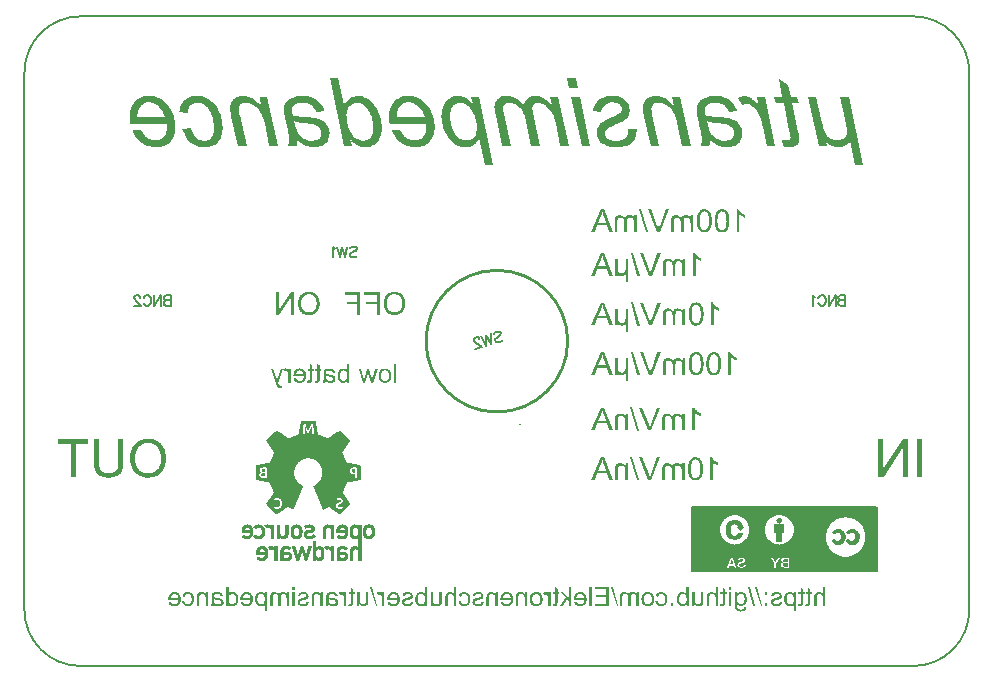
<source format=gbo>
G04*
G04 #@! TF.GenerationSoftware,Altium Limited,CircuitStudio,1.5.2 (30)*
G04*
G04 Layer_Color=13948096*
%FSLAX25Y25*%
%MOIN*%
G70*
G01*
G75*
%ADD21C,0.00500*%
%ADD31C,0.01000*%
G36*
X190356Y197578D02*
X190519Y197559D01*
X190674Y197532D01*
X190820Y197487D01*
X190957Y197441D01*
X191084Y197386D01*
X191203Y197332D01*
X191303Y197268D01*
X191403Y197213D01*
X191485Y197150D01*
X191558Y197095D01*
X191613Y197049D01*
X191658Y197004D01*
X191695Y196976D01*
X191713Y196958D01*
X191722Y196949D01*
X191822Y196822D01*
X191913Y196685D01*
X191995Y196548D01*
X192068Y196403D01*
X192123Y196248D01*
X192168Y196102D01*
X192241Y195810D01*
X192269Y195683D01*
X192287Y195555D01*
X192296Y195446D01*
X192305Y195346D01*
X192314Y195264D01*
Y195209D01*
Y195164D01*
Y195154D01*
X192305Y194954D01*
X192287Y194763D01*
X192260Y194580D01*
X192223Y194416D01*
X192177Y194262D01*
X192132Y194116D01*
X192077Y193988D01*
X192023Y193870D01*
X191968Y193770D01*
X191913Y193679D01*
X191868Y193606D01*
X191822Y193542D01*
X191786Y193487D01*
X191759Y193451D01*
X191740Y193433D01*
X191731Y193424D01*
X191613Y193314D01*
X191494Y193223D01*
X191367Y193141D01*
X191230Y193068D01*
X191103Y193014D01*
X190966Y192959D01*
X190711Y192886D01*
X190592Y192868D01*
X190483Y192850D01*
X190383Y192831D01*
X190301Y192822D01*
X190237Y192813D01*
X190137D01*
X189855Y192831D01*
X189599Y192877D01*
X189372Y192932D01*
X189280Y192968D01*
X189190Y193005D01*
X189108Y193041D01*
X189035Y193077D01*
X188980Y193105D01*
X188925Y193132D01*
X188889Y193159D01*
X188862Y193178D01*
X188843Y193196D01*
X188834D01*
X188652Y193360D01*
X188506Y193533D01*
X188379Y193715D01*
X188288Y193888D01*
X188215Y194043D01*
X188187Y194116D01*
X188160Y194171D01*
X188142Y194225D01*
X188133Y194262D01*
X188124Y194280D01*
Y194289D01*
X188925Y194389D01*
X188998Y194216D01*
X189080Y194070D01*
X189162Y193943D01*
X189235Y193843D01*
X189299Y193770D01*
X189353Y193715D01*
X189399Y193679D01*
X189408Y193669D01*
X189526Y193597D01*
X189645Y193542D01*
X189772Y193506D01*
X189882Y193478D01*
X189982Y193460D01*
X190064Y193451D01*
X190137D01*
X190246Y193460D01*
X190346Y193469D01*
X190529Y193515D01*
X190693Y193578D01*
X190838Y193651D01*
X190948Y193715D01*
X191030Y193779D01*
X191084Y193824D01*
X191093Y193843D01*
X191103D01*
X191230Y194007D01*
X191330Y194189D01*
X191403Y194389D01*
X191458Y194571D01*
X191485Y194735D01*
X191503Y194808D01*
X191513Y194872D01*
Y194927D01*
X191522Y194963D01*
Y194991D01*
Y195000D01*
X188105D01*
X188096Y195091D01*
Y195154D01*
Y195191D01*
Y195200D01*
X188105Y195410D01*
X188124Y195601D01*
X188151Y195783D01*
X188187Y195956D01*
X188233Y196111D01*
X188278Y196257D01*
X188333Y196384D01*
X188388Y196503D01*
X188442Y196612D01*
X188497Y196703D01*
X188543Y196776D01*
X188588Y196840D01*
X188625Y196895D01*
X188652Y196931D01*
X188670Y196949D01*
X188679Y196958D01*
X188789Y197068D01*
X188907Y197168D01*
X189035Y197250D01*
X189162Y197323D01*
X189290Y197386D01*
X189408Y197432D01*
X189536Y197477D01*
X189645Y197505D01*
X189763Y197532D01*
X189864Y197550D01*
X189955Y197569D01*
X190028Y197578D01*
X190091Y197587D01*
X190182D01*
X190356Y197578D01*
D02*
G37*
G36*
X194373Y198616D02*
Y197487D01*
X194947D01*
Y196885D01*
X194373D01*
Y194244D01*
Y194116D01*
Y194007D01*
X194364Y193906D01*
X194355Y193806D01*
Y193724D01*
X194346Y193651D01*
X194327Y193533D01*
X194309Y193442D01*
X194300Y193378D01*
X194282Y193342D01*
Y193332D01*
X194246Y193251D01*
X194191Y193187D01*
X194136Y193123D01*
X194091Y193077D01*
X194036Y193032D01*
X194000Y193005D01*
X193972Y192986D01*
X193963Y192977D01*
X193863Y192932D01*
X193763Y192904D01*
X193653Y192877D01*
X193544Y192868D01*
X193453Y192859D01*
X193380Y192850D01*
X193307D01*
X193107Y192859D01*
X193007Y192868D01*
X192915Y192886D01*
X192833Y192895D01*
X192770Y192904D01*
X192733Y192913D01*
X192715D01*
X192815Y193597D01*
X192888Y193588D01*
X192961Y193578D01*
X193025D01*
X193070Y193569D01*
X193161D01*
X193280Y193578D01*
X193362Y193597D01*
X193407Y193615D01*
X193426Y193624D01*
X193489Y193669D01*
X193526Y193715D01*
X193553Y193752D01*
X193562Y193770D01*
X193571Y193815D01*
X193580Y193879D01*
X193590Y194025D01*
X193599Y194089D01*
Y194143D01*
Y194180D01*
Y194198D01*
Y196885D01*
X192815D01*
Y197487D01*
X193599D01*
Y199081D01*
X194373Y198616D01*
D02*
G37*
G36*
X196824D02*
Y197487D01*
X197398D01*
Y196885D01*
X196824D01*
Y194244D01*
Y194116D01*
Y194007D01*
X196815Y193906D01*
X196805Y193806D01*
Y193724D01*
X196796Y193651D01*
X196778Y193533D01*
X196760Y193442D01*
X196751Y193378D01*
X196732Y193342D01*
Y193332D01*
X196696Y193251D01*
X196641Y193187D01*
X196587Y193123D01*
X196541Y193077D01*
X196487Y193032D01*
X196450Y193005D01*
X196423Y192986D01*
X196414Y192977D01*
X196314Y192932D01*
X196213Y192904D01*
X196104Y192877D01*
X195995Y192868D01*
X195904Y192859D01*
X195831Y192850D01*
X195758D01*
X195557Y192859D01*
X195457Y192868D01*
X195366Y192886D01*
X195284Y192895D01*
X195220Y192904D01*
X195184Y192913D01*
X195166D01*
X195266Y193597D01*
X195339Y193588D01*
X195412Y193578D01*
X195475D01*
X195521Y193569D01*
X195612D01*
X195730Y193578D01*
X195812Y193597D01*
X195858Y193615D01*
X195876Y193624D01*
X195940Y193669D01*
X195976Y193715D01*
X196004Y193752D01*
X196013Y193770D01*
X196022Y193815D01*
X196031Y193879D01*
X196040Y194025D01*
X196049Y194089D01*
Y194143D01*
Y194180D01*
Y194198D01*
Y196885D01*
X195266D01*
Y197487D01*
X196049D01*
Y199081D01*
X196824Y198616D01*
D02*
G37*
G36*
X218770Y197578D02*
X218915Y197569D01*
X219198Y197505D01*
X219444Y197423D01*
X219553Y197377D01*
X219653Y197332D01*
X219744Y197286D01*
X219817Y197241D01*
X219890Y197195D01*
X219945Y197159D01*
X219990Y197122D01*
X220027Y197095D01*
X220045Y197086D01*
X220054Y197077D01*
X220182Y196958D01*
X220282Y196822D01*
X220382Y196676D01*
X220455Y196530D01*
X220528Y196375D01*
X220583Y196211D01*
X220628Y196056D01*
X220665Y195911D01*
X220701Y195765D01*
X220719Y195637D01*
X220737Y195510D01*
X220746Y195410D01*
Y195318D01*
X220756Y195255D01*
Y195218D01*
Y195200D01*
X220746Y194991D01*
X220728Y194790D01*
X220701Y194608D01*
X220665Y194435D01*
X220619Y194280D01*
X220573Y194134D01*
X220519Y193998D01*
X220464Y193879D01*
X220409Y193770D01*
X220355Y193679D01*
X220309Y193606D01*
X220264Y193542D01*
X220227Y193487D01*
X220200Y193451D01*
X220182Y193433D01*
X220173Y193424D01*
X220054Y193314D01*
X219936Y193223D01*
X219808Y193141D01*
X219681Y193068D01*
X219553Y193014D01*
X219416Y192959D01*
X219170Y192886D01*
X219061Y192868D01*
X218952Y192850D01*
X218861Y192831D01*
X218779Y192822D01*
X218706Y192813D01*
X218615D01*
X218396Y192822D01*
X218196Y192859D01*
X218004Y192904D01*
X217849Y192950D01*
X217713Y193005D01*
X217658Y193023D01*
X217613Y193041D01*
X217567Y193059D01*
X217540Y193077D01*
X217531Y193087D01*
X217522D01*
X217339Y193205D01*
X217184Y193332D01*
X217048Y193460D01*
X216938Y193588D01*
X216857Y193697D01*
X216793Y193788D01*
X216775Y193824D01*
X216756Y193852D01*
X216747Y193861D01*
Y193870D01*
X216656Y194079D01*
X216592Y194307D01*
X216538Y194535D01*
X216510Y194763D01*
X216492Y194863D01*
Y194954D01*
X216483Y195045D01*
X216474Y195118D01*
Y195182D01*
Y195227D01*
Y195255D01*
Y195264D01*
X216483Y195464D01*
X216501Y195646D01*
X216529Y195819D01*
X216565Y195984D01*
X216611Y196138D01*
X216665Y196275D01*
X216720Y196412D01*
X216775Y196521D01*
X216829Y196621D01*
X216884Y196712D01*
X216938Y196794D01*
X216984Y196858D01*
X217021Y196904D01*
X217048Y196940D01*
X217066Y196958D01*
X217075Y196967D01*
X217194Y197077D01*
X217312Y197168D01*
X217440Y197259D01*
X217567Y197323D01*
X217695Y197386D01*
X217822Y197432D01*
X218068Y197514D01*
X218187Y197532D01*
X218287Y197550D01*
X218378Y197569D01*
X218460Y197578D01*
X218524Y197587D01*
X218615D01*
X218770Y197578D01*
D02*
G37*
G36*
X185573D02*
X185664Y197559D01*
X185755Y197532D01*
X185828Y197505D01*
X185882Y197477D01*
X185937Y197450D01*
X185965Y197432D01*
X185974Y197423D01*
X186056Y197350D01*
X186138Y197259D01*
X186220Y197150D01*
X186293Y197049D01*
X186365Y196949D01*
X186411Y196867D01*
X186447Y196803D01*
X186456Y196794D01*
Y197487D01*
X187158D01*
Y192913D01*
X186384D01*
Y195300D01*
X186374Y195482D01*
X186365Y195646D01*
X186347Y195801D01*
X186320Y195938D01*
X186293Y196047D01*
X186274Y196129D01*
X186265Y196184D01*
X186256Y196202D01*
X186220Y196302D01*
X186174Y196384D01*
X186128Y196457D01*
X186083Y196521D01*
X186037Y196566D01*
X186010Y196603D01*
X185983Y196621D01*
X185974Y196630D01*
X185901Y196685D01*
X185819Y196721D01*
X185737Y196749D01*
X185673Y196767D01*
X185609Y196776D01*
X185564Y196785D01*
X185518D01*
X185418Y196776D01*
X185318Y196758D01*
X185217Y196730D01*
X185135Y196703D01*
X185063Y196676D01*
X185008Y196649D01*
X184971Y196630D01*
X184962Y196621D01*
X184680Y197332D01*
X184835Y197414D01*
X184981Y197477D01*
X185108Y197523D01*
X185227Y197559D01*
X185327Y197578D01*
X185409Y197587D01*
X185473D01*
X185573Y197578D01*
D02*
G37*
G36*
X222441Y192913D02*
X221667D01*
Y199217D01*
X222441D01*
Y192913D01*
D02*
G37*
G36*
X206772D02*
X206052D01*
Y193487D01*
X205961Y193369D01*
X205870Y193269D01*
X205770Y193178D01*
X205660Y193096D01*
X205560Y193032D01*
X205451Y192977D01*
X205351Y192932D01*
X205250Y192895D01*
X205068Y192850D01*
X204986Y192831D01*
X204922Y192822D01*
X204868D01*
X204822Y192813D01*
X204786D01*
X204640Y192822D01*
X204494Y192841D01*
X204358Y192868D01*
X204230Y192913D01*
X203984Y193014D01*
X203884Y193077D01*
X203784Y193132D01*
X203693Y193196D01*
X203620Y193251D01*
X203556Y193305D01*
X203492Y193351D01*
X203447Y193396D01*
X203419Y193424D01*
X203401Y193442D01*
X203392Y193451D01*
X203292Y193578D01*
X203201Y193715D01*
X203119Y193852D01*
X203055Y194007D01*
X203000Y194152D01*
X202955Y194307D01*
X202882Y194599D01*
X202854Y194735D01*
X202836Y194863D01*
X202827Y194972D01*
X202818Y195072D01*
X202809Y195154D01*
Y195209D01*
Y195255D01*
Y195264D01*
X202818Y195446D01*
X202827Y195619D01*
X202854Y195774D01*
X202882Y195911D01*
X202909Y196029D01*
X202927Y196120D01*
X202936Y196147D01*
X202946Y196175D01*
X202955Y196184D01*
Y196193D01*
X203009Y196348D01*
X203073Y196494D01*
X203137Y196621D01*
X203201Y196730D01*
X203255Y196812D01*
X203301Y196876D01*
X203328Y196922D01*
X203337Y196931D01*
X203428Y197040D01*
X203538Y197140D01*
X203638Y197222D01*
X203738Y197286D01*
X203820Y197341D01*
X203893Y197386D01*
X203939Y197405D01*
X203957Y197414D01*
X204093Y197468D01*
X204239Y197514D01*
X204376Y197541D01*
X204494Y197569D01*
X204594Y197578D01*
X204676Y197587D01*
X204749D01*
X204886Y197578D01*
X205023Y197559D01*
X205150Y197532D01*
X205269Y197487D01*
X205478Y197396D01*
X205660Y197277D01*
X205733Y197222D01*
X205806Y197168D01*
X205861Y197113D01*
X205906Y197068D01*
X205952Y197022D01*
X205979Y196995D01*
X205988Y196976D01*
X205997Y196967D01*
Y199217D01*
X206772D01*
Y192913D01*
D02*
G37*
G36*
X222071Y223235D02*
X222344Y223202D01*
X222607Y223148D01*
X222858Y223082D01*
X223088Y222994D01*
X223306Y222907D01*
X223503Y222809D01*
X223678Y222710D01*
X223842Y222612D01*
X223984Y222514D01*
X224104Y222426D01*
X224202Y222339D01*
X224279Y222273D01*
X224344Y222218D01*
X224377Y222186D01*
X224388Y222175D01*
X224563Y221967D01*
X224716Y221748D01*
X224858Y221508D01*
X224967Y221268D01*
X225066Y221016D01*
X225153Y220776D01*
X225219Y220535D01*
X225262Y220306D01*
X225306Y220087D01*
X225339Y219880D01*
X225361Y219694D01*
X225383Y219541D01*
Y219409D01*
X225394Y219311D01*
Y219246D01*
Y219235D01*
Y219224D01*
X225372Y218852D01*
X225328Y218513D01*
X225262Y218185D01*
X225219Y218043D01*
X225175Y217901D01*
X225142Y217781D01*
X225099Y217672D01*
X225066Y217573D01*
X225033Y217486D01*
X225011Y217420D01*
X224989Y217376D01*
X224967Y217344D01*
Y217333D01*
X224782Y217016D01*
X224585Y216742D01*
X224366Y216502D01*
X224159Y216305D01*
X223973Y216141D01*
X223896Y216076D01*
X223831Y216032D01*
X223765Y215988D01*
X223721Y215956D01*
X223699Y215945D01*
X223689Y215934D01*
X223525Y215846D01*
X223361Y215770D01*
X223033Y215639D01*
X222716Y215551D01*
X222421Y215486D01*
X222279Y215464D01*
X222158Y215453D01*
X222049Y215431D01*
X221951D01*
X221885Y215420D01*
X221776D01*
X221415Y215442D01*
X221076Y215496D01*
X220759Y215562D01*
X220617Y215606D01*
X220486Y215650D01*
X220366Y215693D01*
X220257Y215737D01*
X220169Y215770D01*
X220093Y215803D01*
X220027Y215835D01*
X219972Y215857D01*
X219951Y215879D01*
X219940D01*
X219634Y216076D01*
X219371Y216294D01*
X219153Y216524D01*
X218967Y216742D01*
X218814Y216950D01*
X218759Y217027D01*
X218716Y217103D01*
X218672Y217169D01*
X218650Y217213D01*
X218628Y217245D01*
Y217256D01*
X218541Y217431D01*
X218475Y217606D01*
X218355Y217956D01*
X218267Y218305D01*
X218213Y218622D01*
X218202Y218765D01*
X218180Y218896D01*
X218169Y219016D01*
Y219114D01*
X218158Y219202D01*
Y219256D01*
Y219300D01*
Y219311D01*
X218180Y219726D01*
X218224Y220109D01*
X218256Y220284D01*
X218300Y220459D01*
X218344Y220612D01*
X218377Y220754D01*
X218420Y220885D01*
X218464Y221005D01*
X218497Y221104D01*
X218541Y221191D01*
X218562Y221257D01*
X218584Y221300D01*
X218606Y221333D01*
Y221344D01*
X218781Y221661D01*
X218989Y221945D01*
X219207Y222186D01*
X219404Y222382D01*
X219590Y222535D01*
X219677Y222601D01*
X219743Y222656D01*
X219809Y222689D01*
X219852Y222721D01*
X219874Y222732D01*
X219885Y222743D01*
X220049Y222831D01*
X220213Y222907D01*
X220530Y223038D01*
X220858Y223126D01*
X221142Y223180D01*
X221273Y223202D01*
X221404Y223224D01*
X221503Y223235D01*
X221601D01*
X221677Y223246D01*
X221776D01*
X222071Y223235D01*
D02*
G37*
G36*
X210365Y215551D02*
X209359D01*
Y218983D01*
X205807D01*
Y219880D01*
X209359D01*
Y222218D01*
X205250D01*
Y223115D01*
X210365D01*
Y215551D01*
D02*
G37*
G36*
X182931Y192913D02*
X182967Y192831D01*
X182985Y192768D01*
X183004Y192731D01*
Y192722D01*
X183058Y192567D01*
X183113Y192440D01*
X183150Y192330D01*
X183186Y192257D01*
X183204Y192203D01*
X183222Y192166D01*
X183241Y192148D01*
Y192139D01*
X183314Y192039D01*
X183396Y191966D01*
X183432Y191939D01*
X183459Y191920D01*
X183477Y191902D01*
X183487D01*
X183550Y191875D01*
X183614Y191848D01*
X183751Y191820D01*
X183805D01*
X183851Y191811D01*
X183897D01*
X184042Y191820D01*
X184188Y191848D01*
X184243Y191866D01*
X184288Y191875D01*
X184325Y191884D01*
X184334D01*
X184252Y191164D01*
X184152Y191128D01*
X184061Y191110D01*
X183978Y191091D01*
X183906Y191073D01*
X183842D01*
X183796Y191064D01*
X183760D01*
X183623Y191073D01*
X183505Y191091D01*
X183396Y191119D01*
X183304Y191155D01*
X183222Y191192D01*
X183168Y191219D01*
X183131Y191237D01*
X183122Y191246D01*
X183022Y191319D01*
X182940Y191410D01*
X182858Y191501D01*
X182785Y191592D01*
X182730Y191674D01*
X182685Y191738D01*
X182658Y191784D01*
X182649Y191802D01*
X182621Y191866D01*
X182585Y191929D01*
X182512Y192084D01*
X182439Y192257D01*
X182375Y192431D01*
X182311Y192585D01*
X182284Y192658D01*
X182257Y192722D01*
X182238Y192768D01*
X182220Y192804D01*
X182211Y192831D01*
Y192841D01*
X180471Y197487D01*
X181246D01*
X182229Y194817D01*
X182302Y194626D01*
X182357Y194444D01*
X182421Y194262D01*
X182466Y194107D01*
X182503Y193970D01*
X182521Y193915D01*
X182530Y193870D01*
X182539Y193833D01*
X182548Y193806D01*
X182557Y193788D01*
Y193779D01*
X182612Y193988D01*
X182667Y194180D01*
X182721Y194362D01*
X182776Y194517D01*
X182822Y194644D01*
X182840Y194699D01*
X182858Y194745D01*
X182867Y194790D01*
X182876Y194817D01*
X182885Y194826D01*
Y194836D01*
X183842Y197487D01*
X184662D01*
X182931Y192913D01*
D02*
G37*
G36*
X214743D02*
X213923D01*
X213003Y196430D01*
X212821Y195646D01*
X212092Y192913D01*
X211299D01*
X209860Y197487D01*
X210616D01*
X211400Y194836D01*
X211664Y193952D01*
X211892Y194826D01*
X212575Y197487D01*
X213367D01*
X214096Y194799D01*
X214133Y194644D01*
X214169Y194508D01*
X214196Y194389D01*
X214224Y194289D01*
X214251Y194198D01*
X214269Y194125D01*
X214287Y194061D01*
X214297Y194007D01*
X214306Y193961D01*
X214315Y193934D01*
X214324Y193888D01*
X214333Y193870D01*
Y193861D01*
X214588Y194845D01*
X215317Y197487D01*
X216128D01*
X214743Y192913D01*
D02*
G37*
G36*
X200140Y197578D02*
X200331Y197559D01*
X200513Y197532D01*
X200659Y197505D01*
X200786Y197477D01*
X200878Y197450D01*
X200914Y197441D01*
X200941Y197432D01*
X200951Y197423D01*
X200960D01*
X201114Y197359D01*
X201251Y197277D01*
X201370Y197204D01*
X201470Y197131D01*
X201543Y197058D01*
X201597Y197004D01*
X201634Y196967D01*
X201643Y196958D01*
X201725Y196840D01*
X201798Y196712D01*
X201852Y196585D01*
X201898Y196466D01*
X201934Y196348D01*
X201962Y196266D01*
X201971Y196229D01*
Y196202D01*
X201980Y196193D01*
Y196184D01*
X201224Y196084D01*
X201169Y196248D01*
X201114Y196393D01*
X201051Y196512D01*
X200996Y196603D01*
X200941Y196676D01*
X200896Y196721D01*
X200859Y196749D01*
X200850Y196758D01*
X200741Y196822D01*
X200613Y196867D01*
X200477Y196904D01*
X200349Y196922D01*
X200222Y196940D01*
X200131Y196949D01*
X200040D01*
X199830Y196940D01*
X199648Y196913D01*
X199502Y196867D01*
X199374Y196822D01*
X199283Y196767D01*
X199210Y196730D01*
X199165Y196694D01*
X199156Y196685D01*
X199083Y196603D01*
X199028Y196503D01*
X198983Y196393D01*
X198955Y196284D01*
X198937Y196184D01*
X198928Y196093D01*
Y196038D01*
Y196029D01*
Y196020D01*
Y196002D01*
Y195965D01*
Y195902D01*
X198937Y195847D01*
Y195829D01*
Y195819D01*
X199028Y195792D01*
X199128Y195765D01*
X199338Y195710D01*
X199575Y195665D01*
X199794Y195619D01*
X199903Y195601D01*
X200003Y195592D01*
X200094Y195573D01*
X200167Y195564D01*
X200231Y195555D01*
X200276D01*
X200313Y195546D01*
X200322D01*
X200486Y195528D01*
X200623Y195501D01*
X200741Y195482D01*
X200832Y195464D01*
X200905Y195455D01*
X200960Y195437D01*
X200996Y195428D01*
X201005D01*
X201124Y195391D01*
X201224Y195355D01*
X201324Y195309D01*
X201406Y195273D01*
X201479Y195236D01*
X201524Y195200D01*
X201561Y195182D01*
X201570Y195173D01*
X201661Y195109D01*
X201734Y195036D01*
X201807Y194963D01*
X201862Y194890D01*
X201907Y194826D01*
X201943Y194772D01*
X201962Y194735D01*
X201971Y194726D01*
X202016Y194626D01*
X202053Y194517D01*
X202080Y194416D01*
X202098Y194316D01*
X202107Y194234D01*
X202116Y194171D01*
Y194134D01*
Y194116D01*
X202107Y194007D01*
X202098Y193915D01*
X202053Y193724D01*
X201989Y193569D01*
X201916Y193433D01*
X201843Y193323D01*
X201780Y193241D01*
X201734Y193196D01*
X201716Y193178D01*
X201552Y193059D01*
X201370Y192968D01*
X201169Y192904D01*
X200987Y192859D01*
X200823Y192831D01*
X200750Y192822D01*
X200686D01*
X200632Y192813D01*
X200559D01*
X200395Y192822D01*
X200231Y192841D01*
X200085Y192859D01*
X199958Y192886D01*
X199857Y192913D01*
X199775Y192941D01*
X199721Y192950D01*
X199702Y192959D01*
X199548Y193023D01*
X199402Y193105D01*
X199265Y193196D01*
X199128Y193278D01*
X199019Y193360D01*
X198937Y193424D01*
X198882Y193469D01*
X198873Y193487D01*
X198864D01*
X198846Y193369D01*
X198828Y193260D01*
X198810Y193159D01*
X198782Y193077D01*
X198755Y193005D01*
X198737Y192959D01*
X198728Y192922D01*
X198719Y192913D01*
X197908D01*
X197953Y193014D01*
X197999Y193114D01*
X198035Y193205D01*
X198054Y193287D01*
X198081Y193360D01*
X198090Y193414D01*
X198099Y193451D01*
Y193460D01*
X198108Y193524D01*
X198117Y193606D01*
Y193697D01*
X198126Y193797D01*
X198135Y194025D01*
Y194253D01*
X198145Y194471D01*
Y194571D01*
Y194653D01*
Y194726D01*
Y194781D01*
Y194817D01*
Y194826D01*
Y195865D01*
Y196038D01*
X198154Y196193D01*
X198163Y196311D01*
Y196412D01*
X198172Y196484D01*
X198181Y196539D01*
X198190Y196566D01*
Y196576D01*
X198217Y196694D01*
X198254Y196794D01*
X198290Y196876D01*
X198336Y196958D01*
X198372Y197013D01*
X198400Y197058D01*
X198418Y197086D01*
X198427Y197095D01*
X198500Y197168D01*
X198582Y197241D01*
X198673Y197295D01*
X198764Y197350D01*
X198846Y197386D01*
X198910Y197414D01*
X198955Y197432D01*
X198974Y197441D01*
X199119Y197487D01*
X199274Y197523D01*
X199429Y197550D01*
X199584Y197569D01*
X199721Y197578D01*
X199821Y197587D01*
X199921D01*
X200140Y197578D01*
D02*
G37*
G36*
X336506Y250521D02*
X336626Y250346D01*
X336768Y250171D01*
X336899Y250018D01*
X337031Y249887D01*
X337129Y249778D01*
X337173Y249745D01*
X337206Y249712D01*
X337216Y249701D01*
X337227Y249690D01*
X337457Y249504D01*
X337686Y249329D01*
X337905Y249176D01*
X338124Y249056D01*
X338309Y248947D01*
X338386Y248903D01*
X338452Y248870D01*
X338506Y248837D01*
X338550Y248827D01*
X338572Y248805D01*
X338583D01*
Y247908D01*
X338419Y247974D01*
X338255Y248051D01*
X338091Y248127D01*
X337938Y248204D01*
X337807Y248269D01*
X337697Y248324D01*
X337632Y248368D01*
X337621Y248378D01*
X337610D01*
X337413Y248499D01*
X337238Y248619D01*
X337085Y248728D01*
X336965Y248827D01*
X336856Y248903D01*
X336790Y248969D01*
X336736Y249012D01*
X336725Y249023D01*
Y243110D01*
X335795D01*
Y250707D01*
X336397D01*
X336506Y250521D01*
D02*
G37*
G36*
X316384Y234138D02*
X316570Y234106D01*
X316734Y234073D01*
X316876Y234029D01*
X316996Y233974D01*
X317083Y233942D01*
X317138Y233909D01*
X317160Y233898D01*
X317313Y233800D01*
X317444Y233690D01*
X317564Y233581D01*
X317663Y233472D01*
X317739Y233384D01*
X317805Y233308D01*
X317838Y233264D01*
X317848Y233242D01*
Y234029D01*
X318679D01*
Y228542D01*
X317750D01*
Y231384D01*
X317739Y231646D01*
X317728Y231876D01*
X317706Y232073D01*
X317674Y232237D01*
X317641Y232357D01*
X317619Y232444D01*
X317608Y232499D01*
X317597Y232521D01*
X317531Y232663D01*
X317455Y232783D01*
X317378Y232892D01*
X317302Y232980D01*
X317226Y233045D01*
X317171Y233089D01*
X317127Y233122D01*
X317116Y233133D01*
X316985Y233198D01*
X316865Y233253D01*
X316734Y233286D01*
X316624Y233319D01*
X316537Y233330D01*
X316460Y233341D01*
X316395D01*
X316209Y233330D01*
X316056Y233297D01*
X315925Y233242D01*
X315826Y233187D01*
X315750Y233122D01*
X315695Y233078D01*
X315663Y233034D01*
X315651Y233024D01*
X315575Y232892D01*
X315520Y232750D01*
X315477Y232597D01*
X315455Y232444D01*
X315433Y232313D01*
X315422Y232193D01*
Y232149D01*
Y232127D01*
Y232105D01*
Y232094D01*
Y228542D01*
X314493D01*
Y231723D01*
X314471Y232018D01*
X314427Y232269D01*
X314373Y232477D01*
X314296Y232652D01*
X314231Y232783D01*
X314165Y232871D01*
X314121Y232925D01*
X314110Y232947D01*
X313957Y233078D01*
X313793Y233176D01*
X313630Y233242D01*
X313476Y233297D01*
X313345Y233319D01*
X313236Y233330D01*
X313192Y233341D01*
X313138D01*
X313017Y233330D01*
X312919Y233319D01*
X312821Y233297D01*
X312744Y233264D01*
X312668Y233231D01*
X312624Y233209D01*
X312591Y233198D01*
X312580Y233187D01*
X312493Y233122D01*
X312427Y233056D01*
X312372Y232991D01*
X312329Y232925D01*
X312296Y232871D01*
X312274Y232827D01*
X312252Y232794D01*
Y232783D01*
X312220Y232685D01*
X312198Y232554D01*
X312187Y232422D01*
X312176Y232291D01*
X312165Y232171D01*
Y232073D01*
Y232007D01*
Y231996D01*
Y231985D01*
Y228542D01*
X311236D01*
Y232302D01*
Y232477D01*
X311258Y232630D01*
X311280Y232783D01*
X311301Y232914D01*
X311334Y233045D01*
X311378Y233155D01*
X311411Y233253D01*
X311454Y233351D01*
X311498Y233428D01*
X311531Y233504D01*
X311607Y233603D01*
X311651Y233668D01*
X311673Y233690D01*
X311848Y233843D01*
X312056Y233952D01*
X312263Y234040D01*
X312460Y234095D01*
X312646Y234127D01*
X312722Y234138D01*
X312799D01*
X312854Y234149D01*
X312930D01*
X313127Y234138D01*
X313302Y234106D01*
X313476Y234062D01*
X313640Y233996D01*
X313793Y233920D01*
X313935Y233843D01*
X314056Y233756D01*
X314176Y233668D01*
X314285Y233570D01*
X314373Y233483D01*
X314449Y233406D01*
X314515Y233330D01*
X314569Y233264D01*
X314602Y233220D01*
X314624Y233187D01*
X314635Y233176D01*
X314701Y233341D01*
X314788Y233483D01*
X314886Y233603D01*
X314974Y233701D01*
X315061Y233789D01*
X315127Y233843D01*
X315171Y233876D01*
X315193Y233887D01*
X315346Y233974D01*
X315510Y234040D01*
X315673Y234084D01*
X315837Y234117D01*
X315968Y234138D01*
X316089Y234149D01*
X316187D01*
X316384Y234138D01*
D02*
G37*
G36*
X322024Y235953D02*
X322144Y235778D01*
X322286Y235603D01*
X322417Y235450D01*
X322548Y235319D01*
X322647Y235209D01*
X322691Y235177D01*
X322723Y235144D01*
X322734Y235133D01*
X322745Y235122D01*
X322975Y234936D01*
X323204Y234761D01*
X323423Y234608D01*
X323641Y234488D01*
X323827Y234379D01*
X323904Y234335D01*
X323969Y234302D01*
X324024Y234269D01*
X324068Y234259D01*
X324090Y234237D01*
X324100D01*
Y233341D01*
X323937Y233406D01*
X323773Y233483D01*
X323609Y233559D01*
X323456Y233636D01*
X323324Y233701D01*
X323215Y233756D01*
X323149Y233800D01*
X323139Y233810D01*
X323128D01*
X322931Y233931D01*
X322756Y234051D01*
X322603Y234160D01*
X322483Y234259D01*
X322374Y234335D01*
X322308Y234401D01*
X322253Y234444D01*
X322242Y234455D01*
Y228542D01*
X321313D01*
Y236139D01*
X321914D01*
X322024Y235953D01*
D02*
G37*
G36*
X306230Y242979D02*
X305487D01*
X303290Y250805D01*
X304033D01*
X306230Y242979D01*
D02*
G37*
G36*
X294491Y228542D02*
X293431D01*
X292611Y230837D01*
X289441D01*
X288556Y228542D01*
X287419D01*
X290512Y236106D01*
X291605D01*
X294491Y228542D01*
D02*
G37*
G36*
X299748Y226444D02*
X298819D01*
Y229100D01*
X298710Y228969D01*
X298612Y228859D01*
X298513Y228772D01*
X298437Y228695D01*
X298371Y228651D01*
X298317Y228608D01*
X298284Y228597D01*
X298273Y228586D01*
X298142Y228531D01*
X298022Y228487D01*
X297890Y228466D01*
X297770Y228444D01*
X297672Y228433D01*
X297595Y228422D01*
X297519D01*
X297344Y228433D01*
X297180Y228455D01*
X297038Y228487D01*
X296918Y228531D01*
X296819Y228564D01*
X296743Y228597D01*
X296688Y228619D01*
X296677Y228630D01*
X296579Y228695D01*
X296480Y228783D01*
X296393Y228881D01*
X296305Y228969D01*
X296240Y229056D01*
X296185Y229132D01*
X296152Y229176D01*
X296142Y229198D01*
Y228542D01*
X295311D01*
Y234029D01*
X296229D01*
Y231690D01*
Y231460D01*
X296240Y231264D01*
Y231078D01*
X296251Y230903D01*
X296262Y230761D01*
X296273Y230630D01*
X296284Y230510D01*
X296294Y230411D01*
X296316Y230324D01*
X296327Y230258D01*
X296338Y230193D01*
X296349Y230149D01*
X296360Y230116D01*
Y230094D01*
X296371Y230072D01*
X296426Y229941D01*
X296502Y229832D01*
X296579Y229723D01*
X296644Y229646D01*
X296721Y229570D01*
X296775Y229526D01*
X296819Y229493D01*
X296830Y229482D01*
X296950Y229406D01*
X297081Y229351D01*
X297202Y229318D01*
X297311Y229296D01*
X297409Y229275D01*
X297497Y229264D01*
X297562D01*
X297705Y229275D01*
X297836Y229296D01*
X297956Y229329D01*
X298054Y229373D01*
X298142Y229406D01*
X298207Y229438D01*
X298251Y229460D01*
X298262Y229471D01*
X298360Y229559D01*
X298448Y229657D01*
X298524Y229755D01*
X298590Y229854D01*
X298634Y229930D01*
X298666Y229996D01*
X298677Y230050D01*
X298688Y230062D01*
X298710Y230138D01*
X298732Y230247D01*
X298754Y230357D01*
X298765Y230477D01*
X298786Y230750D01*
X298797Y231023D01*
X298808Y231286D01*
X298819Y231395D01*
Y231504D01*
Y231581D01*
Y231646D01*
Y231690D01*
Y231701D01*
Y234029D01*
X299748D01*
Y226444D01*
D02*
G37*
G36*
X307596Y228542D02*
X306547D01*
X303596Y236106D01*
X304612D01*
X306667Y230608D01*
X306754Y230378D01*
X306831Y230160D01*
X306897Y229952D01*
X306951Y229766D01*
X307006Y229602D01*
X307039Y229482D01*
X307050Y229438D01*
X307061Y229406D01*
X307071Y229384D01*
Y229373D01*
X307203Y229810D01*
X307268Y230018D01*
X307334Y230204D01*
X307388Y230367D01*
X307410Y230433D01*
X307421Y230499D01*
X307443Y230542D01*
X307454Y230575D01*
X307465Y230597D01*
Y230608D01*
X309432Y236106D01*
X310525D01*
X307596Y228542D01*
D02*
G37*
G36*
X310318Y243110D02*
X309268D01*
X306317Y250674D01*
X307334D01*
X309389Y245176D01*
X309476Y244947D01*
X309553Y244728D01*
X309618Y244520D01*
X309673Y244334D01*
X309728Y244170D01*
X309760Y244050D01*
X309771Y244006D01*
X309782Y243974D01*
X309793Y243952D01*
Y243941D01*
X309924Y244378D01*
X309990Y244586D01*
X310055Y244772D01*
X310110Y244935D01*
X310132Y245001D01*
X310143Y245067D01*
X310165Y245110D01*
X310176Y245143D01*
X310187Y245165D01*
Y245176D01*
X312154Y250674D01*
X313247D01*
X310318Y243110D01*
D02*
G37*
G36*
X300306Y248706D02*
X300492Y248674D01*
X300656Y248641D01*
X300798Y248597D01*
X300918Y248542D01*
X301005Y248510D01*
X301060Y248477D01*
X301082Y248466D01*
X301235Y248368D01*
X301366Y248258D01*
X301486Y248149D01*
X301585Y248040D01*
X301661Y247952D01*
X301727Y247876D01*
X301760Y247832D01*
X301770Y247810D01*
Y248597D01*
X302601D01*
Y243110D01*
X301672D01*
Y245952D01*
X301661Y246214D01*
X301650Y246444D01*
X301628Y246641D01*
X301596Y246805D01*
X301563Y246925D01*
X301541Y247012D01*
X301530Y247067D01*
X301519Y247089D01*
X301453Y247231D01*
X301377Y247351D01*
X301301Y247460D01*
X301224Y247548D01*
X301147Y247613D01*
X301093Y247657D01*
X301049Y247690D01*
X301038Y247701D01*
X300907Y247766D01*
X300787Y247821D01*
X300656Y247854D01*
X300546Y247887D01*
X300459Y247898D01*
X300382Y247908D01*
X300317D01*
X300131Y247898D01*
X299978Y247865D01*
X299847Y247810D01*
X299748Y247756D01*
X299672Y247690D01*
X299617Y247646D01*
X299584Y247602D01*
X299573Y247591D01*
X299497Y247460D01*
X299442Y247318D01*
X299399Y247165D01*
X299377Y247012D01*
X299355Y246881D01*
X299344Y246761D01*
Y246717D01*
Y246695D01*
Y246673D01*
Y246662D01*
Y243110D01*
X298415D01*
Y246291D01*
X298393Y246586D01*
X298349Y246837D01*
X298295Y247045D01*
X298218Y247220D01*
X298153Y247351D01*
X298087Y247439D01*
X298043Y247493D01*
X298032Y247515D01*
X297879Y247646D01*
X297715Y247744D01*
X297551Y247810D01*
X297398Y247865D01*
X297267Y247887D01*
X297158Y247898D01*
X297114Y247908D01*
X297060D01*
X296939Y247898D01*
X296841Y247887D01*
X296743Y247865D01*
X296666Y247832D01*
X296590Y247799D01*
X296546Y247777D01*
X296513Y247766D01*
X296502Y247756D01*
X296415Y247690D01*
X296349Y247624D01*
X296294Y247559D01*
X296251Y247493D01*
X296218Y247439D01*
X296196Y247395D01*
X296174Y247362D01*
Y247351D01*
X296142Y247253D01*
X296120Y247122D01*
X296109Y246990D01*
X296098Y246859D01*
X296087Y246739D01*
Y246641D01*
Y246575D01*
Y246564D01*
Y246553D01*
Y243110D01*
X295158D01*
Y246870D01*
Y247045D01*
X295180Y247198D01*
X295201Y247351D01*
X295223Y247482D01*
X295256Y247613D01*
X295300Y247723D01*
X295333Y247821D01*
X295376Y247919D01*
X295420Y247996D01*
X295453Y248072D01*
X295529Y248171D01*
X295573Y248236D01*
X295595Y248258D01*
X295770Y248411D01*
X295977Y248521D01*
X296185Y248608D01*
X296382Y248663D01*
X296568Y248695D01*
X296644Y248706D01*
X296721D01*
X296775Y248717D01*
X296852D01*
X297049Y248706D01*
X297224Y248674D01*
X297398Y248630D01*
X297562Y248564D01*
X297715Y248488D01*
X297857Y248411D01*
X297978Y248324D01*
X298098Y248236D01*
X298207Y248138D01*
X298295Y248051D01*
X298371Y247974D01*
X298437Y247898D01*
X298491Y247832D01*
X298524Y247788D01*
X298546Y247756D01*
X298557Y247744D01*
X298623Y247908D01*
X298710Y248051D01*
X298808Y248171D01*
X298896Y248269D01*
X298983Y248357D01*
X299049Y248411D01*
X299093Y248444D01*
X299114Y248455D01*
X299268Y248542D01*
X299431Y248608D01*
X299595Y248652D01*
X299759Y248685D01*
X299890Y248706D01*
X300011Y248717D01*
X300109D01*
X300306Y248706D01*
D02*
G37*
G36*
X319105D02*
X319291Y248674D01*
X319455Y248641D01*
X319597Y248597D01*
X319718Y248542D01*
X319805Y248510D01*
X319860Y248477D01*
X319881Y248466D01*
X320035Y248368D01*
X320166Y248258D01*
X320286Y248149D01*
X320384Y248040D01*
X320461Y247952D01*
X320526Y247876D01*
X320559Y247832D01*
X320570Y247810D01*
Y248597D01*
X321401D01*
Y243110D01*
X320472D01*
Y245952D01*
X320461Y246214D01*
X320450Y246444D01*
X320428Y246641D01*
X320395Y246805D01*
X320362Y246925D01*
X320340Y247012D01*
X320330Y247067D01*
X320319Y247089D01*
X320253Y247231D01*
X320177Y247351D01*
X320100Y247460D01*
X320023Y247548D01*
X319947Y247613D01*
X319892Y247657D01*
X319849Y247690D01*
X319838Y247701D01*
X319707Y247766D01*
X319586Y247821D01*
X319455Y247854D01*
X319346Y247887D01*
X319258Y247898D01*
X319182Y247908D01*
X319116D01*
X318931Y247898D01*
X318777Y247865D01*
X318646Y247810D01*
X318548Y247756D01*
X318472Y247690D01*
X318417Y247646D01*
X318384Y247602D01*
X318373Y247591D01*
X318297Y247460D01*
X318242Y247318D01*
X318198Y247165D01*
X318176Y247012D01*
X318155Y246881D01*
X318144Y246761D01*
Y246717D01*
Y246695D01*
Y246673D01*
Y246662D01*
Y243110D01*
X317214D01*
Y246291D01*
X317193Y246586D01*
X317149Y246837D01*
X317094Y247045D01*
X317018Y247220D01*
X316952Y247351D01*
X316887Y247439D01*
X316843Y247493D01*
X316832Y247515D01*
X316679Y247646D01*
X316515Y247744D01*
X316351Y247810D01*
X316198Y247865D01*
X316067Y247887D01*
X315958Y247898D01*
X315914Y247908D01*
X315859D01*
X315739Y247898D01*
X315641Y247887D01*
X315542Y247865D01*
X315466Y247832D01*
X315389Y247799D01*
X315346Y247777D01*
X315313Y247766D01*
X315302Y247756D01*
X315214Y247690D01*
X315149Y247624D01*
X315094Y247559D01*
X315050Y247493D01*
X315018Y247439D01*
X314996Y247395D01*
X314974Y247362D01*
Y247351D01*
X314941Y247253D01*
X314919Y247122D01*
X314908Y246990D01*
X314897Y246859D01*
X314886Y246739D01*
Y246641D01*
Y246575D01*
Y246564D01*
Y246553D01*
Y243110D01*
X313957D01*
Y246870D01*
Y247045D01*
X313979Y247198D01*
X314001Y247351D01*
X314023Y247482D01*
X314056Y247613D01*
X314100Y247723D01*
X314132Y247821D01*
X314176Y247919D01*
X314220Y247996D01*
X314252Y248072D01*
X314329Y248171D01*
X314373Y248236D01*
X314395Y248258D01*
X314569Y248411D01*
X314777Y248521D01*
X314985Y248608D01*
X315182Y248663D01*
X315367Y248695D01*
X315444Y248706D01*
X315520D01*
X315575Y248717D01*
X315651D01*
X315848Y248706D01*
X316023Y248674D01*
X316198Y248630D01*
X316362Y248564D01*
X316515Y248488D01*
X316657Y248411D01*
X316777Y248324D01*
X316898Y248236D01*
X317007Y248138D01*
X317094Y248051D01*
X317171Y247974D01*
X317236Y247898D01*
X317291Y247832D01*
X317324Y247788D01*
X317346Y247756D01*
X317357Y247744D01*
X317422Y247908D01*
X317510Y248051D01*
X317608Y248171D01*
X317695Y248269D01*
X317783Y248357D01*
X317848Y248411D01*
X317892Y248444D01*
X317914Y248455D01*
X318067Y248542D01*
X318231Y248608D01*
X318395Y248652D01*
X318559Y248685D01*
X318690Y248706D01*
X318810Y248717D01*
X318909D01*
X319105Y248706D01*
D02*
G37*
G36*
X325357Y250685D02*
X325631Y250641D01*
X325860Y250565D01*
X326057Y250488D01*
X326221Y250400D01*
X326286Y250368D01*
X326341Y250324D01*
X326385Y250302D01*
X326418Y250280D01*
X326429Y250258D01*
X326439D01*
X326636Y250084D01*
X326800Y249876D01*
X326942Y249668D01*
X327051Y249471D01*
X327139Y249286D01*
X327183Y249209D01*
X327205Y249133D01*
X327226Y249078D01*
X327248Y249034D01*
X327259Y249012D01*
Y249002D01*
X327303Y248837D01*
X327347Y248674D01*
X327412Y248313D01*
X327467Y247952D01*
X327500Y247613D01*
X327511Y247449D01*
X327521Y247307D01*
Y247176D01*
X327533Y247056D01*
Y246969D01*
Y246892D01*
Y246848D01*
Y246837D01*
X327521Y246455D01*
X327500Y246094D01*
X327467Y245766D01*
X327412Y245460D01*
X327358Y245176D01*
X327292Y244925D01*
X327226Y244695D01*
X327161Y244498D01*
X327095Y244323D01*
X327019Y244170D01*
X326964Y244039D01*
X326909Y243941D01*
X326855Y243853D01*
X326822Y243799D01*
X326800Y243766D01*
X326789Y243755D01*
X326669Y243624D01*
X326538Y243504D01*
X326396Y243394D01*
X326254Y243307D01*
X326112Y243231D01*
X325970Y243165D01*
X325827Y243121D01*
X325696Y243077D01*
X325565Y243045D01*
X325445Y243023D01*
X325336Y243001D01*
X325248Y242990D01*
X325172Y242979D01*
X325062D01*
X324767Y243001D01*
X324494Y243045D01*
X324264Y243121D01*
X324068Y243198D01*
X323904Y243274D01*
X323849Y243318D01*
X323794Y243351D01*
X323751Y243373D01*
X323718Y243394D01*
X323707Y243416D01*
X323696D01*
X323499Y243602D01*
X323335Y243799D01*
X323193Y244017D01*
X323084Y244214D01*
X322996Y244400D01*
X322953Y244477D01*
X322931Y244553D01*
X322909Y244608D01*
X322887Y244651D01*
X322876Y244673D01*
Y244684D01*
X322822Y244848D01*
X322778Y245012D01*
X322712Y245362D01*
X322658Y245723D01*
X322625Y246072D01*
X322614Y246225D01*
X322603Y246367D01*
Y246498D01*
X322592Y246619D01*
Y246706D01*
Y246783D01*
Y246826D01*
Y246837D01*
Y247045D01*
X322603Y247242D01*
Y247417D01*
X322614Y247591D01*
X322636Y247744D01*
X322647Y247898D01*
X322658Y248029D01*
X322679Y248149D01*
X322691Y248258D01*
X322712Y248357D01*
X322723Y248433D01*
X322734Y248499D01*
X322745Y248553D01*
X322756Y248586D01*
X322767Y248608D01*
Y248619D01*
X322832Y248859D01*
X322909Y249078D01*
X322996Y249264D01*
X323062Y249428D01*
X323139Y249570D01*
X323182Y249668D01*
X323226Y249723D01*
X323237Y249745D01*
X323357Y249909D01*
X323477Y250051D01*
X323609Y250171D01*
X323729Y250280D01*
X323838Y250357D01*
X323926Y250412D01*
X323980Y250444D01*
X323991Y250455D01*
X324002D01*
X324177Y250543D01*
X324363Y250597D01*
X324538Y250641D01*
X324702Y250674D01*
X324844Y250696D01*
X324964Y250707D01*
X325062D01*
X325357Y250685D01*
D02*
G37*
G36*
X331238D02*
X331511Y250641D01*
X331740Y250565D01*
X331937Y250488D01*
X332101Y250400D01*
X332167Y250368D01*
X332221Y250324D01*
X332265Y250302D01*
X332298Y250280D01*
X332309Y250258D01*
X332320D01*
X332517Y250084D01*
X332681Y249876D01*
X332823Y249668D01*
X332932Y249471D01*
X333019Y249286D01*
X333063Y249209D01*
X333085Y249133D01*
X333107Y249078D01*
X333129Y249034D01*
X333139Y249012D01*
Y249002D01*
X333183Y248837D01*
X333227Y248674D01*
X333293Y248313D01*
X333347Y247952D01*
X333380Y247613D01*
X333391Y247449D01*
X333402Y247307D01*
Y247176D01*
X333413Y247056D01*
Y246969D01*
Y246892D01*
Y246848D01*
Y246837D01*
X333402Y246455D01*
X333380Y246094D01*
X333347Y245766D01*
X333293Y245460D01*
X333238Y245176D01*
X333172Y244925D01*
X333107Y244695D01*
X333041Y244498D01*
X332976Y244323D01*
X332899Y244170D01*
X332844Y244039D01*
X332790Y243941D01*
X332735Y243853D01*
X332702Y243799D01*
X332681Y243766D01*
X332669Y243755D01*
X332549Y243624D01*
X332418Y243504D01*
X332276Y243394D01*
X332134Y243307D01*
X331992Y243231D01*
X331850Y243165D01*
X331708Y243121D01*
X331576Y243077D01*
X331445Y243045D01*
X331325Y243023D01*
X331216Y243001D01*
X331128Y242990D01*
X331052Y242979D01*
X330943D01*
X330647Y243001D01*
X330374Y243045D01*
X330145Y243121D01*
X329948Y243198D01*
X329784Y243274D01*
X329729Y243318D01*
X329675Y243351D01*
X329631Y243373D01*
X329598Y243394D01*
X329587Y243416D01*
X329576D01*
X329380Y243602D01*
X329216Y243799D01*
X329074Y244017D01*
X328964Y244214D01*
X328877Y244400D01*
X328833Y244477D01*
X328811Y244553D01*
X328789Y244608D01*
X328767Y244651D01*
X328757Y244673D01*
Y244684D01*
X328702Y244848D01*
X328658Y245012D01*
X328593Y245362D01*
X328538Y245723D01*
X328505Y246072D01*
X328494Y246225D01*
X328483Y246367D01*
Y246498D01*
X328472Y246619D01*
Y246706D01*
Y246783D01*
Y246826D01*
Y246837D01*
Y247045D01*
X328483Y247242D01*
Y247417D01*
X328494Y247591D01*
X328516Y247744D01*
X328527Y247898D01*
X328538Y248029D01*
X328560Y248149D01*
X328571Y248258D01*
X328593Y248357D01*
X328604Y248433D01*
X328614Y248499D01*
X328625Y248553D01*
X328636Y248586D01*
X328647Y248608D01*
Y248619D01*
X328713Y248859D01*
X328789Y249078D01*
X328877Y249264D01*
X328942Y249428D01*
X329019Y249570D01*
X329063Y249668D01*
X329106Y249723D01*
X329117Y249745D01*
X329238Y249909D01*
X329358Y250051D01*
X329489Y250171D01*
X329609Y250280D01*
X329718Y250357D01*
X329806Y250412D01*
X329860Y250444D01*
X329872Y250455D01*
X329882D01*
X330057Y250543D01*
X330243Y250597D01*
X330418Y250641D01*
X330582Y250674D01*
X330724Y250696D01*
X330844Y250707D01*
X330943D01*
X331238Y250685D01*
D02*
G37*
G36*
X294491Y243110D02*
X293431D01*
X292611Y245406D01*
X289441D01*
X288556Y243110D01*
X287419D01*
X290512Y250674D01*
X291605D01*
X294491Y243110D01*
D02*
G37*
G36*
X157672Y123090D02*
X157836Y123062D01*
X157981Y123026D01*
X158127Y122980D01*
X158255Y122925D01*
X158373Y122862D01*
X158482Y122789D01*
X158573Y122725D01*
X158665Y122652D01*
X158738Y122579D01*
X158801Y122516D01*
X158856Y122461D01*
X158892Y122415D01*
X158920Y122379D01*
X158938Y122352D01*
X158947Y122343D01*
Y122998D01*
X159639D01*
Y118425D01*
X158865D01*
Y120912D01*
Y121067D01*
X158847Y121222D01*
X158829Y121350D01*
X158810Y121468D01*
X158783Y121577D01*
X158756Y121677D01*
X158719Y121769D01*
X158683Y121842D01*
X158656Y121905D01*
X158619Y121960D01*
X158592Y122005D01*
X158564Y122042D01*
X158528Y122087D01*
X158510Y122106D01*
X158373Y122215D01*
X158227Y122288D01*
X158082Y122343D01*
X157954Y122388D01*
X157836Y122406D01*
X157745Y122415D01*
X157708Y122424D01*
X157662D01*
X157553Y122415D01*
X157444Y122406D01*
X157353Y122379D01*
X157280Y122352D01*
X157216Y122324D01*
X157161Y122306D01*
X157134Y122288D01*
X157125Y122279D01*
X157043Y122224D01*
X156970Y122160D01*
X156915Y122097D01*
X156870Y122042D01*
X156843Y121987D01*
X156815Y121942D01*
X156797Y121914D01*
Y121905D01*
X156770Y121805D01*
X156742Y121696D01*
X156724Y121577D01*
X156715Y121459D01*
X156706Y121359D01*
Y121277D01*
Y121213D01*
Y121204D01*
Y121195D01*
Y118425D01*
X155932D01*
Y121231D01*
Y121422D01*
X155941Y121577D01*
X155950Y121705D01*
Y121814D01*
X155959Y121887D01*
X155968Y121942D01*
X155977Y121978D01*
Y121987D01*
X156005Y122106D01*
X156050Y122215D01*
X156087Y122306D01*
X156123Y122397D01*
X156168Y122461D01*
X156196Y122506D01*
X156214Y122543D01*
X156223Y122552D01*
X156296Y122643D01*
X156378Y122716D01*
X156460Y122789D01*
X156551Y122844D01*
X156624Y122889D01*
X156688Y122916D01*
X156724Y122935D01*
X156742Y122944D01*
X156870Y122998D01*
X157007Y123035D01*
X157134Y123062D01*
X157253Y123080D01*
X157353Y123090D01*
X157426Y123099D01*
X157499D01*
X157672Y123090D01*
D02*
G37*
G36*
X188545Y118425D02*
X187771D01*
Y122998D01*
X188545D01*
Y118425D01*
D02*
G37*
G36*
X195888Y123090D02*
X196052Y123062D01*
X196198Y123026D01*
X196344Y122980D01*
X196471Y122925D01*
X196590Y122862D01*
X196699Y122789D01*
X196790Y122725D01*
X196881Y122652D01*
X196954Y122579D01*
X197018Y122516D01*
X197072Y122461D01*
X197109Y122415D01*
X197136Y122379D01*
X197154Y122352D01*
X197163Y122343D01*
Y122998D01*
X197856D01*
Y118425D01*
X197081D01*
Y120912D01*
Y121067D01*
X197063Y121222D01*
X197045Y121350D01*
X197027Y121468D01*
X197000Y121577D01*
X196972Y121677D01*
X196936Y121769D01*
X196899Y121842D01*
X196872Y121905D01*
X196835Y121960D01*
X196808Y122005D01*
X196781Y122042D01*
X196744Y122087D01*
X196726Y122106D01*
X196590Y122215D01*
X196444Y122288D01*
X196298Y122343D01*
X196170Y122388D01*
X196052Y122406D01*
X195961Y122415D01*
X195924Y122424D01*
X195879D01*
X195770Y122415D01*
X195660Y122406D01*
X195569Y122379D01*
X195496Y122352D01*
X195433Y122324D01*
X195378Y122306D01*
X195351Y122288D01*
X195342Y122279D01*
X195259Y122224D01*
X195187Y122160D01*
X195132Y122097D01*
X195086Y122042D01*
X195059Y121987D01*
X195032Y121942D01*
X195013Y121914D01*
Y121905D01*
X194986Y121805D01*
X194959Y121696D01*
X194941Y121577D01*
X194931Y121459D01*
X194922Y121359D01*
Y121277D01*
Y121213D01*
Y121204D01*
Y121195D01*
Y118425D01*
X194148D01*
Y121231D01*
Y121422D01*
X194157Y121577D01*
X194166Y121705D01*
Y121814D01*
X194175Y121887D01*
X194185Y121942D01*
X194194Y121978D01*
Y121987D01*
X194221Y122106D01*
X194266Y122215D01*
X194303Y122306D01*
X194339Y122397D01*
X194385Y122461D01*
X194412Y122506D01*
X194430Y122543D01*
X194440Y122552D01*
X194512Y122643D01*
X194595Y122716D01*
X194676Y122789D01*
X194768Y122844D01*
X194841Y122889D01*
X194904Y122916D01*
X194941Y122935D01*
X194959Y122944D01*
X195086Y122998D01*
X195223Y123035D01*
X195351Y123062D01*
X195469Y123080D01*
X195569Y123090D01*
X195642Y123099D01*
X195715D01*
X195888Y123090D01*
D02*
G37*
G36*
X269169D02*
X269315Y123080D01*
X269597Y123017D01*
X269843Y122935D01*
X269952Y122889D01*
X270053Y122844D01*
X270144Y122798D01*
X270217Y122752D01*
X270289Y122707D01*
X270344Y122670D01*
X270390Y122634D01*
X270426Y122607D01*
X270444Y122598D01*
X270454Y122589D01*
X270581Y122470D01*
X270681Y122333D01*
X270781Y122188D01*
X270854Y122042D01*
X270927Y121887D01*
X270982Y121723D01*
X271027Y121568D01*
X271064Y121422D01*
X271100Y121277D01*
X271118Y121149D01*
X271137Y121022D01*
X271146Y120921D01*
Y120830D01*
X271155Y120766D01*
Y120730D01*
Y120712D01*
X271146Y120502D01*
X271128Y120302D01*
X271100Y120120D01*
X271064Y119947D01*
X271018Y119792D01*
X270973Y119646D01*
X270918Y119509D01*
X270863Y119391D01*
X270809Y119281D01*
X270754Y119190D01*
X270708Y119118D01*
X270663Y119054D01*
X270626Y118999D01*
X270599Y118963D01*
X270581Y118945D01*
X270572Y118935D01*
X270454Y118826D01*
X270335Y118735D01*
X270208Y118653D01*
X270080Y118580D01*
X269952Y118525D01*
X269816Y118471D01*
X269570Y118398D01*
X269461Y118380D01*
X269351Y118361D01*
X269260Y118343D01*
X269178Y118334D01*
X269105Y118325D01*
X269014D01*
X268795Y118334D01*
X268595Y118370D01*
X268404Y118416D01*
X268249Y118462D01*
X268112Y118516D01*
X268057Y118535D01*
X268012Y118553D01*
X267966Y118571D01*
X267939Y118589D01*
X267930Y118598D01*
X267921D01*
X267739Y118717D01*
X267584Y118844D01*
X267447Y118972D01*
X267338Y119099D01*
X267256Y119209D01*
X267192Y119300D01*
X267174Y119336D01*
X267156Y119363D01*
X267146Y119373D01*
Y119382D01*
X267055Y119591D01*
X266992Y119819D01*
X266937Y120047D01*
X266910Y120274D01*
X266891Y120375D01*
Y120466D01*
X266882Y120557D01*
X266873Y120630D01*
Y120694D01*
Y120739D01*
Y120766D01*
Y120776D01*
X266882Y120976D01*
X266901Y121158D01*
X266928Y121331D01*
X266964Y121495D01*
X267010Y121650D01*
X267064Y121787D01*
X267119Y121923D01*
X267174Y122033D01*
X267229Y122133D01*
X267283Y122224D01*
X267338Y122306D01*
X267383Y122370D01*
X267420Y122415D01*
X267447Y122452D01*
X267465Y122470D01*
X267475Y122479D01*
X267593Y122589D01*
X267711Y122680D01*
X267839Y122771D01*
X267966Y122834D01*
X268094Y122898D01*
X268221Y122944D01*
X268467Y123026D01*
X268586Y123044D01*
X268686Y123062D01*
X268777Y123080D01*
X268859Y123090D01*
X268923Y123099D01*
X269014D01*
X269169Y123090D01*
D02*
G37*
G36*
X306392D02*
X306538Y123080D01*
X306821Y123017D01*
X307066Y122935D01*
X307176Y122889D01*
X307276Y122844D01*
X307367Y122798D01*
X307440Y122752D01*
X307513Y122707D01*
X307568Y122670D01*
X307613Y122634D01*
X307650Y122607D01*
X307668Y122598D01*
X307677Y122589D01*
X307804Y122470D01*
X307905Y122333D01*
X308005Y122188D01*
X308078Y122042D01*
X308151Y121887D01*
X308205Y121723D01*
X308251Y121568D01*
X308287Y121422D01*
X308324Y121277D01*
X308342Y121149D01*
X308360Y121022D01*
X308369Y120921D01*
Y120830D01*
X308378Y120766D01*
Y120730D01*
Y120712D01*
X308369Y120502D01*
X308351Y120302D01*
X308324Y120120D01*
X308287Y119947D01*
X308242Y119792D01*
X308196Y119646D01*
X308141Y119509D01*
X308087Y119391D01*
X308032Y119281D01*
X307978Y119190D01*
X307932Y119118D01*
X307886Y119054D01*
X307850Y118999D01*
X307823Y118963D01*
X307804Y118945D01*
X307795Y118935D01*
X307677Y118826D01*
X307558Y118735D01*
X307431Y118653D01*
X307303Y118580D01*
X307176Y118525D01*
X307039Y118471D01*
X306793Y118398D01*
X306684Y118380D01*
X306575Y118361D01*
X306484Y118343D01*
X306401Y118334D01*
X306329Y118325D01*
X306238D01*
X306019Y118334D01*
X305819Y118370D01*
X305627Y118416D01*
X305472Y118462D01*
X305336Y118516D01*
X305281Y118535D01*
X305235Y118553D01*
X305190Y118571D01*
X305163Y118589D01*
X305153Y118598D01*
X305144D01*
X304962Y118717D01*
X304807Y118844D01*
X304671Y118972D01*
X304561Y119099D01*
X304479Y119209D01*
X304415Y119300D01*
X304397Y119336D01*
X304379Y119363D01*
X304370Y119373D01*
Y119382D01*
X304279Y119591D01*
X304215Y119819D01*
X304160Y120047D01*
X304133Y120274D01*
X304115Y120375D01*
Y120466D01*
X304106Y120557D01*
X304097Y120630D01*
Y120694D01*
Y120739D01*
Y120766D01*
Y120776D01*
X304106Y120976D01*
X304124Y121158D01*
X304151Y121331D01*
X304188Y121495D01*
X304233Y121650D01*
X304288Y121787D01*
X304343Y121923D01*
X304397Y122033D01*
X304452Y122133D01*
X304507Y122224D01*
X304561Y122306D01*
X304607Y122370D01*
X304643Y122415D01*
X304671Y122452D01*
X304689Y122470D01*
X304698Y122479D01*
X304816Y122589D01*
X304935Y122680D01*
X305062Y122771D01*
X305190Y122834D01*
X305317Y122898D01*
X305445Y122944D01*
X305691Y123026D01*
X305809Y123044D01*
X305910Y123062D01*
X306001Y123080D01*
X306083Y123090D01*
X306146Y123099D01*
X306238D01*
X306392Y123090D01*
D02*
G37*
G36*
X349483Y123080D02*
X349592Y123071D01*
X349692Y123053D01*
X349774Y123035D01*
X349838Y123017D01*
X349874Y123008D01*
X349893Y122998D01*
X350002Y122962D01*
X350102Y122925D01*
X350184Y122889D01*
X350257Y122853D01*
X350312Y122825D01*
X350348Y122798D01*
X350376Y122789D01*
X350385Y122780D01*
X350476Y122716D01*
X350549Y122643D01*
X350612Y122561D01*
X350667Y122497D01*
X350713Y122434D01*
X350740Y122388D01*
X350758Y122352D01*
X350767Y122343D01*
X350813Y122242D01*
X350849Y122151D01*
X350867Y122051D01*
X350886Y121969D01*
X350895Y121887D01*
X350904Y121832D01*
Y121796D01*
Y121778D01*
X350895Y121650D01*
X350876Y121541D01*
X350849Y121432D01*
X350822Y121340D01*
X350795Y121267D01*
X350767Y121204D01*
X350749Y121167D01*
X350740Y121158D01*
X350667Y121058D01*
X350585Y120976D01*
X350503Y120903D01*
X350421Y120839D01*
X350348Y120794D01*
X350293Y120757D01*
X350257Y120739D01*
X350239Y120730D01*
X350175Y120703D01*
X350093Y120666D01*
X349911Y120603D01*
X349720Y120548D01*
X349519Y120484D01*
X349346Y120439D01*
X349264Y120411D01*
X349191Y120393D01*
X349136Y120375D01*
X349091Y120366D01*
X349064Y120357D01*
X349055D01*
X348936Y120329D01*
X348836Y120302D01*
X348745Y120274D01*
X348663Y120247D01*
X348590Y120229D01*
X348526Y120202D01*
X348417Y120165D01*
X348344Y120138D01*
X348298Y120110D01*
X348271Y120101D01*
X348262Y120092D01*
X348180Y120038D01*
X348125Y119965D01*
X348080Y119901D01*
X348052Y119837D01*
X348034Y119773D01*
X348025Y119728D01*
Y119692D01*
Y119682D01*
X348034Y119573D01*
X348061Y119482D01*
X348107Y119391D01*
X348153Y119318D01*
X348207Y119254D01*
X348244Y119209D01*
X348280Y119181D01*
X348289Y119172D01*
X348399Y119099D01*
X348517Y119054D01*
X348654Y119017D01*
X348781Y118990D01*
X348900Y118972D01*
X348991Y118963D01*
X349082D01*
X349273Y118972D01*
X349437Y118999D01*
X349574Y119036D01*
X349692Y119081D01*
X349783Y119127D01*
X349856Y119163D01*
X349893Y119190D01*
X349911Y119200D01*
X350011Y119300D01*
X350093Y119418D01*
X350148Y119537D01*
X350193Y119646D01*
X350230Y119746D01*
X350248Y119837D01*
X350266Y119892D01*
Y119901D01*
Y119910D01*
X351031Y119792D01*
X350968Y119537D01*
X350886Y119309D01*
X350785Y119127D01*
X350685Y118972D01*
X350594Y118844D01*
X350512Y118762D01*
X350458Y118708D01*
X350448Y118699D01*
X350439Y118689D01*
X350348Y118626D01*
X350248Y118571D01*
X350029Y118480D01*
X349801Y118416D01*
X349583Y118370D01*
X349483Y118352D01*
X349392Y118343D01*
X349301Y118334D01*
X349228D01*
X349164Y118325D01*
X349082D01*
X348881Y118334D01*
X348708Y118352D01*
X348544Y118380D01*
X348399Y118416D01*
X348280Y118453D01*
X348189Y118480D01*
X348134Y118498D01*
X348125Y118507D01*
X348116D01*
X347961Y118589D01*
X347834Y118671D01*
X347725Y118762D01*
X347624Y118844D01*
X347551Y118917D01*
X347506Y118981D01*
X347469Y119017D01*
X347460Y119036D01*
X347387Y119163D01*
X347333Y119300D01*
X347287Y119418D01*
X347260Y119527D01*
X347242Y119628D01*
X347233Y119701D01*
Y119746D01*
Y119764D01*
X347242Y119910D01*
X347260Y120038D01*
X347296Y120147D01*
X347324Y120247D01*
X347360Y120329D01*
X347396Y120384D01*
X347415Y120420D01*
X347424Y120429D01*
X347497Y120520D01*
X347579Y120603D01*
X347661Y120675D01*
X347743Y120730D01*
X347825Y120776D01*
X347879Y120803D01*
X347916Y120821D01*
X347934Y120830D01*
X347998Y120858D01*
X348071Y120885D01*
X348244Y120949D01*
X348435Y121012D01*
X348626Y121067D01*
X348799Y121122D01*
X348881Y121140D01*
X348945Y121158D01*
X349000Y121176D01*
X349045Y121186D01*
X349073Y121195D01*
X349082D01*
X349182Y121222D01*
X349273Y121249D01*
X349355Y121267D01*
X349428Y121295D01*
X349547Y121322D01*
X349638Y121350D01*
X349701Y121377D01*
X349738Y121386D01*
X349756Y121395D01*
X349765D01*
X349838Y121432D01*
X349902Y121459D01*
X349956Y121495D01*
X349993Y121523D01*
X350029Y121550D01*
X350047Y121577D01*
X350057Y121586D01*
X350066Y121596D01*
X350120Y121687D01*
X350148Y121778D01*
Y121814D01*
X350157Y121842D01*
Y121860D01*
Y121869D01*
X350148Y121951D01*
X350120Y122033D01*
X350084Y122106D01*
X350038Y122160D01*
X350002Y122215D01*
X349966Y122251D01*
X349938Y122270D01*
X349929Y122279D01*
X349829Y122343D01*
X349710Y122388D01*
X349583Y122415D01*
X349465Y122443D01*
X349346Y122452D01*
X349255Y122461D01*
X349164D01*
X349009Y122452D01*
X348863Y122434D01*
X348745Y122397D01*
X348654Y122361D01*
X348572Y122324D01*
X348517Y122288D01*
X348481Y122270D01*
X348471Y122260D01*
X348380Y122178D01*
X348317Y122087D01*
X348262Y121996D01*
X348216Y121914D01*
X348189Y121832D01*
X348171Y121769D01*
X348162Y121732D01*
Y121714D01*
X347406Y121814D01*
X347442Y121969D01*
X347479Y122106D01*
X347524Y122224D01*
X347570Y122333D01*
X347615Y122406D01*
X347652Y122470D01*
X347670Y122506D01*
X347679Y122516D01*
X347761Y122607D01*
X347852Y122689D01*
X347952Y122762D01*
X348052Y122825D01*
X348144Y122871D01*
X348216Y122907D01*
X348262Y122925D01*
X348271Y122935D01*
X348280D01*
X348435Y122989D01*
X348599Y123026D01*
X348754Y123062D01*
X348900Y123080D01*
X349036Y123090D01*
X349136Y123099D01*
X349355D01*
X349483Y123080D01*
D02*
G37*
G36*
X263995Y123090D02*
X264158Y123062D01*
X264304Y123026D01*
X264450Y122980D01*
X264578Y122925D01*
X264696Y122862D01*
X264805Y122789D01*
X264896Y122725D01*
X264987Y122652D01*
X265060Y122579D01*
X265124Y122516D01*
X265179Y122461D01*
X265215Y122415D01*
X265243Y122379D01*
X265261Y122352D01*
X265270Y122343D01*
Y122998D01*
X265962D01*
Y118425D01*
X265188D01*
Y120912D01*
Y121067D01*
X265170Y121222D01*
X265151Y121350D01*
X265133Y121468D01*
X265106Y121577D01*
X265078Y121677D01*
X265042Y121769D01*
X265006Y121842D01*
X264978Y121905D01*
X264942Y121960D01*
X264915Y122005D01*
X264887Y122042D01*
X264851Y122087D01*
X264833Y122106D01*
X264696Y122215D01*
X264550Y122288D01*
X264404Y122343D01*
X264277Y122388D01*
X264158Y122406D01*
X264067Y122415D01*
X264031Y122424D01*
X263985D01*
X263876Y122415D01*
X263767Y122406D01*
X263676Y122379D01*
X263603Y122352D01*
X263539Y122324D01*
X263484Y122306D01*
X263457Y122288D01*
X263448Y122279D01*
X263366Y122224D01*
X263293Y122160D01*
X263238Y122097D01*
X263193Y122042D01*
X263165Y121987D01*
X263138Y121942D01*
X263120Y121914D01*
Y121905D01*
X263093Y121805D01*
X263065Y121696D01*
X263047Y121577D01*
X263038Y121459D01*
X263029Y121359D01*
Y121277D01*
Y121213D01*
Y121204D01*
Y121195D01*
Y118425D01*
X262254D01*
Y121231D01*
Y121422D01*
X262264Y121577D01*
X262273Y121705D01*
Y121814D01*
X262282Y121887D01*
X262291Y121942D01*
X262300Y121978D01*
Y121987D01*
X262327Y122106D01*
X262373Y122215D01*
X262409Y122306D01*
X262446Y122397D01*
X262491Y122461D01*
X262519Y122506D01*
X262537Y122543D01*
X262546Y122552D01*
X262619Y122643D01*
X262701Y122716D01*
X262783Y122789D01*
X262874Y122844D01*
X262947Y122889D01*
X263011Y122916D01*
X263047Y122935D01*
X263065Y122944D01*
X263193Y122998D01*
X263329Y123035D01*
X263457Y123062D01*
X263575Y123080D01*
X263676Y123090D01*
X263749Y123099D01*
X263821D01*
X263995Y123090D01*
D02*
G37*
G36*
X272221D02*
X272312Y123071D01*
X272403Y123044D01*
X272476Y123017D01*
X272531Y122989D01*
X272585Y122962D01*
X272613Y122944D01*
X272622Y122935D01*
X272704Y122862D01*
X272786Y122771D01*
X272868Y122661D01*
X272940Y122561D01*
X273013Y122461D01*
X273059Y122379D01*
X273095Y122315D01*
X273105Y122306D01*
Y122998D01*
X273806D01*
Y118425D01*
X273032D01*
Y120812D01*
X273023Y120994D01*
X273013Y121158D01*
X272995Y121313D01*
X272968Y121450D01*
X272940Y121559D01*
X272922Y121641D01*
X272913Y121696D01*
X272904Y121714D01*
X272868Y121814D01*
X272822Y121896D01*
X272777Y121969D01*
X272731Y122033D01*
X272685Y122078D01*
X272658Y122115D01*
X272631Y122133D01*
X272622Y122142D01*
X272549Y122197D01*
X272467Y122233D01*
X272385Y122260D01*
X272321Y122279D01*
X272257Y122288D01*
X272212Y122297D01*
X272166D01*
X272066Y122288D01*
X271966Y122270D01*
X271866Y122242D01*
X271783Y122215D01*
X271711Y122188D01*
X271656Y122160D01*
X271620Y122142D01*
X271610Y122133D01*
X271328Y122844D01*
X271483Y122925D01*
X271629Y122989D01*
X271756Y123035D01*
X271875Y123071D01*
X271975Y123090D01*
X272057Y123099D01*
X272121D01*
X272221Y123090D01*
D02*
G37*
G36*
X287535Y118425D02*
X286760D01*
Y124729D01*
X287535D01*
Y118425D01*
D02*
G37*
G36*
X204114Y123090D02*
X204205Y123071D01*
X204297Y123044D01*
X204369Y123017D01*
X204424Y122989D01*
X204479Y122962D01*
X204506Y122944D01*
X204515Y122935D01*
X204597Y122862D01*
X204679Y122771D01*
X204761Y122661D01*
X204834Y122561D01*
X204907Y122461D01*
X204953Y122379D01*
X204989Y122315D01*
X204998Y122306D01*
Y122998D01*
X205700D01*
Y118425D01*
X204925D01*
Y120812D01*
X204916Y120994D01*
X204907Y121158D01*
X204889Y121313D01*
X204861Y121450D01*
X204834Y121559D01*
X204816Y121641D01*
X204807Y121696D01*
X204798Y121714D01*
X204761Y121814D01*
X204716Y121896D01*
X204670Y121969D01*
X204625Y122033D01*
X204579Y122078D01*
X204552Y122115D01*
X204524Y122133D01*
X204515Y122142D01*
X204442Y122197D01*
X204360Y122233D01*
X204278Y122260D01*
X204215Y122279D01*
X204151Y122288D01*
X204105Y122297D01*
X204060D01*
X203960Y122288D01*
X203859Y122270D01*
X203759Y122242D01*
X203677Y122215D01*
X203604Y122188D01*
X203550Y122160D01*
X203513Y122142D01*
X203504Y122133D01*
X203222Y122844D01*
X203377Y122925D01*
X203522Y122989D01*
X203650Y123035D01*
X203768Y123071D01*
X203869Y123090D01*
X203951Y123099D01*
X204014D01*
X204114Y123090D01*
D02*
G37*
G36*
X216850D02*
X216941Y123071D01*
X217032Y123044D01*
X217105Y123017D01*
X217160Y122989D01*
X217215Y122962D01*
X217242Y122944D01*
X217251Y122935D01*
X217333Y122862D01*
X217415Y122771D01*
X217497Y122661D01*
X217570Y122561D01*
X217643Y122461D01*
X217688Y122379D01*
X217725Y122315D01*
X217734Y122306D01*
Y122998D01*
X218435D01*
Y118425D01*
X217661D01*
Y120812D01*
X217652Y120994D01*
X217643Y121158D01*
X217625Y121313D01*
X217597Y121450D01*
X217570Y121559D01*
X217552Y121641D01*
X217543Y121696D01*
X217533Y121714D01*
X217497Y121814D01*
X217452Y121896D01*
X217406Y121969D01*
X217360Y122033D01*
X217315Y122078D01*
X217287Y122115D01*
X217260Y122133D01*
X217251Y122142D01*
X217178Y122197D01*
X217096Y122233D01*
X217014Y122260D01*
X216950Y122279D01*
X216887Y122288D01*
X216841Y122297D01*
X216796D01*
X216695Y122288D01*
X216595Y122270D01*
X216495Y122242D01*
X216413Y122215D01*
X216340Y122188D01*
X216285Y122160D01*
X216249Y122142D01*
X216240Y122133D01*
X215957Y122844D01*
X216112Y122925D01*
X216258Y122989D01*
X216386Y123035D01*
X216504Y123071D01*
X216604Y123090D01*
X216686Y123099D01*
X216750D01*
X216850Y123090D01*
D02*
G37*
G36*
X254192D02*
X254356Y123062D01*
X254502Y123026D01*
X254648Y122980D01*
X254775Y122925D01*
X254894Y122862D01*
X255003Y122789D01*
X255094Y122725D01*
X255185Y122652D01*
X255258Y122579D01*
X255322Y122516D01*
X255376Y122461D01*
X255413Y122415D01*
X255440Y122379D01*
X255458Y122352D01*
X255468Y122343D01*
Y122998D01*
X256160D01*
Y118425D01*
X255385D01*
Y120912D01*
Y121067D01*
X255367Y121222D01*
X255349Y121350D01*
X255331Y121468D01*
X255304Y121577D01*
X255276Y121677D01*
X255240Y121769D01*
X255203Y121842D01*
X255176Y121905D01*
X255139Y121960D01*
X255112Y122005D01*
X255085Y122042D01*
X255048Y122087D01*
X255030Y122106D01*
X254894Y122215D01*
X254748Y122288D01*
X254602Y122343D01*
X254474Y122388D01*
X254356Y122406D01*
X254265Y122415D01*
X254228Y122424D01*
X254183D01*
X254074Y122415D01*
X253964Y122406D01*
X253873Y122379D01*
X253800Y122352D01*
X253737Y122324D01*
X253682Y122306D01*
X253655Y122288D01*
X253645Y122279D01*
X253563Y122224D01*
X253491Y122160D01*
X253436Y122097D01*
X253390Y122042D01*
X253363Y121987D01*
X253336Y121942D01*
X253317Y121914D01*
Y121905D01*
X253290Y121805D01*
X253263Y121696D01*
X253245Y121577D01*
X253236Y121459D01*
X253226Y121359D01*
Y121277D01*
Y121213D01*
Y121204D01*
Y121195D01*
Y118425D01*
X252452D01*
Y121231D01*
Y121422D01*
X252461Y121577D01*
X252470Y121705D01*
Y121814D01*
X252479Y121887D01*
X252488Y121942D01*
X252498Y121978D01*
Y121987D01*
X252525Y122106D01*
X252571Y122215D01*
X252607Y122306D01*
X252643Y122397D01*
X252689Y122461D01*
X252716Y122506D01*
X252734Y122543D01*
X252744Y122552D01*
X252817Y122643D01*
X252899Y122716D01*
X252980Y122789D01*
X253072Y122844D01*
X253145Y122889D01*
X253208Y122916D01*
X253245Y122935D01*
X253263Y122944D01*
X253390Y122998D01*
X253527Y123035D01*
X253655Y123062D01*
X253773Y123080D01*
X253873Y123090D01*
X253946Y123099D01*
X254019D01*
X254192Y123090D01*
D02*
G37*
G36*
X250020Y123080D02*
X250129Y123071D01*
X250229Y123053D01*
X250311Y123035D01*
X250375Y123017D01*
X250412Y123008D01*
X250430Y122998D01*
X250539Y122962D01*
X250639Y122925D01*
X250721Y122889D01*
X250794Y122853D01*
X250849Y122825D01*
X250885Y122798D01*
X250912Y122789D01*
X250922Y122780D01*
X251013Y122716D01*
X251086Y122643D01*
X251149Y122561D01*
X251204Y122497D01*
X251250Y122434D01*
X251277Y122388D01*
X251295Y122352D01*
X251304Y122343D01*
X251350Y122242D01*
X251386Y122151D01*
X251404Y122051D01*
X251423Y121969D01*
X251432Y121887D01*
X251441Y121832D01*
Y121796D01*
Y121778D01*
X251432Y121650D01*
X251413Y121541D01*
X251386Y121432D01*
X251359Y121340D01*
X251332Y121267D01*
X251304Y121204D01*
X251286Y121167D01*
X251277Y121158D01*
X251204Y121058D01*
X251122Y120976D01*
X251040Y120903D01*
X250958Y120839D01*
X250885Y120794D01*
X250831Y120757D01*
X250794Y120739D01*
X250776Y120730D01*
X250712Y120703D01*
X250630Y120666D01*
X250448Y120603D01*
X250257Y120548D01*
X250056Y120484D01*
X249883Y120439D01*
X249801Y120411D01*
X249728Y120393D01*
X249674Y120375D01*
X249628Y120366D01*
X249601Y120357D01*
X249592D01*
X249473Y120329D01*
X249373Y120302D01*
X249282Y120274D01*
X249200Y120247D01*
X249127Y120229D01*
X249063Y120202D01*
X248954Y120165D01*
X248881Y120138D01*
X248835Y120110D01*
X248808Y120101D01*
X248799Y120092D01*
X248717Y120038D01*
X248662Y119965D01*
X248617Y119901D01*
X248589Y119837D01*
X248571Y119773D01*
X248562Y119728D01*
Y119692D01*
Y119682D01*
X248571Y119573D01*
X248599Y119482D01*
X248644Y119391D01*
X248690Y119318D01*
X248744Y119254D01*
X248781Y119209D01*
X248817Y119181D01*
X248826Y119172D01*
X248936Y119099D01*
X249054Y119054D01*
X249191Y119017D01*
X249318Y118990D01*
X249437Y118972D01*
X249528Y118963D01*
X249619D01*
X249810Y118972D01*
X249974Y118999D01*
X250111Y119036D01*
X250229Y119081D01*
X250320Y119127D01*
X250393Y119163D01*
X250430Y119190D01*
X250448Y119200D01*
X250548Y119300D01*
X250630Y119418D01*
X250685Y119537D01*
X250730Y119646D01*
X250767Y119746D01*
X250785Y119837D01*
X250803Y119892D01*
Y119901D01*
Y119910D01*
X251568Y119792D01*
X251505Y119537D01*
X251423Y119309D01*
X251322Y119127D01*
X251222Y118972D01*
X251131Y118844D01*
X251049Y118762D01*
X250994Y118708D01*
X250985Y118699D01*
X250976Y118689D01*
X250885Y118626D01*
X250785Y118571D01*
X250566Y118480D01*
X250339Y118416D01*
X250120Y118370D01*
X250020Y118352D01*
X249929Y118343D01*
X249837Y118334D01*
X249765D01*
X249701Y118325D01*
X249619D01*
X249418Y118334D01*
X249245Y118352D01*
X249081Y118380D01*
X248936Y118416D01*
X248817Y118453D01*
X248726Y118480D01*
X248671Y118498D01*
X248662Y118507D01*
X248653D01*
X248498Y118589D01*
X248371Y118671D01*
X248261Y118762D01*
X248161Y118844D01*
X248088Y118917D01*
X248043Y118981D01*
X248006Y119017D01*
X247997Y119036D01*
X247924Y119163D01*
X247870Y119300D01*
X247824Y119418D01*
X247797Y119527D01*
X247779Y119628D01*
X247769Y119701D01*
Y119746D01*
Y119764D01*
X247779Y119910D01*
X247797Y120038D01*
X247833Y120147D01*
X247861Y120247D01*
X247897Y120329D01*
X247934Y120384D01*
X247952Y120420D01*
X247961Y120429D01*
X248034Y120520D01*
X248116Y120603D01*
X248198Y120675D01*
X248280Y120730D01*
X248362Y120776D01*
X248416Y120803D01*
X248453Y120821D01*
X248471Y120830D01*
X248535Y120858D01*
X248608Y120885D01*
X248781Y120949D01*
X248972Y121012D01*
X249163Y121067D01*
X249337Y121122D01*
X249418Y121140D01*
X249482Y121158D01*
X249537Y121176D01*
X249582Y121186D01*
X249610Y121195D01*
X249619D01*
X249719Y121222D01*
X249810Y121249D01*
X249892Y121267D01*
X249965Y121295D01*
X250083Y121322D01*
X250175Y121350D01*
X250238Y121377D01*
X250275Y121386D01*
X250293Y121395D01*
X250302D01*
X250375Y121432D01*
X250439Y121459D01*
X250493Y121495D01*
X250530Y121523D01*
X250566Y121550D01*
X250585Y121577D01*
X250594Y121586D01*
X250603Y121596D01*
X250657Y121687D01*
X250685Y121778D01*
Y121814D01*
X250694Y121842D01*
Y121860D01*
Y121869D01*
X250685Y121951D01*
X250657Y122033D01*
X250621Y122106D01*
X250575Y122160D01*
X250539Y122215D01*
X250503Y122251D01*
X250475Y122270D01*
X250466Y122279D01*
X250366Y122343D01*
X250248Y122388D01*
X250120Y122415D01*
X250002Y122443D01*
X249883Y122452D01*
X249792Y122461D01*
X249701D01*
X249546Y122452D01*
X249400Y122434D01*
X249282Y122397D01*
X249191Y122361D01*
X249109Y122324D01*
X249054Y122288D01*
X249018Y122270D01*
X249008Y122260D01*
X248917Y122178D01*
X248854Y122087D01*
X248799Y121996D01*
X248753Y121914D01*
X248726Y121832D01*
X248708Y121769D01*
X248699Y121732D01*
Y121714D01*
X247943Y121814D01*
X247979Y121969D01*
X248015Y122106D01*
X248061Y122224D01*
X248107Y122333D01*
X248152Y122406D01*
X248189Y122470D01*
X248207Y122506D01*
X248216Y122516D01*
X248298Y122607D01*
X248389Y122689D01*
X248489Y122762D01*
X248589Y122825D01*
X248680Y122871D01*
X248753Y122907D01*
X248799Y122925D01*
X248808Y122935D01*
X248817D01*
X248972Y122989D01*
X249136Y123026D01*
X249291Y123062D01*
X249437Y123080D01*
X249573Y123090D01*
X249674Y123099D01*
X249892D01*
X250020Y123080D01*
D02*
G37*
G36*
X177386Y123090D02*
X177531Y123071D01*
X177659Y123044D01*
X177768Y123008D01*
X177859Y122971D01*
X177932Y122944D01*
X177969Y122925D01*
X177987Y122916D01*
X178096Y122844D01*
X178206Y122762D01*
X178297Y122680D01*
X178379Y122589D01*
X178452Y122516D01*
X178497Y122452D01*
X178533Y122415D01*
X178543Y122397D01*
Y122998D01*
X179244D01*
Y116676D01*
X178470D01*
Y118899D01*
X178397Y118808D01*
X178315Y118726D01*
X178224Y118653D01*
X178151Y118598D01*
X178078Y118544D01*
X178023Y118507D01*
X177978Y118489D01*
X177969Y118480D01*
X177850Y118425D01*
X177732Y118389D01*
X177613Y118361D01*
X177504Y118343D01*
X177413Y118334D01*
X177340Y118325D01*
X177276D01*
X177085Y118334D01*
X176894Y118370D01*
X176730Y118416D01*
X176575Y118471D01*
X176447Y118525D01*
X176356Y118571D01*
X176320Y118589D01*
X176293Y118607D01*
X176283Y118616D01*
X176274D01*
X176101Y118744D01*
X175955Y118881D01*
X175828Y119017D01*
X175728Y119154D01*
X175646Y119281D01*
X175582Y119382D01*
X175564Y119418D01*
X175546Y119446D01*
X175536Y119464D01*
Y119473D01*
X175454Y119692D01*
X175391Y119910D01*
X175345Y120120D01*
X175309Y120320D01*
X175290Y120484D01*
Y120557D01*
X175281Y120621D01*
Y120675D01*
Y120712D01*
Y120730D01*
Y120739D01*
X175290Y120976D01*
X175318Y121204D01*
X175354Y121404D01*
X175400Y121586D01*
X175445Y121732D01*
X175463Y121796D01*
X175482Y121851D01*
X175500Y121887D01*
X175509Y121914D01*
X175518Y121932D01*
Y121942D01*
X175609Y122133D01*
X175719Y122306D01*
X175828Y122452D01*
X175937Y122570D01*
X176037Y122661D01*
X176119Y122734D01*
X176174Y122771D01*
X176183Y122789D01*
X176192D01*
X176365Y122889D01*
X176539Y122971D01*
X176712Y123026D01*
X176875Y123062D01*
X177012Y123080D01*
X177076Y123090D01*
X177121Y123099D01*
X177222D01*
X177386Y123090D01*
D02*
G37*
G36*
X353764D02*
X353910Y123071D01*
X354038Y123044D01*
X354147Y123008D01*
X354238Y122971D01*
X354311Y122944D01*
X354347Y122925D01*
X354366Y122916D01*
X354475Y122844D01*
X354584Y122762D01*
X354675Y122680D01*
X354757Y122589D01*
X354830Y122516D01*
X354876Y122452D01*
X354912Y122415D01*
X354921Y122397D01*
Y122998D01*
X355623D01*
Y116676D01*
X354849D01*
Y118899D01*
X354776Y118808D01*
X354694Y118726D01*
X354603Y118653D01*
X354530Y118598D01*
X354457Y118544D01*
X354402Y118507D01*
X354357Y118489D01*
X354347Y118480D01*
X354229Y118425D01*
X354111Y118389D01*
X353992Y118361D01*
X353883Y118343D01*
X353792Y118334D01*
X353719Y118325D01*
X353655D01*
X353464Y118334D01*
X353273Y118370D01*
X353109Y118416D01*
X352954Y118471D01*
X352826Y118525D01*
X352735Y118571D01*
X352698Y118589D01*
X352671Y118607D01*
X352662Y118616D01*
X352653D01*
X352480Y118744D01*
X352334Y118881D01*
X352207Y119017D01*
X352106Y119154D01*
X352024Y119281D01*
X351961Y119382D01*
X351942Y119418D01*
X351924Y119446D01*
X351915Y119464D01*
Y119473D01*
X351833Y119692D01*
X351769Y119910D01*
X351724Y120120D01*
X351687Y120320D01*
X351669Y120484D01*
Y120557D01*
X351660Y120621D01*
Y120675D01*
Y120712D01*
Y120730D01*
Y120739D01*
X351669Y120976D01*
X351696Y121204D01*
X351733Y121404D01*
X351778Y121586D01*
X351824Y121732D01*
X351842Y121796D01*
X351860Y121851D01*
X351879Y121887D01*
X351888Y121914D01*
X351897Y121932D01*
Y121942D01*
X351988Y122133D01*
X352097Y122306D01*
X352207Y122452D01*
X352316Y122570D01*
X352416Y122661D01*
X352498Y122734D01*
X352553Y122771D01*
X352562Y122789D01*
X352571D01*
X352744Y122889D01*
X352917Y122971D01*
X353090Y123026D01*
X353254Y123062D01*
X353391Y123080D01*
X353455Y123090D01*
X353500Y123099D01*
X353600D01*
X353764Y123090D01*
D02*
G37*
G36*
X216076Y118316D02*
X215456D01*
X213625Y124839D01*
X214245D01*
X216076Y118316D01*
D02*
G37*
G36*
X216825Y215551D02*
X215819D01*
Y218983D01*
X212267D01*
Y219880D01*
X215819D01*
Y222218D01*
X211709D01*
Y223115D01*
X216825D01*
Y215551D01*
D02*
G37*
G36*
X193528Y223235D02*
X193801Y223202D01*
X194063Y223148D01*
X194315Y223082D01*
X194544Y222994D01*
X194763Y222907D01*
X194959Y222809D01*
X195134Y222710D01*
X195298Y222612D01*
X195440Y222514D01*
X195561Y222426D01*
X195659Y222339D01*
X195736Y222273D01*
X195801Y222218D01*
X195834Y222186D01*
X195845Y222175D01*
X196020Y221967D01*
X196173Y221748D01*
X196315Y221508D01*
X196424Y221268D01*
X196522Y221016D01*
X196610Y220776D01*
X196676Y220535D01*
X196719Y220306D01*
X196763Y220087D01*
X196796Y219880D01*
X196818Y219694D01*
X196839Y219541D01*
Y219409D01*
X196850Y219311D01*
Y219246D01*
Y219235D01*
Y219224D01*
X196828Y218852D01*
X196785Y218513D01*
X196719Y218185D01*
X196676Y218043D01*
X196632Y217901D01*
X196599Y217781D01*
X196555Y217672D01*
X196522Y217573D01*
X196490Y217486D01*
X196468Y217420D01*
X196446Y217376D01*
X196424Y217344D01*
Y217333D01*
X196238Y217016D01*
X196042Y216742D01*
X195823Y216502D01*
X195615Y216305D01*
X195430Y216141D01*
X195353Y216076D01*
X195287Y216032D01*
X195222Y215988D01*
X195178Y215956D01*
X195156Y215945D01*
X195145Y215934D01*
X194981Y215846D01*
X194817Y215770D01*
X194490Y215639D01*
X194173Y215551D01*
X193877Y215486D01*
X193735Y215464D01*
X193615Y215453D01*
X193506Y215431D01*
X193407D01*
X193342Y215420D01*
X193233D01*
X192872Y215442D01*
X192533Y215496D01*
X192216Y215562D01*
X192074Y215606D01*
X191943Y215650D01*
X191823Y215693D01*
X191713Y215737D01*
X191626Y215770D01*
X191549Y215803D01*
X191484Y215835D01*
X191429Y215857D01*
X191407Y215879D01*
X191396D01*
X191090Y216076D01*
X190828Y216294D01*
X190609Y216524D01*
X190424Y216742D01*
X190270Y216950D01*
X190216Y217027D01*
X190172Y217103D01*
X190128Y217169D01*
X190107Y217213D01*
X190085Y217245D01*
Y217256D01*
X189997Y217431D01*
X189932Y217606D01*
X189812Y217956D01*
X189724Y218305D01*
X189669Y218622D01*
X189658Y218765D01*
X189637Y218896D01*
X189626Y219016D01*
Y219114D01*
X189615Y219202D01*
Y219256D01*
Y219300D01*
Y219311D01*
X189637Y219726D01*
X189680Y220109D01*
X189713Y220284D01*
X189757Y220459D01*
X189801Y220612D01*
X189833Y220754D01*
X189877Y220885D01*
X189921Y221005D01*
X189954Y221104D01*
X189997Y221191D01*
X190019Y221257D01*
X190041Y221300D01*
X190063Y221333D01*
Y221344D01*
X190238Y221661D01*
X190445Y221945D01*
X190664Y222186D01*
X190861Y222382D01*
X191047Y222535D01*
X191134Y222601D01*
X191200Y222656D01*
X191265Y222689D01*
X191309Y222721D01*
X191331Y222732D01*
X191342Y222743D01*
X191506Y222831D01*
X191670Y222907D01*
X191987Y223038D01*
X192315Y223126D01*
X192599Y223180D01*
X192730Y223202D01*
X192861Y223224D01*
X192959Y223235D01*
X193058D01*
X193134Y223246D01*
X193233D01*
X193528Y223235D01*
D02*
G37*
G36*
X188336Y215551D02*
X187374D01*
Y221486D01*
X183417Y215551D01*
X182379D01*
Y223115D01*
X183341D01*
Y217169D01*
X187309Y223115D01*
X188336D01*
Y215551D01*
D02*
G37*
G36*
X166545Y122470D02*
X166627Y122570D01*
X166718Y122652D01*
X166800Y122734D01*
X166891Y122798D01*
X166964Y122844D01*
X167018Y122889D01*
X167055Y122907D01*
X167073Y122916D01*
X167192Y122980D01*
X167319Y123026D01*
X167447Y123053D01*
X167565Y123080D01*
X167665Y123090D01*
X167738Y123099D01*
X167811D01*
X168011Y123090D01*
X168203Y123053D01*
X168376Y123008D01*
X168522Y122953D01*
X168649Y122889D01*
X168740Y122844D01*
X168777Y122825D01*
X168804Y122807D01*
X168813Y122798D01*
X168822D01*
X168986Y122680D01*
X169123Y122534D01*
X169241Y122397D01*
X169332Y122260D01*
X169405Y122133D01*
X169460Y122033D01*
X169478Y121996D01*
X169496Y121969D01*
X169506Y121951D01*
Y121942D01*
X169578Y121732D01*
X169633Y121513D01*
X169679Y121304D01*
X169706Y121113D01*
X169724Y120949D01*
Y120876D01*
X169733Y120821D01*
Y120766D01*
Y120730D01*
Y120712D01*
Y120703D01*
X169724Y120448D01*
X169697Y120211D01*
X169651Y120001D01*
X169606Y119819D01*
X169588Y119737D01*
X169569Y119673D01*
X169542Y119609D01*
X169524Y119555D01*
X169506Y119518D01*
X169496Y119491D01*
X169487Y119473D01*
Y119464D01*
X169387Y119272D01*
X169269Y119108D01*
X169150Y118963D01*
X169032Y118844D01*
X168932Y118753D01*
X168850Y118680D01*
X168795Y118644D01*
X168786Y118626D01*
X168777D01*
X168604Y118525D01*
X168431Y118453D01*
X168257Y118398D01*
X168103Y118361D01*
X167975Y118343D01*
X167866Y118334D01*
X167829Y118325D01*
X167775D01*
X167620Y118334D01*
X167474Y118352D01*
X167337Y118389D01*
X167219Y118434D01*
X167101Y118480D01*
X166991Y118535D01*
X166900Y118598D01*
X166818Y118662D01*
X166736Y118726D01*
X166672Y118790D01*
X166618Y118844D01*
X166572Y118890D01*
X166536Y118935D01*
X166508Y118972D01*
X166499Y118990D01*
X166490Y118999D01*
Y118425D01*
X165770D01*
Y124729D01*
X166545D01*
Y122470D01*
D02*
G37*
G36*
X191716Y123080D02*
X191825Y123071D01*
X191925Y123053D01*
X192007Y123035D01*
X192071Y123017D01*
X192107Y123008D01*
X192126Y122998D01*
X192235Y122962D01*
X192335Y122925D01*
X192417Y122889D01*
X192490Y122853D01*
X192545Y122825D01*
X192581Y122798D01*
X192608Y122789D01*
X192618Y122780D01*
X192709Y122716D01*
X192782Y122643D01*
X192845Y122561D01*
X192900Y122497D01*
X192946Y122434D01*
X192973Y122388D01*
X192991Y122352D01*
X193000Y122343D01*
X193046Y122242D01*
X193082Y122151D01*
X193100Y122051D01*
X193119Y121969D01*
X193128Y121887D01*
X193137Y121832D01*
Y121796D01*
Y121778D01*
X193128Y121650D01*
X193110Y121541D01*
X193082Y121432D01*
X193055Y121340D01*
X193028Y121267D01*
X193000Y121204D01*
X192982Y121167D01*
X192973Y121158D01*
X192900Y121058D01*
X192818Y120976D01*
X192736Y120903D01*
X192654Y120839D01*
X192581Y120794D01*
X192526Y120757D01*
X192490Y120739D01*
X192472Y120730D01*
X192408Y120703D01*
X192326Y120666D01*
X192144Y120603D01*
X191953Y120548D01*
X191752Y120484D01*
X191579Y120439D01*
X191497Y120411D01*
X191424Y120393D01*
X191369Y120375D01*
X191324Y120366D01*
X191297Y120357D01*
X191288D01*
X191169Y120329D01*
X191069Y120302D01*
X190978Y120274D01*
X190896Y120247D01*
X190823Y120229D01*
X190759Y120202D01*
X190650Y120165D01*
X190577Y120138D01*
X190531Y120110D01*
X190504Y120101D01*
X190495Y120092D01*
X190413Y120038D01*
X190358Y119965D01*
X190313Y119901D01*
X190285Y119837D01*
X190267Y119773D01*
X190258Y119728D01*
Y119692D01*
Y119682D01*
X190267Y119573D01*
X190295Y119482D01*
X190340Y119391D01*
X190386Y119318D01*
X190440Y119254D01*
X190477Y119209D01*
X190513Y119181D01*
X190522Y119172D01*
X190632Y119099D01*
X190750Y119054D01*
X190887Y119017D01*
X191014Y118990D01*
X191133Y118972D01*
X191224Y118963D01*
X191315D01*
X191506Y118972D01*
X191670Y118999D01*
X191807Y119036D01*
X191925Y119081D01*
X192016Y119127D01*
X192089Y119163D01*
X192126Y119190D01*
X192144Y119200D01*
X192244Y119300D01*
X192326Y119418D01*
X192381Y119537D01*
X192426Y119646D01*
X192463Y119746D01*
X192481Y119837D01*
X192499Y119892D01*
Y119901D01*
Y119910D01*
X193264Y119792D01*
X193201Y119537D01*
X193119Y119309D01*
X193018Y119127D01*
X192918Y118972D01*
X192827Y118844D01*
X192745Y118762D01*
X192691Y118708D01*
X192681Y118699D01*
X192672Y118689D01*
X192581Y118626D01*
X192481Y118571D01*
X192262Y118480D01*
X192035Y118416D01*
X191816Y118370D01*
X191716Y118352D01*
X191625Y118343D01*
X191534Y118334D01*
X191461D01*
X191397Y118325D01*
X191315D01*
X191114Y118334D01*
X190941Y118352D01*
X190777Y118380D01*
X190632Y118416D01*
X190513Y118453D01*
X190422Y118480D01*
X190367Y118498D01*
X190358Y118507D01*
X190349D01*
X190194Y118589D01*
X190067Y118671D01*
X189957Y118762D01*
X189857Y118844D01*
X189784Y118917D01*
X189739Y118981D01*
X189702Y119017D01*
X189693Y119036D01*
X189620Y119163D01*
X189566Y119300D01*
X189520Y119418D01*
X189493Y119527D01*
X189475Y119628D01*
X189466Y119701D01*
Y119746D01*
Y119764D01*
X189475Y119910D01*
X189493Y120038D01*
X189529Y120147D01*
X189557Y120247D01*
X189593Y120329D01*
X189629Y120384D01*
X189648Y120420D01*
X189657Y120429D01*
X189730Y120520D01*
X189812Y120603D01*
X189894Y120675D01*
X189976Y120730D01*
X190058Y120776D01*
X190112Y120803D01*
X190149Y120821D01*
X190167Y120830D01*
X190231Y120858D01*
X190304Y120885D01*
X190477Y120949D01*
X190668Y121012D01*
X190859Y121067D01*
X191033Y121122D01*
X191114Y121140D01*
X191178Y121158D01*
X191233Y121176D01*
X191278Y121186D01*
X191306Y121195D01*
X191315D01*
X191415Y121222D01*
X191506Y121249D01*
X191588Y121267D01*
X191661Y121295D01*
X191779Y121322D01*
X191871Y121350D01*
X191934Y121377D01*
X191971Y121386D01*
X191989Y121395D01*
X191998D01*
X192071Y121432D01*
X192135Y121459D01*
X192189Y121495D01*
X192226Y121523D01*
X192262Y121550D01*
X192280Y121577D01*
X192290Y121586D01*
X192299Y121596D01*
X192353Y121687D01*
X192381Y121778D01*
Y121814D01*
X192390Y121842D01*
Y121860D01*
Y121869D01*
X192381Y121951D01*
X192353Y122033D01*
X192317Y122106D01*
X192271Y122160D01*
X192235Y122215D01*
X192199Y122251D01*
X192171Y122270D01*
X192162Y122279D01*
X192062Y122343D01*
X191944Y122388D01*
X191816Y122415D01*
X191698Y122443D01*
X191579Y122452D01*
X191488Y122461D01*
X191397D01*
X191242Y122452D01*
X191096Y122434D01*
X190978Y122397D01*
X190887Y122361D01*
X190805Y122324D01*
X190750Y122288D01*
X190714Y122270D01*
X190705Y122260D01*
X190613Y122178D01*
X190550Y122087D01*
X190495Y121996D01*
X190449Y121914D01*
X190422Y121832D01*
X190404Y121769D01*
X190395Y121732D01*
Y121714D01*
X189639Y121814D01*
X189675Y121969D01*
X189711Y122106D01*
X189757Y122224D01*
X189803Y122333D01*
X189848Y122406D01*
X189885Y122470D01*
X189903Y122506D01*
X189912Y122516D01*
X189994Y122607D01*
X190085Y122689D01*
X190185Y122762D01*
X190285Y122825D01*
X190376Y122871D01*
X190449Y122907D01*
X190495Y122925D01*
X190504Y122935D01*
X190513D01*
X190668Y122989D01*
X190832Y123026D01*
X190987Y123062D01*
X191133Y123080D01*
X191269Y123090D01*
X191369Y123099D01*
X191588D01*
X191716Y123080D01*
D02*
G37*
G36*
X226498D02*
X226607Y123071D01*
X226707Y123053D01*
X226789Y123035D01*
X226853Y123017D01*
X226889Y123008D01*
X226908Y122998D01*
X227017Y122962D01*
X227117Y122925D01*
X227199Y122889D01*
X227272Y122853D01*
X227327Y122825D01*
X227363Y122798D01*
X227391Y122789D01*
X227400Y122780D01*
X227491Y122716D01*
X227564Y122643D01*
X227627Y122561D01*
X227682Y122497D01*
X227728Y122434D01*
X227755Y122388D01*
X227773Y122352D01*
X227782Y122343D01*
X227828Y122242D01*
X227864Y122151D01*
X227882Y122051D01*
X227901Y121969D01*
X227910Y121887D01*
X227919Y121832D01*
Y121796D01*
Y121778D01*
X227910Y121650D01*
X227891Y121541D01*
X227864Y121432D01*
X227837Y121340D01*
X227810Y121267D01*
X227782Y121204D01*
X227764Y121167D01*
X227755Y121158D01*
X227682Y121058D01*
X227600Y120976D01*
X227518Y120903D01*
X227436Y120839D01*
X227363Y120794D01*
X227309Y120757D01*
X227272Y120739D01*
X227254Y120730D01*
X227190Y120703D01*
X227108Y120666D01*
X226926Y120603D01*
X226735Y120548D01*
X226534Y120484D01*
X226361Y120439D01*
X226279Y120411D01*
X226206Y120393D01*
X226151Y120375D01*
X226106Y120366D01*
X226079Y120357D01*
X226069D01*
X225951Y120329D01*
X225851Y120302D01*
X225760Y120274D01*
X225678Y120247D01*
X225605Y120229D01*
X225541Y120202D01*
X225432Y120165D01*
X225359Y120138D01*
X225313Y120110D01*
X225286Y120101D01*
X225277Y120092D01*
X225195Y120038D01*
X225140Y119965D01*
X225095Y119901D01*
X225067Y119837D01*
X225049Y119773D01*
X225040Y119728D01*
Y119692D01*
Y119682D01*
X225049Y119573D01*
X225077Y119482D01*
X225122Y119391D01*
X225168Y119318D01*
X225222Y119254D01*
X225259Y119209D01*
X225295Y119181D01*
X225304Y119172D01*
X225414Y119099D01*
X225532Y119054D01*
X225669Y119017D01*
X225796Y118990D01*
X225915Y118972D01*
X226006Y118963D01*
X226097D01*
X226288Y118972D01*
X226452Y118999D01*
X226589Y119036D01*
X226707Y119081D01*
X226798Y119127D01*
X226871Y119163D01*
X226908Y119190D01*
X226926Y119200D01*
X227026Y119300D01*
X227108Y119418D01*
X227163Y119537D01*
X227208Y119646D01*
X227245Y119746D01*
X227263Y119837D01*
X227281Y119892D01*
Y119901D01*
Y119910D01*
X228046Y119792D01*
X227983Y119537D01*
X227901Y119309D01*
X227800Y119127D01*
X227700Y118972D01*
X227609Y118844D01*
X227527Y118762D01*
X227472Y118708D01*
X227463Y118699D01*
X227454Y118689D01*
X227363Y118626D01*
X227263Y118571D01*
X227044Y118480D01*
X226817Y118416D01*
X226598Y118370D01*
X226498Y118352D01*
X226407Y118343D01*
X226315Y118334D01*
X226243D01*
X226179Y118325D01*
X226097D01*
X225896Y118334D01*
X225723Y118352D01*
X225559Y118380D01*
X225414Y118416D01*
X225295Y118453D01*
X225204Y118480D01*
X225149Y118498D01*
X225140Y118507D01*
X225131D01*
X224976Y118589D01*
X224849Y118671D01*
X224740Y118762D01*
X224639Y118844D01*
X224566Y118917D01*
X224521Y118981D01*
X224484Y119017D01*
X224475Y119036D01*
X224402Y119163D01*
X224348Y119300D01*
X224302Y119418D01*
X224275Y119527D01*
X224257Y119628D01*
X224248Y119701D01*
Y119746D01*
Y119764D01*
X224257Y119910D01*
X224275Y120038D01*
X224311Y120147D01*
X224339Y120247D01*
X224375Y120329D01*
X224412Y120384D01*
X224430Y120420D01*
X224439Y120429D01*
X224512Y120520D01*
X224594Y120603D01*
X224676Y120675D01*
X224758Y120730D01*
X224840Y120776D01*
X224894Y120803D01*
X224931Y120821D01*
X224949Y120830D01*
X225013Y120858D01*
X225086Y120885D01*
X225259Y120949D01*
X225450Y121012D01*
X225641Y121067D01*
X225814Y121122D01*
X225896Y121140D01*
X225960Y121158D01*
X226015Y121176D01*
X226060Y121186D01*
X226088Y121195D01*
X226097D01*
X226197Y121222D01*
X226288Y121249D01*
X226370Y121267D01*
X226443Y121295D01*
X226561Y121322D01*
X226653Y121350D01*
X226716Y121377D01*
X226753Y121386D01*
X226771Y121395D01*
X226780D01*
X226853Y121432D01*
X226917Y121459D01*
X226971Y121495D01*
X227008Y121523D01*
X227044Y121550D01*
X227063Y121577D01*
X227072Y121586D01*
X227081Y121596D01*
X227135Y121687D01*
X227163Y121778D01*
Y121814D01*
X227172Y121842D01*
Y121860D01*
Y121869D01*
X227163Y121951D01*
X227135Y122033D01*
X227099Y122106D01*
X227053Y122160D01*
X227017Y122215D01*
X226980Y122251D01*
X226953Y122270D01*
X226944Y122279D01*
X226844Y122343D01*
X226726Y122388D01*
X226598Y122415D01*
X226480Y122443D01*
X226361Y122452D01*
X226270Y122461D01*
X226179D01*
X226024Y122452D01*
X225878Y122434D01*
X225760Y122397D01*
X225669Y122361D01*
X225587Y122324D01*
X225532Y122288D01*
X225496Y122270D01*
X225486Y122260D01*
X225395Y122178D01*
X225332Y122087D01*
X225277Y121996D01*
X225231Y121914D01*
X225204Y121832D01*
X225186Y121769D01*
X225177Y121732D01*
Y121714D01*
X224421Y121814D01*
X224457Y121969D01*
X224494Y122106D01*
X224539Y122224D01*
X224585Y122333D01*
X224630Y122406D01*
X224667Y122470D01*
X224685Y122506D01*
X224694Y122516D01*
X224776Y122607D01*
X224867Y122689D01*
X224967Y122762D01*
X225067Y122825D01*
X225159Y122871D01*
X225231Y122907D01*
X225277Y122925D01*
X225286Y122935D01*
X225295D01*
X225450Y122989D01*
X225614Y123026D01*
X225769Y123062D01*
X225915Y123080D01*
X226051Y123090D01*
X226151Y123099D01*
X226370D01*
X226498Y123080D01*
D02*
G37*
G36*
X296426Y118316D02*
X295807D01*
X293975Y124839D01*
X294595D01*
X296426Y118316D01*
D02*
G37*
G36*
X341994D02*
X341375D01*
X339544Y124839D01*
X340163D01*
X341994Y118316D01*
D02*
G37*
G36*
X344445D02*
X343825D01*
X341994Y124839D01*
X342614D01*
X344445Y118316D01*
D02*
G37*
G36*
X397638Y161417D02*
X395962D01*
Y174026D01*
X397638D01*
Y161417D01*
D02*
G37*
G36*
X393028D02*
X391425D01*
Y171311D01*
X384829Y161417D01*
X383098D01*
Y174026D01*
X384702D01*
Y164114D01*
X391316Y174026D01*
X393028D01*
Y161417D01*
D02*
G37*
G36*
X140130Y174226D02*
X140586Y174171D01*
X141023Y174080D01*
X141442Y173971D01*
X141825Y173825D01*
X142189Y173679D01*
X142517Y173515D01*
X142809Y173351D01*
X143082Y173187D01*
X143319Y173023D01*
X143519Y172878D01*
X143683Y172732D01*
X143811Y172623D01*
X143920Y172531D01*
X143975Y172477D01*
X143993Y172459D01*
X144285Y172113D01*
X144540Y171748D01*
X144776Y171347D01*
X144959Y170946D01*
X145123Y170527D01*
X145268Y170126D01*
X145378Y169726D01*
X145451Y169343D01*
X145524Y168979D01*
X145578Y168632D01*
X145615Y168323D01*
X145651Y168068D01*
Y167849D01*
X145669Y167685D01*
Y167576D01*
Y167558D01*
Y167539D01*
X145633Y166920D01*
X145560Y166355D01*
X145451Y165808D01*
X145378Y165571D01*
X145305Y165335D01*
X145250Y165134D01*
X145177Y164952D01*
X145123Y164788D01*
X145068Y164642D01*
X145032Y164533D01*
X144995Y164460D01*
X144959Y164405D01*
Y164387D01*
X144649Y163859D01*
X144321Y163403D01*
X143957Y163003D01*
X143610Y162674D01*
X143301Y162401D01*
X143173Y162292D01*
X143064Y162219D01*
X142955Y162146D01*
X142882Y162092D01*
X142845Y162073D01*
X142827Y162055D01*
X142554Y161909D01*
X142280Y161782D01*
X141734Y161563D01*
X141205Y161417D01*
X140713Y161308D01*
X140477Y161272D01*
X140276Y161253D01*
X140094Y161217D01*
X139930D01*
X139821Y161199D01*
X139638D01*
X139037Y161235D01*
X138472Y161326D01*
X137944Y161435D01*
X137707Y161508D01*
X137488Y161581D01*
X137288Y161654D01*
X137106Y161727D01*
X136960Y161782D01*
X136833Y161836D01*
X136723Y161891D01*
X136632Y161927D01*
X136596Y161964D01*
X136577D01*
X136067Y162292D01*
X135630Y162656D01*
X135266Y163039D01*
X134956Y163403D01*
X134701Y163750D01*
X134610Y163877D01*
X134537Y164005D01*
X134464Y164114D01*
X134427Y164187D01*
X134391Y164241D01*
Y164260D01*
X134245Y164551D01*
X134136Y164843D01*
X133936Y165426D01*
X133790Y166009D01*
X133699Y166537D01*
X133680Y166774D01*
X133644Y166993D01*
X133626Y167193D01*
Y167357D01*
X133608Y167503D01*
Y167594D01*
Y167667D01*
Y167685D01*
X133644Y168377D01*
X133717Y169015D01*
X133772Y169307D01*
X133844Y169598D01*
X133917Y169853D01*
X133972Y170090D01*
X134045Y170309D01*
X134118Y170509D01*
X134172Y170673D01*
X134245Y170819D01*
X134282Y170928D01*
X134318Y171001D01*
X134355Y171056D01*
Y171074D01*
X134646Y171602D01*
X134992Y172076D01*
X135357Y172477D01*
X135685Y172805D01*
X135995Y173060D01*
X136140Y173169D01*
X136249Y173260D01*
X136359Y173315D01*
X136432Y173370D01*
X136468Y173388D01*
X136486Y173406D01*
X136760Y173552D01*
X137033Y173679D01*
X137561Y173898D01*
X138108Y174044D01*
X138582Y174135D01*
X138800Y174171D01*
X139019Y174208D01*
X139183Y174226D01*
X139347D01*
X139474Y174244D01*
X139638D01*
X140130Y174226D01*
D02*
G37*
G36*
X329671Y288414D02*
X330590Y288283D01*
X331410Y288053D01*
X331770Y287955D01*
X332098Y287824D01*
X332361Y287693D01*
X332623Y287594D01*
X332853Y287463D01*
X333050Y287365D01*
X333181Y287299D01*
X333279Y287234D01*
X333345Y287168D01*
X333378D01*
X334034Y286643D01*
X334591Y286020D01*
X335050Y285397D01*
X335444Y284806D01*
X335739Y284282D01*
X335838Y284019D01*
X335936Y283822D01*
X336002Y283658D01*
X336067Y283527D01*
X336100Y283461D01*
Y283429D01*
X333279Y283166D01*
X333082Y283691D01*
X332820Y284118D01*
X332558Y284511D01*
X332295Y284839D01*
X332066Y285069D01*
X331869Y285265D01*
X331705Y285364D01*
X331672Y285397D01*
X331213Y285659D01*
X330754Y285856D01*
X330262Y285987D01*
X329802Y286086D01*
X329409Y286151D01*
X329081Y286184D01*
X328786D01*
X328130Y286151D01*
X327539Y286053D01*
X327047Y285922D01*
X326654Y285790D01*
X326326Y285659D01*
X326129Y285528D01*
X325965Y285430D01*
X325932Y285397D01*
X325702Y285167D01*
X325506Y284938D01*
X325374Y284675D01*
X325309Y284413D01*
X325243Y284183D01*
X325210Y284019D01*
Y283888D01*
Y283855D01*
Y283560D01*
X325276Y283232D01*
X325309Y282937D01*
X325374Y282609D01*
X325440Y282346D01*
X325506Y282150D01*
X325538Y282018D01*
X325571Y281953D01*
X325801Y281887D01*
X326063Y281821D01*
X326654Y281690D01*
X327277Y281592D01*
X327900Y281526D01*
X328458Y281461D01*
X328720Y281428D01*
X328950D01*
X329114Y281395D01*
X329376D01*
X329835Y281362D01*
X330294D01*
X330688Y281330D01*
X331049Y281297D01*
X331377D01*
X331672Y281264D01*
X331934Y281231D01*
X332131Y281198D01*
X332525Y281166D01*
X332754Y281133D01*
X332918Y281100D01*
X332951D01*
X333476Y281001D01*
X333968Y280838D01*
X334394Y280706D01*
X334755Y280542D01*
X335050Y280411D01*
X335280Y280280D01*
X335444Y280214D01*
X335477Y280182D01*
X335838Y279919D01*
X336166Y279657D01*
X336428Y279362D01*
X336690Y279099D01*
X336854Y278837D01*
X337018Y278640D01*
X337084Y278509D01*
X337117Y278476D01*
X337314Y278082D01*
X337478Y277656D01*
X337576Y277262D01*
X337674Y276869D01*
X337707Y276541D01*
X337740Y276278D01*
Y276114D01*
Y276049D01*
X337674Y275294D01*
X337510Y274638D01*
X337314Y274048D01*
X337051Y273556D01*
X336789Y273130D01*
X336592Y272834D01*
X336428Y272670D01*
X336362Y272605D01*
X335805Y272178D01*
X335214Y271850D01*
X334591Y271621D01*
X334001Y271457D01*
X333476Y271358D01*
X333246Y271326D01*
X333082D01*
X332918Y271293D01*
X332689D01*
X332131Y271326D01*
X331606Y271391D01*
X331114Y271457D01*
X330688Y271588D01*
X330327Y271686D01*
X330065Y271752D01*
X329901Y271817D01*
X329835Y271850D01*
X329343Y272113D01*
X328818Y272375D01*
X328359Y272703D01*
X327933Y272998D01*
X327539Y273261D01*
X327277Y273490D01*
X327080Y273622D01*
X327014Y273687D01*
X326982Y273228D01*
X326949Y272834D01*
X326883Y272506D01*
X326818Y272211D01*
X326785Y271982D01*
X326719Y271785D01*
X326686Y271686D01*
Y271654D01*
X323866D01*
X323964Y272178D01*
X324062Y272605D01*
X324128Y272998D01*
X324161Y273326D01*
Y273556D01*
X324194Y273753D01*
Y273851D01*
Y273884D01*
X324161Y274376D01*
X324128Y274901D01*
X324062Y275426D01*
X323964Y275918D01*
X323898Y276344D01*
X323833Y276705D01*
X323800Y276836D01*
Y276934D01*
X323767Y277000D01*
Y277033D01*
X322849Y281133D01*
X322718Y281756D01*
X322619Y282346D01*
X322554Y282871D01*
X322488Y283298D01*
Y283691D01*
X322455Y283953D01*
Y284118D01*
Y284183D01*
X322521Y284806D01*
X322685Y285364D01*
X322882Y285856D01*
X323144Y286249D01*
X323406Y286578D01*
X323603Y286807D01*
X323767Y286971D01*
X323833Y287004D01*
X324194Y287266D01*
X324554Y287496D01*
X325342Y287857D01*
X326129Y288119D01*
X326916Y288283D01*
X327277Y288349D01*
X327605Y288414D01*
X327900Y288447D01*
X328162D01*
X328359Y288480D01*
X328654D01*
X329671Y288414D01*
D02*
G37*
G36*
X269254Y288447D02*
X269746Y288382D01*
X270205Y288250D01*
X270598Y288152D01*
X270959Y288021D01*
X271189Y287890D01*
X271353Y287824D01*
X271418Y287791D01*
X271878Y287496D01*
X272370Y287135D01*
X272829Y286742D01*
X273255Y286348D01*
X273649Y285954D01*
X273944Y285659D01*
X274042Y285528D01*
X274141Y285430D01*
X274174Y285397D01*
X274206Y285364D01*
X273649Y288119D01*
X276437D01*
X279881Y271654D01*
X277093D01*
X275453Y279394D01*
X275256Y280280D01*
X275026Y281067D01*
X274797Y281723D01*
X274567Y282281D01*
X274403Y282707D01*
X274239Y283002D01*
X274141Y283199D01*
X274108Y283265D01*
X273780Y283757D01*
X273419Y284183D01*
X273058Y284544D01*
X272730Y284839D01*
X272435Y285102D01*
X272206Y285265D01*
X272042Y285364D01*
X271976Y285397D01*
X271484Y285659D01*
X271025Y285856D01*
X270598Y285987D01*
X270238Y286086D01*
X269910Y286151D01*
X269680Y286184D01*
X269483D01*
X269188Y286151D01*
X268958Y286118D01*
X268729Y286020D01*
X268532Y285922D01*
X268401Y285823D01*
X268302Y285757D01*
X268237Y285692D01*
X268204Y285659D01*
X268040Y285462D01*
X267909Y285265D01*
X267810Y285036D01*
X267745Y284839D01*
X267712Y284642D01*
X267679Y284511D01*
Y284413D01*
Y284380D01*
Y284183D01*
X267712Y283921D01*
X267810Y283363D01*
X267843Y283134D01*
X267909Y282937D01*
X267942Y282805D01*
Y282740D01*
X270238Y271654D01*
X267450D01*
X265777Y279624D01*
X265547Y280509D01*
X265350Y281297D01*
X265121Y281953D01*
X264924Y282478D01*
X264760Y282871D01*
X264629Y283166D01*
X264530Y283330D01*
X264498Y283396D01*
X264202Y283855D01*
X263874Y284249D01*
X263546Y284577D01*
X263218Y284872D01*
X262923Y285102D01*
X262694Y285265D01*
X262562Y285364D01*
X262497Y285397D01*
X262005Y285659D01*
X261546Y285856D01*
X261119Y285987D01*
X260726Y286086D01*
X260398Y286151D01*
X260168Y286184D01*
X259938D01*
X259610Y286151D01*
X259315Y286118D01*
X259053Y286020D01*
X258856Y285954D01*
X258692Y285856D01*
X258594Y285757D01*
X258528Y285725D01*
X258495Y285692D01*
X258331Y285495D01*
X258200Y285298D01*
X258102Y285102D01*
X258036Y284905D01*
X258003Y284708D01*
X257970Y284577D01*
Y284478D01*
Y284446D01*
Y284183D01*
X258003Y283888D01*
X258102Y283265D01*
X258167Y282969D01*
X258233Y282740D01*
X258266Y282576D01*
Y282510D01*
X260529Y271654D01*
X257741D01*
X255478Y282215D01*
X255346Y282838D01*
X255281Y283363D01*
X255215Y283790D01*
X255150Y284150D01*
Y284413D01*
X255117Y284610D01*
Y284708D01*
Y284741D01*
X255150Y285364D01*
X255281Y285922D01*
X255445Y286381D01*
X255642Y286774D01*
X255838Y287102D01*
X256002Y287332D01*
X256134Y287463D01*
X256166Y287496D01*
X256593Y287824D01*
X257085Y288053D01*
X257577Y288250D01*
X258102Y288349D01*
X258528Y288414D01*
X258922Y288480D01*
X259250D01*
X259807Y288447D01*
X260365Y288349D01*
X260857Y288217D01*
X261283Y288086D01*
X261644Y287955D01*
X261939Y287824D01*
X262103Y287726D01*
X262169Y287693D01*
X262694Y287365D01*
X263153Y287004D01*
X263612Y286643D01*
X264006Y286249D01*
X264334Y285922D01*
X264596Y285659D01*
X264760Y285462D01*
X264826Y285430D01*
Y285397D01*
X264990Y285922D01*
X265186Y286348D01*
X265383Y286742D01*
X265613Y287070D01*
X265842Y287332D01*
X266006Y287496D01*
X266138Y287627D01*
X266170Y287660D01*
X266564Y287922D01*
X266990Y288119D01*
X267417Y288283D01*
X267843Y288382D01*
X268171Y288447D01*
X268466Y288480D01*
X268729D01*
X269254Y288447D01*
D02*
G37*
G36*
X282898Y291170D02*
X280078D01*
X279422Y294351D01*
X282210D01*
X282898Y291170D01*
D02*
G37*
G36*
X322428Y168008D02*
X322701Y167964D01*
X322931Y167887D01*
X323128Y167811D01*
X323292Y167723D01*
X323357Y167691D01*
X323412Y167647D01*
X323456Y167625D01*
X323488Y167603D01*
X323499Y167581D01*
X323510D01*
X323707Y167406D01*
X323871Y167199D01*
X324013Y166991D01*
X324122Y166794D01*
X324210Y166609D01*
X324254Y166532D01*
X324275Y166455D01*
X324297Y166401D01*
X324319Y166357D01*
X324330Y166335D01*
Y166324D01*
X324374Y166160D01*
X324417Y165996D01*
X324483Y165636D01*
X324538Y165275D01*
X324570Y164936D01*
X324581Y164772D01*
X324592Y164630D01*
Y164499D01*
X324603Y164379D01*
Y164291D01*
Y164215D01*
Y164171D01*
Y164160D01*
X324592Y163778D01*
X324570Y163417D01*
X324538Y163089D01*
X324483Y162783D01*
X324428Y162499D01*
X324363Y162248D01*
X324297Y162018D01*
X324232Y161821D01*
X324166Y161646D01*
X324090Y161493D01*
X324035Y161362D01*
X323980Y161264D01*
X323926Y161176D01*
X323893Y161122D01*
X323871Y161089D01*
X323860Y161078D01*
X323740Y160947D01*
X323609Y160827D01*
X323466Y160717D01*
X323324Y160630D01*
X323182Y160553D01*
X323040Y160488D01*
X322898Y160444D01*
X322767Y160400D01*
X322636Y160368D01*
X322516Y160346D01*
X322406Y160324D01*
X322319Y160313D01*
X322242Y160302D01*
X322133D01*
X321838Y160324D01*
X321565Y160368D01*
X321335Y160444D01*
X321138Y160521D01*
X320974Y160597D01*
X320920Y160641D01*
X320865Y160673D01*
X320821Y160695D01*
X320789Y160717D01*
X320778Y160739D01*
X320767D01*
X320570Y160925D01*
X320406Y161122D01*
X320264Y161340D01*
X320155Y161537D01*
X320067Y161723D01*
X320023Y161799D01*
X320002Y161876D01*
X319980Y161931D01*
X319958Y161974D01*
X319947Y161996D01*
Y162007D01*
X319892Y162171D01*
X319849Y162335D01*
X319783Y162685D01*
X319728Y163045D01*
X319696Y163395D01*
X319685Y163548D01*
X319674Y163690D01*
Y163821D01*
X319663Y163942D01*
Y164029D01*
Y164105D01*
Y164149D01*
Y164160D01*
Y164368D01*
X319674Y164565D01*
Y164740D01*
X319685Y164914D01*
X319707Y165067D01*
X319718Y165220D01*
X319728Y165352D01*
X319750Y165472D01*
X319761Y165581D01*
X319783Y165680D01*
X319794Y165756D01*
X319805Y165822D01*
X319816Y165876D01*
X319827Y165909D01*
X319838Y165931D01*
Y165942D01*
X319903Y166182D01*
X319980Y166401D01*
X320067Y166587D01*
X320133Y166751D01*
X320209Y166893D01*
X320253Y166991D01*
X320297Y167046D01*
X320308Y167068D01*
X320428Y167232D01*
X320548Y167374D01*
X320679Y167494D01*
X320800Y167603D01*
X320909Y167680D01*
X320996Y167734D01*
X321051Y167767D01*
X321062Y167778D01*
X321073D01*
X321248Y167866D01*
X321433Y167920D01*
X321608Y167964D01*
X321772Y167997D01*
X321914Y168018D01*
X322035Y168029D01*
X322133D01*
X322428Y168008D01*
D02*
G37*
G36*
X294491Y160433D02*
X293431D01*
X292611Y162728D01*
X289441D01*
X288556Y160433D01*
X287419D01*
X290512Y167997D01*
X291605D01*
X294491Y160433D01*
D02*
G37*
G36*
X297300Y166029D02*
X297497Y165996D01*
X297672Y165953D01*
X297847Y165898D01*
X298000Y165832D01*
X298142Y165756D01*
X298273Y165668D01*
X298382Y165592D01*
X298491Y165505D01*
X298579Y165417D01*
X298655Y165341D01*
X298721Y165275D01*
X298765Y165220D01*
X298797Y165177D01*
X298819Y165144D01*
X298830Y165133D01*
Y165920D01*
X299661D01*
Y160433D01*
X298732D01*
Y163417D01*
Y163603D01*
X298710Y163789D01*
X298688Y163942D01*
X298666Y164084D01*
X298634Y164215D01*
X298601Y164335D01*
X298557Y164444D01*
X298513Y164532D01*
X298481Y164608D01*
X298437Y164674D01*
X298404Y164729D01*
X298371Y164772D01*
X298327Y164827D01*
X298306Y164849D01*
X298142Y164980D01*
X297967Y165067D01*
X297792Y165133D01*
X297639Y165188D01*
X297497Y165209D01*
X297388Y165220D01*
X297344Y165231D01*
X297289D01*
X297158Y165220D01*
X297027Y165209D01*
X296918Y165177D01*
X296830Y165144D01*
X296754Y165111D01*
X296688Y165089D01*
X296655Y165067D01*
X296644Y165057D01*
X296546Y164991D01*
X296459Y164914D01*
X296393Y164838D01*
X296338Y164772D01*
X296305Y164707D01*
X296273Y164652D01*
X296251Y164619D01*
Y164608D01*
X296218Y164488D01*
X296185Y164357D01*
X296163Y164215D01*
X296152Y164073D01*
X296142Y163953D01*
Y163854D01*
Y163778D01*
Y163767D01*
Y163756D01*
Y160433D01*
X295212D01*
Y163800D01*
Y164029D01*
X295223Y164215D01*
X295234Y164368D01*
Y164499D01*
X295245Y164586D01*
X295256Y164652D01*
X295267Y164696D01*
Y164707D01*
X295300Y164849D01*
X295355Y164980D01*
X295398Y165089D01*
X295442Y165199D01*
X295497Y165275D01*
X295529Y165330D01*
X295551Y165373D01*
X295562Y165384D01*
X295650Y165494D01*
X295748Y165581D01*
X295846Y165668D01*
X295956Y165734D01*
X296043Y165789D01*
X296120Y165822D01*
X296163Y165843D01*
X296185Y165854D01*
X296338Y165920D01*
X296502Y165964D01*
X296655Y165996D01*
X296797Y166018D01*
X296918Y166029D01*
X297005Y166040D01*
X297092D01*
X297300Y166029D01*
D02*
G37*
G36*
X119688Y172531D02*
X115533D01*
Y161417D01*
X113857D01*
Y172531D01*
X109703D01*
Y174026D01*
X119688D01*
Y172531D01*
D02*
G37*
G36*
X131439Y166738D02*
Y166373D01*
X131421Y166027D01*
X131403Y165699D01*
X131367Y165389D01*
X131330Y165116D01*
X131294Y164861D01*
X131239Y164624D01*
X131203Y164405D01*
X131166Y164205D01*
X131112Y164041D01*
X131075Y163895D01*
X131039Y163786D01*
X131002Y163695D01*
X130984Y163622D01*
X130966Y163585D01*
Y163567D01*
X130765Y163166D01*
X130510Y162802D01*
X130255Y162511D01*
X129982Y162255D01*
X129745Y162055D01*
X129545Y161909D01*
X129472Y161873D01*
X129417Y161836D01*
X129381Y161800D01*
X129362D01*
X128907Y161600D01*
X128433Y161454D01*
X127941Y161345D01*
X127486Y161272D01*
X127285Y161253D01*
X127085Y161235D01*
X126903Y161217D01*
X126757D01*
X126629Y161199D01*
X126465D01*
X125810Y161235D01*
X125518Y161272D01*
X125245Y161308D01*
X124971Y161363D01*
X124734Y161417D01*
X124516Y161472D01*
X124316Y161545D01*
X124133Y161618D01*
X123987Y161672D01*
X123842Y161727D01*
X123732Y161782D01*
X123641Y161836D01*
X123587Y161855D01*
X123550Y161891D01*
X123532D01*
X123131Y162164D01*
X122803Y162474D01*
X122548Y162766D01*
X122329Y163057D01*
X122166Y163312D01*
X122056Y163513D01*
X122020Y163585D01*
X121983Y163640D01*
X121965Y163677D01*
Y163695D01*
X121892Y163914D01*
X121819Y164150D01*
X121710Y164642D01*
X121637Y165152D01*
X121582Y165644D01*
X121564Y165863D01*
X121546Y166082D01*
Y166264D01*
X121528Y166428D01*
Y166555D01*
Y166647D01*
Y166719D01*
Y166738D01*
Y174026D01*
X123204D01*
Y166738D01*
Y166319D01*
X123240Y165918D01*
X123277Y165571D01*
X123332Y165243D01*
X123386Y164952D01*
X123459Y164679D01*
X123514Y164442D01*
X123587Y164241D01*
X123660Y164077D01*
X123732Y163914D01*
X123805Y163804D01*
X123860Y163695D01*
X123915Y163622D01*
X123951Y163567D01*
X123969Y163549D01*
X123987Y163531D01*
X124152Y163385D01*
X124334Y163258D01*
X124734Y163057D01*
X125154Y162911D01*
X125591Y162820D01*
X125992Y162747D01*
X126156Y162729D01*
X126320D01*
X126429Y162711D01*
X126611D01*
X126994Y162729D01*
X127340Y162784D01*
X127668Y162838D01*
X127923Y162930D01*
X128142Y163003D01*
X128306Y163057D01*
X128397Y163112D01*
X128433Y163130D01*
X128688Y163294D01*
X128907Y163494D01*
X129089Y163695D01*
X129217Y163877D01*
X129326Y164059D01*
X129417Y164187D01*
X129454Y164278D01*
X129472Y164314D01*
X129526Y164478D01*
X129563Y164642D01*
X129636Y165025D01*
X129690Y165426D01*
X129727Y165827D01*
X129745Y166173D01*
Y166337D01*
X129763Y166464D01*
Y166574D01*
Y166665D01*
Y166719D01*
Y166738D01*
Y174026D01*
X131439D01*
Y166738D01*
D02*
G37*
G36*
X303301Y160302D02*
X302557D01*
X300360Y168128D01*
X301104D01*
X303301Y160302D01*
D02*
G37*
G36*
X192075Y288414D02*
X192994Y288283D01*
X193814Y288053D01*
X194174Y287955D01*
X194502Y287824D01*
X194765Y287693D01*
X195027Y287594D01*
X195257Y287463D01*
X195454Y287365D01*
X195585Y287299D01*
X195683Y287234D01*
X195749Y287168D01*
X195782D01*
X196438Y286643D01*
X196995Y286020D01*
X197454Y285397D01*
X197848Y284806D01*
X198143Y284282D01*
X198242Y284019D01*
X198340Y283822D01*
X198406Y283658D01*
X198471Y283527D01*
X198504Y283461D01*
Y283429D01*
X195683Y283166D01*
X195486Y283691D01*
X195224Y284118D01*
X194962Y284511D01*
X194699Y284839D01*
X194470Y285069D01*
X194273Y285265D01*
X194109Y285364D01*
X194076Y285397D01*
X193617Y285659D01*
X193158Y285856D01*
X192666Y285987D01*
X192206Y286086D01*
X191813Y286151D01*
X191485Y286184D01*
X191190D01*
X190534Y286151D01*
X189943Y286053D01*
X189451Y285922D01*
X189058Y285790D01*
X188730Y285659D01*
X188533Y285528D01*
X188369Y285430D01*
X188336Y285397D01*
X188106Y285167D01*
X187910Y284938D01*
X187778Y284675D01*
X187713Y284413D01*
X187647Y284183D01*
X187614Y284019D01*
Y283888D01*
Y283855D01*
Y283560D01*
X187680Y283232D01*
X187713Y282937D01*
X187778Y282609D01*
X187844Y282346D01*
X187910Y282150D01*
X187942Y282018D01*
X187975Y281953D01*
X188205Y281887D01*
X188467Y281821D01*
X189058Y281690D01*
X189681Y281592D01*
X190304Y281526D01*
X190862Y281461D01*
X191124Y281428D01*
X191354D01*
X191518Y281395D01*
X191780D01*
X192239Y281362D01*
X192698D01*
X193092Y281330D01*
X193453Y281297D01*
X193781D01*
X194076Y281264D01*
X194338Y281231D01*
X194535Y281198D01*
X194929Y281166D01*
X195158Y281133D01*
X195322Y281100D01*
X195355D01*
X195880Y281001D01*
X196372Y280838D01*
X196798Y280706D01*
X197159Y280542D01*
X197454Y280411D01*
X197684Y280280D01*
X197848Y280214D01*
X197881Y280182D01*
X198242Y279919D01*
X198570Y279657D01*
X198832Y279362D01*
X199094Y279099D01*
X199258Y278837D01*
X199422Y278640D01*
X199488Y278509D01*
X199521Y278476D01*
X199718Y278082D01*
X199882Y277656D01*
X199980Y277262D01*
X200078Y276869D01*
X200111Y276541D01*
X200144Y276278D01*
Y276114D01*
Y276049D01*
X200078Y275294D01*
X199914Y274638D01*
X199718Y274048D01*
X199455Y273556D01*
X199193Y273130D01*
X198996Y272834D01*
X198832Y272670D01*
X198766Y272605D01*
X198209Y272178D01*
X197618Y271850D01*
X196995Y271621D01*
X196405Y271457D01*
X195880Y271358D01*
X195650Y271326D01*
X195486D01*
X195322Y271293D01*
X195093D01*
X194535Y271326D01*
X194010Y271391D01*
X193518Y271457D01*
X193092Y271588D01*
X192731Y271686D01*
X192469Y271752D01*
X192305Y271817D01*
X192239Y271850D01*
X191747Y272113D01*
X191222Y272375D01*
X190763Y272703D01*
X190337Y272998D01*
X189943Y273261D01*
X189681Y273490D01*
X189484Y273622D01*
X189418Y273687D01*
X189386Y273228D01*
X189353Y272834D01*
X189287Y272506D01*
X189222Y272211D01*
X189189Y271982D01*
X189123Y271785D01*
X189090Y271686D01*
Y271654D01*
X186270D01*
X186368Y272178D01*
X186466Y272605D01*
X186532Y272998D01*
X186565Y273326D01*
Y273556D01*
X186598Y273753D01*
Y273851D01*
Y273884D01*
X186565Y274376D01*
X186532Y274901D01*
X186466Y275426D01*
X186368Y275918D01*
X186302Y276344D01*
X186237Y276705D01*
X186204Y276836D01*
Y276934D01*
X186171Y277000D01*
Y277033D01*
X185253Y281133D01*
X185122Y281756D01*
X185023Y282346D01*
X184958Y282871D01*
X184892Y283298D01*
Y283691D01*
X184859Y283953D01*
Y284118D01*
Y284183D01*
X184925Y284806D01*
X185089Y285364D01*
X185286Y285856D01*
X185548Y286249D01*
X185810Y286578D01*
X186007Y286807D01*
X186171Y286971D01*
X186237Y287004D01*
X186598Y287266D01*
X186958Y287496D01*
X187746Y287857D01*
X188533Y288119D01*
X189320Y288283D01*
X189681Y288349D01*
X190009Y288414D01*
X190304Y288447D01*
X190566D01*
X190763Y288480D01*
X191058D01*
X192075Y288414D01*
D02*
G37*
G36*
X171903Y288447D02*
X172461Y288349D01*
X172953Y288217D01*
X173412Y288086D01*
X173773Y287955D01*
X174068Y287824D01*
X174265Y287726D01*
X174298Y287693D01*
X174330D01*
X174888Y287365D01*
X175413Y286971D01*
X175938Y286578D01*
X176430Y286184D01*
X176856Y285790D01*
X177151Y285495D01*
X177282Y285397D01*
X177381Y285298D01*
X177414Y285265D01*
X177446Y285233D01*
X176856Y288119D01*
X179414D01*
X182858Y271654D01*
X180070D01*
X178463Y279296D01*
X178299Y279985D01*
X178135Y280608D01*
X177938Y281198D01*
X177742Y281723D01*
X177545Y282215D01*
X177315Y282642D01*
X177118Y283035D01*
X176922Y283363D01*
X176725Y283658D01*
X176561Y283921D01*
X176397Y284150D01*
X176233Y284314D01*
X176134Y284446D01*
X176036Y284544D01*
X176003Y284577D01*
X175970Y284610D01*
X175642Y284872D01*
X175314Y285134D01*
X174626Y285528D01*
X173970Y285790D01*
X173379Y285987D01*
X172854Y286118D01*
X172625Y286151D01*
X172428D01*
X172264Y286184D01*
X172067D01*
X171674Y286151D01*
X171346Y286118D01*
X171083Y286020D01*
X170854Y285922D01*
X170657Y285823D01*
X170526Y285757D01*
X170460Y285692D01*
X170427Y285659D01*
X170230Y285462D01*
X170099Y285233D01*
X169968Y285003D01*
X169902Y284806D01*
X169870Y284610D01*
X169837Y284446D01*
Y284347D01*
Y284314D01*
Y284019D01*
X169902Y283658D01*
X169935Y283298D01*
X170001Y282937D01*
X170066Y282609D01*
X170099Y282346D01*
X170165Y282150D01*
Y282117D01*
Y282084D01*
X172461Y271654D01*
X169673D01*
X167442Y281559D01*
X167311Y282248D01*
X167180Y282838D01*
X167114Y283330D01*
X167082Y283757D01*
X167049Y284052D01*
X167016Y284282D01*
Y284413D01*
Y284446D01*
X167049Y285102D01*
X167180Y285692D01*
X167377Y286184D01*
X167574Y286610D01*
X167803Y286938D01*
X167967Y287168D01*
X168098Y287332D01*
X168164Y287365D01*
X168623Y287726D01*
X169148Y288021D01*
X169673Y288217D01*
X170198Y288349D01*
X170657Y288414D01*
X171018Y288480D01*
X171346D01*
X171903Y288447D01*
D02*
G37*
G36*
X286966Y271654D02*
X284178D01*
X280734Y288119D01*
X283522D01*
X286966Y271654D01*
D02*
G37*
G36*
X309499Y288447D02*
X310057Y288349D01*
X310549Y288217D01*
X311008Y288086D01*
X311369Y287955D01*
X311664Y287824D01*
X311861Y287726D01*
X311894Y287693D01*
X311926D01*
X312484Y287365D01*
X313009Y286971D01*
X313534Y286578D01*
X314026Y286184D01*
X314452Y285790D01*
X314747Y285495D01*
X314878Y285397D01*
X314977Y285298D01*
X315010Y285265D01*
X315042Y285233D01*
X314452Y288119D01*
X317010D01*
X320454Y271654D01*
X317666D01*
X316059Y279296D01*
X315895Y279985D01*
X315731Y280608D01*
X315534Y281198D01*
X315338Y281723D01*
X315141Y282215D01*
X314911Y282642D01*
X314714Y283035D01*
X314518Y283363D01*
X314321Y283658D01*
X314157Y283921D01*
X313993Y284150D01*
X313829Y284314D01*
X313730Y284446D01*
X313632Y284544D01*
X313599Y284577D01*
X313566Y284610D01*
X313238Y284872D01*
X312910Y285134D01*
X312222Y285528D01*
X311566Y285790D01*
X310975Y285987D01*
X310450Y286118D01*
X310221Y286151D01*
X310024D01*
X309860Y286184D01*
X309663D01*
X309270Y286151D01*
X308942Y286118D01*
X308679Y286020D01*
X308450Y285922D01*
X308253Y285823D01*
X308122Y285757D01*
X308056Y285692D01*
X308023Y285659D01*
X307826Y285462D01*
X307695Y285233D01*
X307564Y285003D01*
X307498Y284806D01*
X307466Y284610D01*
X307433Y284446D01*
Y284347D01*
Y284314D01*
Y284019D01*
X307498Y283658D01*
X307531Y283298D01*
X307597Y282937D01*
X307662Y282609D01*
X307695Y282346D01*
X307761Y282150D01*
Y282117D01*
Y282084D01*
X310057Y271654D01*
X307269D01*
X305038Y281559D01*
X304907Y282248D01*
X304776Y282838D01*
X304710Y283330D01*
X304678Y283757D01*
X304645Y284052D01*
X304612Y284282D01*
Y284413D01*
Y284446D01*
X304645Y285102D01*
X304776Y285692D01*
X304973Y286184D01*
X305170Y286610D01*
X305399Y286938D01*
X305563Y287168D01*
X305694Y287332D01*
X305760Y287365D01*
X306219Y287726D01*
X306744Y288021D01*
X307269Y288217D01*
X307794Y288349D01*
X308253Y288414D01*
X308614Y288480D01*
X308942D01*
X309499Y288447D01*
D02*
G37*
G36*
X243374D02*
X243801Y288382D01*
X244227Y288283D01*
X244588Y288185D01*
X244883Y288086D01*
X245113Y287988D01*
X245244Y287922D01*
X245310Y287890D01*
X245736Y287627D01*
X246195Y287299D01*
X246622Y286971D01*
X247015Y286610D01*
X247376Y286315D01*
X247638Y286053D01*
X247802Y285856D01*
X247835Y285823D01*
X247868Y285790D01*
X247409Y288119D01*
X250000D01*
X254756Y265356D01*
X251968D01*
X250098Y274310D01*
X249770Y273786D01*
X249442Y273326D01*
X249049Y272900D01*
X248688Y272572D01*
X248294Y272277D01*
X247934Y272014D01*
X247540Y271817D01*
X247179Y271686D01*
X246851Y271555D01*
X246523Y271457D01*
X246228Y271391D01*
X245998Y271326D01*
X245802D01*
X245638Y271293D01*
X245506D01*
X245014Y271326D01*
X244555Y271391D01*
X244096Y271490D01*
X243702Y271588D01*
X243374Y271686D01*
X243145Y271785D01*
X242981Y271850D01*
X242915Y271883D01*
X242423Y272146D01*
X241964Y272441D01*
X241538Y272736D01*
X241177Y273031D01*
X240849Y273326D01*
X240619Y273556D01*
X240455Y273687D01*
X240390Y273753D01*
X239930Y274278D01*
X239537Y274835D01*
X239176Y275426D01*
X238881Y275950D01*
X238618Y276442D01*
X238454Y276803D01*
X238389Y276967D01*
X238323Y277065D01*
X238290Y277131D01*
Y277164D01*
X237995Y277984D01*
X237798Y278804D01*
X237634Y279591D01*
X237536Y280313D01*
X237503Y280641D01*
X237470Y280936D01*
Y281198D01*
X237438Y281428D01*
Y281592D01*
Y281756D01*
Y281821D01*
Y281854D01*
X237470Y282445D01*
X237503Y282969D01*
X237569Y283494D01*
X237667Y283953D01*
X237798Y284413D01*
X237930Y284806D01*
X238061Y285167D01*
X238225Y285495D01*
X238356Y285790D01*
X238520Y286020D01*
X238651Y286249D01*
X238750Y286414D01*
X238881Y286578D01*
X238946Y286676D01*
X238979Y286709D01*
X239012Y286742D01*
X239307Y287037D01*
X239635Y287332D01*
X239930Y287561D01*
X240258Y287758D01*
X240914Y288053D01*
X241538Y288250D01*
X242095Y288382D01*
X242325Y288414D01*
X242522Y288447D01*
X242686Y288480D01*
X242915D01*
X243374Y288447D01*
D02*
G37*
G36*
X204900Y285528D02*
X205195Y286053D01*
X205556Y286512D01*
X205917Y286906D01*
X206278Y287234D01*
X206671Y287529D01*
X207065Y287758D01*
X207426Y287955D01*
X207786Y288119D01*
X208147Y288217D01*
X208475Y288316D01*
X208770Y288382D01*
X209033Y288447D01*
X209230D01*
X209394Y288480D01*
X209525D01*
X210214Y288414D01*
X210902Y288283D01*
X211526Y288086D01*
X212083Y287857D01*
X212542Y287627D01*
X212903Y287430D01*
X213034Y287365D01*
X213133Y287299D01*
X213198Y287234D01*
X213231D01*
X213887Y286709D01*
X214478Y286118D01*
X215002Y285495D01*
X215462Y284905D01*
X215822Y284347D01*
X215954Y284118D01*
X216085Y283921D01*
X216183Y283724D01*
X216249Y283593D01*
X216314Y283527D01*
Y283494D01*
X216708Y282543D01*
X217003Y281592D01*
X217233Y280674D01*
X217364Y279821D01*
X217430Y279427D01*
X217462Y279099D01*
X217495Y278771D01*
Y278509D01*
X217528Y278312D01*
Y278148D01*
Y278049D01*
Y278017D01*
X217495Y277426D01*
X217462Y276869D01*
X217397Y276344D01*
X217298Y275852D01*
X217167Y275393D01*
X217036Y274999D01*
X216905Y274605D01*
X216741Y274278D01*
X216610Y273982D01*
X216478Y273720D01*
X216347Y273490D01*
X216216Y273326D01*
X216118Y273195D01*
X216052Y273097D01*
X215986Y273031D01*
Y272998D01*
X215691Y272703D01*
X215363Y272441D01*
X215068Y272211D01*
X214740Y272014D01*
X214084Y271719D01*
X213461Y271522D01*
X212903Y271391D01*
X212674Y271358D01*
X212477Y271326D01*
X212313Y271293D01*
X212083D01*
X211591Y271326D01*
X211132Y271424D01*
X210673Y271555D01*
X210214Y271719D01*
X209361Y272146D01*
X208606Y272670D01*
X208278Y272900D01*
X207983Y273162D01*
X207721Y273392D01*
X207491Y273589D01*
X207294Y273753D01*
X207163Y273884D01*
X207098Y273982D01*
X207065Y274015D01*
X207557Y271654D01*
X204966D01*
X200242Y294351D01*
X203030D01*
X204900Y285528D01*
D02*
G37*
G36*
X295330Y288414D02*
X296182Y288250D01*
X296937Y288021D01*
X297560Y287791D01*
X297822Y287660D01*
X298052Y287529D01*
X298216Y287398D01*
X298380Y287299D01*
X298511Y287201D01*
X298610Y287135D01*
X298642Y287102D01*
X298675Y287070D01*
X298938Y286807D01*
X299167Y286512D01*
X299561Y285954D01*
X299823Y285397D01*
X300020Y284872D01*
X300118Y284413D01*
X300184Y284052D01*
X300217Y283921D01*
Y283822D01*
Y283757D01*
Y283724D01*
X300184Y283330D01*
X300118Y282937D01*
X300053Y282609D01*
X299954Y282313D01*
X299856Y282051D01*
X299758Y281887D01*
X299725Y281756D01*
X299692Y281723D01*
X299462Y281428D01*
X299233Y281133D01*
X298970Y280870D01*
X298708Y280674D01*
X298511Y280477D01*
X298314Y280346D01*
X298183Y280280D01*
X298150Y280247D01*
X298019Y280182D01*
X297855Y280083D01*
X297462Y279886D01*
X296970Y279657D01*
X296510Y279427D01*
X296051Y279230D01*
X295690Y279066D01*
X295526Y279001D01*
X295428Y278935D01*
X295362Y278902D01*
X295330D01*
X294936Y278738D01*
X294575Y278574D01*
X294247Y278410D01*
X293952Y278246D01*
X293460Y277984D01*
X293066Y277754D01*
X292804Y277590D01*
X292640Y277426D01*
X292542Y277361D01*
X292509Y277328D01*
X292312Y277065D01*
X292181Y276836D01*
X292082Y276606D01*
X292017Y276410D01*
X291984Y276213D01*
X291951Y276082D01*
Y275983D01*
Y275950D01*
X291984Y275590D01*
X292082Y275261D01*
X292246Y274934D01*
X292410Y274671D01*
X292607Y274474D01*
X292738Y274310D01*
X292870Y274212D01*
X292902Y274179D01*
X293296Y273950D01*
X293722Y273753D01*
X294182Y273622D01*
X294608Y273556D01*
X295034Y273490D01*
X295362Y273458D01*
X295658D01*
X296150Y273490D01*
X296576Y273556D01*
X296970Y273622D01*
X297298Y273720D01*
X297593Y273818D01*
X297790Y273917D01*
X297954Y273950D01*
X297986Y273982D01*
X298314Y274212D01*
X298610Y274442D01*
X298839Y274671D01*
X299036Y274901D01*
X299167Y275098D01*
X299266Y275261D01*
X299298Y275360D01*
X299331Y275393D01*
X299462Y275721D01*
X299528Y276082D01*
X299594Y276410D01*
X299659Y276738D01*
Y277033D01*
X299692Y277262D01*
Y277394D01*
Y277459D01*
X302513Y277295D01*
Y276705D01*
X302447Y276180D01*
X302382Y275688D01*
X302250Y275229D01*
X302119Y274835D01*
X301955Y274442D01*
X301791Y274113D01*
X301627Y273818D01*
X301430Y273556D01*
X301266Y273326D01*
X301102Y273130D01*
X300938Y272966D01*
X300807Y272867D01*
X300742Y272769D01*
X300676Y272736D01*
X300643Y272703D01*
X300250Y272441D01*
X299856Y272244D01*
X299036Y271883D01*
X298216Y271654D01*
X297462Y271457D01*
X297101Y271424D01*
X296806Y271358D01*
X296510Y271326D01*
X296281D01*
X296051Y271293D01*
X295789D01*
X295034Y271326D01*
X294346Y271391D01*
X293722Y271522D01*
X293198Y271654D01*
X292771Y271752D01*
X292443Y271883D01*
X292345Y271916D01*
X292246Y271949D01*
X292214Y271982D01*
X292181D01*
X291623Y272277D01*
X291164Y272572D01*
X290770Y272867D01*
X290442Y273162D01*
X290213Y273458D01*
X290016Y273654D01*
X289918Y273786D01*
X289885Y273851D01*
X289622Y274310D01*
X289458Y274737D01*
X289327Y275130D01*
X289229Y275491D01*
X289163Y275786D01*
X289130Y276049D01*
Y276180D01*
Y276246D01*
X289196Y276902D01*
X289327Y277525D01*
X289557Y278049D01*
X289786Y278509D01*
X290049Y278870D01*
X290278Y279165D01*
X290410Y279329D01*
X290475Y279394D01*
X290672Y279558D01*
X290902Y279722D01*
X291164Y279886D01*
X291459Y280050D01*
X292148Y280411D01*
X292837Y280772D01*
X293493Y281067D01*
X293755Y281231D01*
X294018Y281330D01*
X294247Y281428D01*
X294411Y281494D01*
X294510Y281559D01*
X294542D01*
X294870Y281723D01*
X295198Y281854D01*
X295723Y282117D01*
X296117Y282313D01*
X296445Y282510D01*
X296642Y282642D01*
X296806Y282740D01*
X296871Y282773D01*
X296904Y282805D01*
X297134Y283035D01*
X297298Y283265D01*
X297429Y283494D01*
X297494Y283724D01*
X297560Y283888D01*
X297593Y284052D01*
Y284150D01*
Y284183D01*
X297560Y284478D01*
X297462Y284741D01*
X297330Y285003D01*
X297199Y285200D01*
X297068Y285364D01*
X296937Y285528D01*
X296838Y285594D01*
X296806Y285626D01*
X296478Y285856D01*
X296117Y286020D01*
X295756Y286151D01*
X295362Y286217D01*
X295034Y286282D01*
X294772Y286315D01*
X294542D01*
X293919Y286282D01*
X293362Y286184D01*
X292902Y286020D01*
X292509Y285889D01*
X292181Y285725D01*
X291951Y285561D01*
X291820Y285462D01*
X291787Y285430D01*
X291459Y285069D01*
X291197Y284675D01*
X291000Y284282D01*
X290869Y283921D01*
X290770Y283593D01*
X290738Y283298D01*
X290705Y283134D01*
Y283101D01*
Y283068D01*
X287950Y283265D01*
X287982Y283691D01*
X288048Y284085D01*
X288245Y284839D01*
X288507Y285495D01*
X288835Y286020D01*
X289130Y286446D01*
X289393Y286774D01*
X289590Y286971D01*
X289622Y287037D01*
X289655D01*
X289983Y287299D01*
X290311Y287529D01*
X291066Y287857D01*
X291853Y288119D01*
X292607Y288316D01*
X293296Y288414D01*
X293591Y288447D01*
X293854D01*
X294050Y288480D01*
X294838D01*
X295330Y288414D01*
D02*
G37*
G36*
X227302D02*
X228090Y288283D01*
X228811Y288086D01*
X229467Y287857D01*
X229992Y287627D01*
X230222Y287529D01*
X230386Y287430D01*
X230550Y287365D01*
X230648Y287299D01*
X230714Y287234D01*
X230746D01*
X231435Y286709D01*
X232091Y286118D01*
X232616Y285495D01*
X233075Y284872D01*
X233469Y284314D01*
X233600Y284085D01*
X233731Y283888D01*
X233830Y283691D01*
X233895Y283560D01*
X233961Y283494D01*
Y283461D01*
X234387Y282510D01*
X234682Y281592D01*
X234912Y280706D01*
X235043Y279919D01*
X235109Y279558D01*
X235142Y279230D01*
X235174Y278935D01*
Y278706D01*
X235207Y278509D01*
Y278378D01*
Y278279D01*
Y278246D01*
X235174Y277492D01*
X235076Y276803D01*
X234945Y276180D01*
X234814Y275622D01*
X234682Y275196D01*
X234551Y274868D01*
X234486Y274737D01*
X234453Y274638D01*
X234420Y274605D01*
Y274573D01*
X234092Y274015D01*
X233731Y273523D01*
X233338Y273097D01*
X232977Y272736D01*
X232649Y272474D01*
X232386Y272277D01*
X232190Y272146D01*
X232124Y272113D01*
X231534Y271850D01*
X230943Y271654D01*
X230386Y271490D01*
X229861Y271391D01*
X229402Y271326D01*
X229041Y271293D01*
X228746D01*
X228188Y271326D01*
X227696Y271358D01*
X226712Y271588D01*
X225859Y271850D01*
X225466Y272014D01*
X225105Y272211D01*
X224810Y272375D01*
X224514Y272539D01*
X224285Y272670D01*
X224055Y272801D01*
X223891Y272933D01*
X223793Y273031D01*
X223727Y273064D01*
X223694Y273097D01*
X223301Y273458D01*
X222973Y273786D01*
X222645Y274146D01*
X222382Y274474D01*
X221890Y275130D01*
X221530Y275721D01*
X221267Y276213D01*
X221169Y276442D01*
X221103Y276606D01*
X221038Y276770D01*
X221005Y276869D01*
X220972Y276934D01*
Y276967D01*
X223694Y277230D01*
X224022Y276606D01*
X224383Y276049D01*
X224744Y275590D01*
X225072Y275196D01*
X225400Y274901D01*
X225662Y274671D01*
X225826Y274540D01*
X225859Y274507D01*
X225892D01*
X226417Y274212D01*
X226909Y273982D01*
X227401Y273818D01*
X227827Y273720D01*
X228188Y273654D01*
X228450Y273589D01*
X228713D01*
X229270Y273654D01*
X229762Y273786D01*
X230222Y273982D01*
X230615Y274212D01*
X230910Y274409D01*
X231140Y274605D01*
X231271Y274737D01*
X231337Y274802D01*
X231698Y275294D01*
X231927Y275852D01*
X232124Y276442D01*
X232255Y277000D01*
X232321Y277525D01*
X232354Y277754D01*
Y277951D01*
X232386Y278082D01*
Y278214D01*
Y278279D01*
Y278312D01*
Y278607D01*
X232354Y278902D01*
X232321Y279132D01*
Y279165D01*
Y279198D01*
X220185D01*
X220054Y280116D01*
X220021Y280509D01*
X219988Y280903D01*
X219955Y281198D01*
Y281461D01*
Y281592D01*
Y281658D01*
X219988Y282248D01*
X220021Y282773D01*
X220119Y283298D01*
X220218Y283757D01*
X220349Y284216D01*
X220513Y284610D01*
X220677Y285003D01*
X220841Y285331D01*
X221005Y285626D01*
X221169Y285889D01*
X221300Y286118D01*
X221464Y286315D01*
X221562Y286446D01*
X221661Y286545D01*
X221694Y286610D01*
X221726Y286643D01*
X222054Y286971D01*
X222448Y287266D01*
X222809Y287496D01*
X223202Y287693D01*
X223990Y288021D01*
X224744Y288250D01*
X225105Y288316D01*
X225433Y288382D01*
X225695Y288414D01*
X225958Y288447D01*
X226154Y288480D01*
X226450D01*
X227302Y288414D01*
D02*
G37*
G36*
X377920Y265290D02*
X375198D01*
X373492Y273490D01*
X373164Y273097D01*
X372869Y272736D01*
X372574Y272474D01*
X372311Y272211D01*
X372114Y272047D01*
X371918Y271916D01*
X371819Y271850D01*
X371786Y271817D01*
X371458Y271654D01*
X371098Y271522D01*
X370737Y271424D01*
X370409Y271358D01*
X370146Y271326D01*
X369917Y271293D01*
X369720D01*
X369326Y271326D01*
X368966Y271391D01*
X368572Y271457D01*
X368211Y271588D01*
X367522Y271883D01*
X366866Y272244D01*
X366342Y272605D01*
X366112Y272769D01*
X365915Y272900D01*
X365751Y273031D01*
X365653Y273130D01*
X365587Y273162D01*
X365554Y273195D01*
X365850Y271654D01*
X363324D01*
X359618Y288119D01*
X362406D01*
X364341Y279427D01*
X364472Y278837D01*
X364603Y278312D01*
X364767Y277820D01*
X364898Y277361D01*
X365062Y276967D01*
X365194Y276606D01*
X365325Y276278D01*
X365456Y276016D01*
X365587Y275786D01*
X365718Y275590D01*
X365817Y275426D01*
X365915Y275294D01*
X366046Y275130D01*
X366079Y275065D01*
X366342Y274802D01*
X366604Y274605D01*
X367194Y274245D01*
X367752Y274015D01*
X368277Y273818D01*
X368736Y273720D01*
X369097Y273687D01*
X369228Y273654D01*
X369425D01*
X369950Y273687D01*
X370409Y273786D01*
X370802Y273917D01*
X371130Y274081D01*
X371393Y274212D01*
X371590Y274343D01*
X371721Y274442D01*
X371754Y274474D01*
X372049Y274802D01*
X372246Y275163D01*
X372410Y275557D01*
X372508Y275885D01*
X372574Y276213D01*
X372606Y276442D01*
Y276606D01*
Y276672D01*
Y276902D01*
X372574Y277164D01*
X372508Y277787D01*
X372410Y278443D01*
X372278Y279099D01*
X372180Y279690D01*
X372114Y279952D01*
X372082Y280182D01*
X372049Y280378D01*
X372016Y280509D01*
X371983Y280608D01*
Y280641D01*
X370409Y288119D01*
X373164D01*
X377920Y265290D01*
D02*
G37*
G36*
X353058Y292154D02*
X353878Y288119D01*
X356108D01*
X356567Y285954D01*
X354337D01*
X356338Y276344D01*
X356469Y275688D01*
X356567Y275130D01*
X356666Y274704D01*
X356698Y274376D01*
X356731Y274146D01*
X356764Y273982D01*
Y273884D01*
Y273851D01*
X356731Y273490D01*
X356633Y273162D01*
X356534Y272867D01*
X356370Y272638D01*
X356239Y272441D01*
X356141Y272309D01*
X356042Y272211D01*
X356010Y272178D01*
X355616Y271916D01*
X355190Y271719D01*
X354730Y271555D01*
X354304Y271457D01*
X353943Y271391D01*
X353615Y271358D01*
X353353D01*
X352664Y271391D01*
X352336Y271457D01*
X352041Y271490D01*
X351778Y271555D01*
X351582Y271588D01*
X351450Y271621D01*
X351418D01*
X350958Y273884D01*
X351516Y273786D01*
X351778Y273753D01*
X352041D01*
X352270Y273720D01*
X352828D01*
X353025Y273753D01*
X353320Y273851D01*
X353484Y273950D01*
X353550Y273982D01*
X353714Y274212D01*
X353779Y274474D01*
X353812Y274671D01*
Y274704D01*
Y274737D01*
Y274802D01*
X353779Y274934D01*
X353746Y275196D01*
X353681Y275524D01*
X353615Y275885D01*
X353550Y276246D01*
X353517Y276541D01*
X353451Y276738D01*
Y276770D01*
Y276803D01*
X351549Y285954D01*
X348794D01*
X348334Y288119D01*
X351090D01*
X349843Y294089D01*
X353058Y292154D01*
D02*
G37*
G36*
X338888Y288447D02*
X339347Y288349D01*
X339774Y288185D01*
X340167Y288021D01*
X340462Y287857D01*
X340725Y287693D01*
X340856Y287594D01*
X340922Y287561D01*
X341381Y287168D01*
X341807Y286742D01*
X342234Y286249D01*
X342627Y285790D01*
X342955Y285364D01*
X343185Y285036D01*
X343283Y284905D01*
X343349Y284806D01*
X343406Y284750D01*
X343414Y284708D01*
Y284741D01*
X343406Y284750D01*
X342693Y288119D01*
X345186D01*
X348630Y271654D01*
X345973D01*
X344595Y278246D01*
X344431Y279001D01*
X344234Y279722D01*
X344038Y280346D01*
X343841Y280936D01*
X343644Y281494D01*
X343447Y281953D01*
X343250Y282379D01*
X343054Y282773D01*
X342857Y283101D01*
X342693Y283363D01*
X342562Y283593D01*
X342430Y283790D01*
X342299Y283953D01*
X342234Y284052D01*
X342201Y284085D01*
X342168Y284118D01*
X341873Y284413D01*
X341578Y284675D01*
X341315Y284905D01*
X341020Y285102D01*
X340495Y285397D01*
X340036Y285594D01*
X339675Y285692D01*
X339380Y285757D01*
X339183Y285790D01*
X339118D01*
X338790Y285757D01*
X338494Y285725D01*
X338232Y285626D01*
X337970Y285528D01*
X337773Y285430D01*
X337642Y285364D01*
X337543Y285298D01*
X337510Y285265D01*
X336362Y287857D01*
X336822Y288053D01*
X337215Y288217D01*
X337576Y288316D01*
X337871Y288414D01*
X338101Y288447D01*
X338265Y288480D01*
X338429D01*
X338888Y288447D01*
D02*
G37*
G36*
X156750Y288414D02*
X157635Y288250D01*
X158390Y288053D01*
X159078Y287791D01*
X159374Y287660D01*
X159636Y287529D01*
X159833Y287430D01*
X160030Y287332D01*
X160194Y287234D01*
X160292Y287168D01*
X160358Y287135D01*
X160390Y287102D01*
X161079Y286545D01*
X161702Y285922D01*
X162227Y285265D01*
X162654Y284610D01*
X162982Y284052D01*
X163113Y283790D01*
X163244Y283560D01*
X163342Y283396D01*
X163375Y283265D01*
X163441Y283166D01*
Y283134D01*
X163802Y282150D01*
X164031Y281231D01*
X164228Y280313D01*
X164359Y279526D01*
X164392Y279165D01*
X164425Y278837D01*
X164458Y278542D01*
Y278312D01*
X164490Y278115D01*
Y277984D01*
Y277886D01*
Y277853D01*
X164458Y277295D01*
X164425Y276738D01*
X164326Y276246D01*
X164228Y275786D01*
X164097Y275360D01*
X163966Y274934D01*
X163834Y274573D01*
X163670Y274245D01*
X163506Y273982D01*
X163375Y273720D01*
X163244Y273490D01*
X163113Y273326D01*
X163014Y273195D01*
X162916Y273064D01*
X162883Y273031D01*
X162850Y272998D01*
X162522Y272703D01*
X162194Y272441D01*
X161834Y272211D01*
X161473Y272014D01*
X160718Y271719D01*
X160030Y271522D01*
X159439Y271391D01*
X159177Y271358D01*
X158947Y271326D01*
X158750Y271293D01*
X158488D01*
X158029Y271326D01*
X157570Y271358D01*
X156750Y271522D01*
X155995Y271752D01*
X155339Y272047D01*
X155044Y272178D01*
X154814Y272309D01*
X154585Y272441D01*
X154388Y272539D01*
X154257Y272638D01*
X154158Y272703D01*
X154093Y272769D01*
X154060D01*
X153699Y273064D01*
X153371Y273392D01*
X152781Y274113D01*
X152256Y274901D01*
X151830Y275622D01*
X151502Y276311D01*
X151338Y276606D01*
X151239Y276869D01*
X151141Y277065D01*
X151108Y277230D01*
X151042Y277328D01*
Y277361D01*
X153863Y277656D01*
X154158Y276902D01*
X154486Y276246D01*
X154814Y275721D01*
X155110Y275261D01*
X155405Y274934D01*
X155634Y274671D01*
X155766Y274540D01*
X155831Y274474D01*
X156290Y274146D01*
X156750Y273884D01*
X157209Y273720D01*
X157602Y273589D01*
X157963Y273523D01*
X158226Y273490D01*
X158390Y273458D01*
X158455D01*
X158947Y273490D01*
X159406Y273622D01*
X159800Y273786D01*
X160128Y273982D01*
X160390Y274179D01*
X160587Y274343D01*
X160718Y274474D01*
X160751Y274507D01*
X161046Y274934D01*
X161276Y275458D01*
X161440Y275950D01*
X161538Y276475D01*
X161604Y276934D01*
X161670Y277328D01*
Y277459D01*
Y277557D01*
Y277623D01*
Y277656D01*
X161637Y278410D01*
X161571Y279165D01*
X161440Y279854D01*
X161309Y280477D01*
X161210Y281034D01*
X161145Y281264D01*
X161079Y281461D01*
X161046Y281625D01*
X161014Y281723D01*
X160981Y281789D01*
Y281821D01*
X160686Y282609D01*
X160358Y283265D01*
X160062Y283822D01*
X159734Y284282D01*
X159472Y284642D01*
X159242Y284905D01*
X159111Y285036D01*
X159046Y285102D01*
X158554Y285462D01*
X158062Y285725D01*
X157570Y285922D01*
X157110Y286053D01*
X156684Y286118D01*
X156389Y286184D01*
X156094D01*
X155569Y286151D01*
X155110Y286053D01*
X154683Y285889D01*
X154355Y285725D01*
X154093Y285561D01*
X153896Y285397D01*
X153765Y285298D01*
X153732Y285265D01*
X153437Y284905D01*
X153207Y284511D01*
X153043Y284118D01*
X152945Y283724D01*
X152879Y283363D01*
X152846Y283101D01*
X152814Y282904D01*
Y282871D01*
Y282838D01*
X150058Y283035D01*
X150091Y283494D01*
X150124Y283888D01*
X150288Y284675D01*
X150550Y285364D01*
X150846Y285922D01*
X151141Y286381D01*
X151370Y286709D01*
X151502Y286807D01*
X151567Y286906D01*
X151600Y286938D01*
X151633Y286971D01*
X151928Y287234D01*
X152256Y287463D01*
X152945Y287857D01*
X153634Y288119D01*
X154322Y288283D01*
X154913Y288414D01*
X155175Y288447D01*
X155405D01*
X155569Y288480D01*
X155831D01*
X156750Y288414D01*
D02*
G37*
G36*
X140842D02*
X141629Y288283D01*
X142350Y288086D01*
X143006Y287857D01*
X143531Y287627D01*
X143761Y287529D01*
X143925Y287430D01*
X144089Y287365D01*
X144187Y287299D01*
X144253Y287234D01*
X144286D01*
X144974Y286709D01*
X145630Y286118D01*
X146155Y285495D01*
X146614Y284872D01*
X147008Y284314D01*
X147139Y284085D01*
X147270Y283888D01*
X147369Y283691D01*
X147434Y283560D01*
X147500Y283494D01*
Y283461D01*
X147926Y282510D01*
X148222Y281592D01*
X148451Y280706D01*
X148582Y279919D01*
X148648Y279558D01*
X148681Y279230D01*
X148714Y278935D01*
Y278706D01*
X148746Y278509D01*
Y278378D01*
Y278279D01*
Y278246D01*
X148714Y277492D01*
X148615Y276803D01*
X148484Y276180D01*
X148353Y275622D01*
X148222Y275196D01*
X148090Y274868D01*
X148025Y274737D01*
X147992Y274638D01*
X147959Y274605D01*
Y274573D01*
X147631Y274015D01*
X147270Y273523D01*
X146877Y273097D01*
X146516Y272736D01*
X146188Y272474D01*
X145926Y272277D01*
X145729Y272146D01*
X145663Y272113D01*
X145073Y271850D01*
X144482Y271654D01*
X143925Y271490D01*
X143400Y271391D01*
X142941Y271326D01*
X142580Y271293D01*
X142285D01*
X141727Y271326D01*
X141235Y271358D01*
X140251Y271588D01*
X139398Y271850D01*
X139005Y272014D01*
X138644Y272211D01*
X138349Y272375D01*
X138054Y272539D01*
X137824Y272670D01*
X137594Y272801D01*
X137430Y272933D01*
X137332Y273031D01*
X137266Y273064D01*
X137234Y273097D01*
X136840Y273458D01*
X136512Y273786D01*
X136184Y274146D01*
X135922Y274474D01*
X135430Y275130D01*
X135069Y275721D01*
X134806Y276213D01*
X134708Y276442D01*
X134642Y276606D01*
X134577Y276770D01*
X134544Y276869D01*
X134511Y276934D01*
Y276967D01*
X137234Y277230D01*
X137562Y276606D01*
X137922Y276049D01*
X138283Y275590D01*
X138611Y275196D01*
X138939Y274901D01*
X139202Y274671D01*
X139366Y274540D01*
X139398Y274507D01*
X139431D01*
X139956Y274212D01*
X140448Y273982D01*
X140940Y273818D01*
X141366Y273720D01*
X141727Y273654D01*
X141990Y273589D01*
X142252D01*
X142810Y273654D01*
X143302Y273786D01*
X143761Y273982D01*
X144154Y274212D01*
X144450Y274409D01*
X144679Y274605D01*
X144810Y274737D01*
X144876Y274802D01*
X145237Y275294D01*
X145466Y275852D01*
X145663Y276442D01*
X145794Y277000D01*
X145860Y277525D01*
X145893Y277754D01*
Y277951D01*
X145926Y278082D01*
Y278214D01*
Y278279D01*
Y278312D01*
Y278607D01*
X145893Y278902D01*
X145860Y279132D01*
Y279165D01*
Y279198D01*
X133724D01*
X133593Y280116D01*
X133560Y280509D01*
X133527Y280903D01*
X133494Y281198D01*
Y281461D01*
Y281592D01*
Y281658D01*
X133527Y282248D01*
X133560Y282773D01*
X133658Y283298D01*
X133757Y283757D01*
X133888Y284216D01*
X134052Y284610D01*
X134216Y285003D01*
X134380Y285331D01*
X134544Y285626D01*
X134708Y285889D01*
X134839Y286118D01*
X135003Y286315D01*
X135102Y286446D01*
X135200Y286545D01*
X135233Y286610D01*
X135266Y286643D01*
X135594Y286971D01*
X135987Y287266D01*
X136348Y287496D01*
X136742Y287693D01*
X137529Y288021D01*
X138283Y288250D01*
X138644Y288316D01*
X138972Y288382D01*
X139234Y288414D01*
X139497Y288447D01*
X139694Y288480D01*
X139989D01*
X140842Y288414D01*
D02*
G37*
G36*
X333784Y202882D02*
X333905Y202707D01*
X334047Y202532D01*
X334178Y202379D01*
X334309Y202248D01*
X334407Y202139D01*
X334451Y202106D01*
X334484Y202073D01*
X334495Y202062D01*
X334506Y202051D01*
X334735Y201865D01*
X334965Y201691D01*
X335183Y201537D01*
X335402Y201417D01*
X335588Y201308D01*
X335664Y201264D01*
X335730Y201231D01*
X335785Y201199D01*
X335828Y201188D01*
X335850Y201166D01*
X335861D01*
Y200270D01*
X335697Y200335D01*
X335533Y200412D01*
X335369Y200488D01*
X335216Y200565D01*
X335085Y200630D01*
X334976Y200685D01*
X334910Y200729D01*
X334899Y200740D01*
X334888D01*
X334692Y200860D01*
X334517Y200980D01*
X334364Y201089D01*
X334243Y201188D01*
X334134Y201264D01*
X334069Y201330D01*
X334014Y201374D01*
X334003Y201384D01*
Y195471D01*
X333074D01*
Y203068D01*
X333675D01*
X333784Y202882D01*
D02*
G37*
G36*
X303508Y211876D02*
X302765D01*
X300568Y219702D01*
X301311D01*
X303508Y211876D01*
D02*
G37*
G36*
X322636Y219581D02*
X322909Y219537D01*
X323139Y219461D01*
X323335Y219385D01*
X323499Y219297D01*
X323565Y219264D01*
X323620Y219221D01*
X323663Y219199D01*
X323696Y219177D01*
X323707Y219155D01*
X323718D01*
X323915Y218980D01*
X324079Y218772D01*
X324221Y218565D01*
X324330Y218368D01*
X324417Y218182D01*
X324461Y218106D01*
X324483Y218029D01*
X324505Y217974D01*
X324527Y217931D01*
X324538Y217909D01*
Y217898D01*
X324581Y217734D01*
X324625Y217570D01*
X324691Y217209D01*
X324745Y216849D01*
X324778Y216510D01*
X324789Y216346D01*
X324800Y216204D01*
Y216073D01*
X324811Y215952D01*
Y215865D01*
Y215789D01*
Y215745D01*
Y215734D01*
X324800Y215351D01*
X324778Y214991D01*
X324745Y214663D01*
X324691Y214357D01*
X324636Y214072D01*
X324570Y213821D01*
X324505Y213592D01*
X324439Y213395D01*
X324374Y213220D01*
X324297Y213067D01*
X324242Y212936D01*
X324188Y212837D01*
X324133Y212750D01*
X324100Y212695D01*
X324079Y212663D01*
X324068Y212652D01*
X323947Y212521D01*
X323816Y212400D01*
X323674Y212291D01*
X323532Y212204D01*
X323390Y212127D01*
X323248Y212061D01*
X323106Y212018D01*
X322975Y211974D01*
X322844Y211941D01*
X322723Y211919D01*
X322614Y211897D01*
X322527Y211887D01*
X322450Y211876D01*
X322341D01*
X322046Y211897D01*
X321772Y211941D01*
X321543Y212018D01*
X321346Y212094D01*
X321182Y212171D01*
X321128Y212214D01*
X321073Y212247D01*
X321029Y212269D01*
X320996Y212291D01*
X320985Y212313D01*
X320974D01*
X320778Y212499D01*
X320614Y212695D01*
X320472Y212914D01*
X320362Y213111D01*
X320275Y213297D01*
X320231Y213373D01*
X320209Y213450D01*
X320187Y213504D01*
X320166Y213548D01*
X320155Y213570D01*
Y213581D01*
X320100Y213745D01*
X320056Y213909D01*
X319991Y214258D01*
X319936Y214619D01*
X319903Y214969D01*
X319892Y215122D01*
X319881Y215264D01*
Y215395D01*
X319870Y215515D01*
Y215603D01*
Y215679D01*
Y215723D01*
Y215734D01*
Y215942D01*
X319881Y216138D01*
Y216313D01*
X319892Y216488D01*
X319914Y216641D01*
X319925Y216794D01*
X319936Y216925D01*
X319958Y217045D01*
X319969Y217155D01*
X319991Y217253D01*
X320002Y217330D01*
X320013Y217395D01*
X320023Y217450D01*
X320035Y217483D01*
X320045Y217505D01*
Y217515D01*
X320111Y217756D01*
X320187Y217974D01*
X320275Y218160D01*
X320340Y218324D01*
X320417Y218466D01*
X320461Y218565D01*
X320504Y218619D01*
X320515Y218641D01*
X320636Y218805D01*
X320756Y218947D01*
X320887Y219068D01*
X321007Y219177D01*
X321116Y219253D01*
X321204Y219308D01*
X321259Y219341D01*
X321270Y219352D01*
X321281D01*
X321455Y219439D01*
X321641Y219494D01*
X321816Y219537D01*
X321980Y219570D01*
X322122Y219592D01*
X322242Y219603D01*
X322341D01*
X322636Y219581D01*
D02*
G37*
G36*
X299748Y193373D02*
X298819D01*
Y196029D01*
X298710Y195898D01*
X298612Y195788D01*
X298513Y195701D01*
X298437Y195624D01*
X298371Y195581D01*
X298317Y195537D01*
X298284Y195526D01*
X298273Y195515D01*
X298142Y195460D01*
X298022Y195417D01*
X297890Y195395D01*
X297770Y195373D01*
X297672Y195362D01*
X297595Y195351D01*
X297519D01*
X297344Y195362D01*
X297180Y195384D01*
X297038Y195417D01*
X296918Y195460D01*
X296819Y195493D01*
X296743Y195526D01*
X296688Y195548D01*
X296677Y195559D01*
X296579Y195624D01*
X296480Y195712D01*
X296393Y195810D01*
X296305Y195898D01*
X296240Y195985D01*
X296185Y196062D01*
X296152Y196105D01*
X296142Y196127D01*
Y195471D01*
X295311D01*
Y200958D01*
X296229D01*
Y198619D01*
Y198390D01*
X296240Y198193D01*
Y198007D01*
X296251Y197832D01*
X296262Y197690D01*
X296273Y197559D01*
X296284Y197439D01*
X296294Y197340D01*
X296316Y197253D01*
X296327Y197187D01*
X296338Y197122D01*
X296349Y197078D01*
X296360Y197045D01*
Y197023D01*
X296371Y197002D01*
X296426Y196870D01*
X296502Y196761D01*
X296579Y196652D01*
X296644Y196575D01*
X296721Y196499D01*
X296775Y196455D01*
X296819Y196422D01*
X296830Y196411D01*
X296950Y196335D01*
X297081Y196280D01*
X297202Y196247D01*
X297311Y196226D01*
X297409Y196204D01*
X297497Y196193D01*
X297562D01*
X297705Y196204D01*
X297836Y196226D01*
X297956Y196258D01*
X298054Y196302D01*
X298142Y196335D01*
X298207Y196368D01*
X298251Y196389D01*
X298262Y196400D01*
X298360Y196488D01*
X298448Y196586D01*
X298524Y196685D01*
X298590Y196783D01*
X298634Y196859D01*
X298666Y196925D01*
X298677Y196980D01*
X298688Y196991D01*
X298710Y197067D01*
X298732Y197176D01*
X298754Y197286D01*
X298765Y197406D01*
X298786Y197679D01*
X298797Y197952D01*
X298808Y198215D01*
X298819Y198324D01*
Y198433D01*
Y198510D01*
Y198575D01*
Y198619D01*
Y198630D01*
Y200958D01*
X299748D01*
Y193373D01*
D02*
G37*
G36*
X307596Y195471D02*
X306547D01*
X303596Y203035D01*
X304612D01*
X306667Y197537D01*
X306754Y197308D01*
X306831Y197089D01*
X306897Y196881D01*
X306951Y196695D01*
X307006Y196531D01*
X307039Y196411D01*
X307050Y196368D01*
X307061Y196335D01*
X307071Y196313D01*
Y196302D01*
X307203Y196739D01*
X307268Y196947D01*
X307334Y197133D01*
X307388Y197297D01*
X307410Y197362D01*
X307421Y197428D01*
X307443Y197471D01*
X307454Y197504D01*
X307465Y197526D01*
Y197537D01*
X309432Y203035D01*
X310525D01*
X307596Y195471D01*
D02*
G37*
G36*
X316384Y201067D02*
X316570Y201035D01*
X316734Y201002D01*
X316876Y200958D01*
X316996Y200904D01*
X317083Y200871D01*
X317138Y200838D01*
X317160Y200827D01*
X317313Y200729D01*
X317444Y200619D01*
X317564Y200510D01*
X317663Y200401D01*
X317739Y200313D01*
X317805Y200237D01*
X317838Y200193D01*
X317848Y200171D01*
Y200958D01*
X318679D01*
Y195471D01*
X317750D01*
Y198313D01*
X317739Y198575D01*
X317728Y198805D01*
X317706Y199002D01*
X317674Y199166D01*
X317641Y199286D01*
X317619Y199373D01*
X317608Y199428D01*
X317597Y199450D01*
X317531Y199592D01*
X317455Y199712D01*
X317378Y199821D01*
X317302Y199909D01*
X317226Y199975D01*
X317171Y200018D01*
X317127Y200051D01*
X317116Y200062D01*
X316985Y200128D01*
X316865Y200182D01*
X316734Y200215D01*
X316624Y200248D01*
X316537Y200259D01*
X316460Y200270D01*
X316395D01*
X316209Y200259D01*
X316056Y200226D01*
X315925Y200171D01*
X315826Y200117D01*
X315750Y200051D01*
X315695Y200007D01*
X315663Y199964D01*
X315651Y199953D01*
X315575Y199821D01*
X315520Y199679D01*
X315477Y199526D01*
X315455Y199373D01*
X315433Y199242D01*
X315422Y199122D01*
Y199078D01*
Y199056D01*
Y199035D01*
Y199024D01*
Y195471D01*
X314493D01*
Y198652D01*
X314471Y198947D01*
X314427Y199198D01*
X314373Y199406D01*
X314296Y199581D01*
X314231Y199712D01*
X314165Y199800D01*
X314121Y199854D01*
X314110Y199876D01*
X313957Y200007D01*
X313793Y200106D01*
X313630Y200171D01*
X313476Y200226D01*
X313345Y200248D01*
X313236Y200259D01*
X313192Y200270D01*
X313138D01*
X313017Y200259D01*
X312919Y200248D01*
X312821Y200226D01*
X312744Y200193D01*
X312668Y200160D01*
X312624Y200138D01*
X312591Y200128D01*
X312580Y200117D01*
X312493Y200051D01*
X312427Y199985D01*
X312372Y199920D01*
X312329Y199854D01*
X312296Y199800D01*
X312274Y199756D01*
X312252Y199723D01*
Y199712D01*
X312220Y199614D01*
X312198Y199483D01*
X312187Y199352D01*
X312176Y199220D01*
X312165Y199100D01*
Y199002D01*
Y198936D01*
Y198925D01*
Y198914D01*
Y195471D01*
X311236D01*
Y199231D01*
Y199406D01*
X311258Y199559D01*
X311280Y199712D01*
X311301Y199843D01*
X311334Y199975D01*
X311378Y200084D01*
X311411Y200182D01*
X311454Y200280D01*
X311498Y200357D01*
X311531Y200433D01*
X311607Y200532D01*
X311651Y200598D01*
X311673Y200619D01*
X311848Y200772D01*
X312056Y200882D01*
X312263Y200969D01*
X312460Y201024D01*
X312646Y201057D01*
X312722Y201067D01*
X312799D01*
X312854Y201078D01*
X312930D01*
X313127Y201067D01*
X313302Y201035D01*
X313476Y200991D01*
X313640Y200925D01*
X313793Y200849D01*
X313935Y200772D01*
X314056Y200685D01*
X314176Y200598D01*
X314285Y200499D01*
X314373Y200412D01*
X314449Y200335D01*
X314515Y200259D01*
X314569Y200193D01*
X314602Y200149D01*
X314624Y200117D01*
X314635Y200106D01*
X314701Y200270D01*
X314788Y200412D01*
X314886Y200532D01*
X314974Y200630D01*
X315061Y200718D01*
X315127Y200772D01*
X315171Y200805D01*
X315193Y200816D01*
X315346Y200904D01*
X315510Y200969D01*
X315673Y201013D01*
X315837Y201046D01*
X315968Y201067D01*
X316089Y201078D01*
X316187D01*
X316384Y201067D01*
D02*
G37*
G36*
Y217603D02*
X316570Y217570D01*
X316734Y217537D01*
X316876Y217494D01*
X316996Y217439D01*
X317083Y217406D01*
X317138Y217373D01*
X317160Y217362D01*
X317313Y217264D01*
X317444Y217155D01*
X317564Y217045D01*
X317663Y216936D01*
X317739Y216849D01*
X317805Y216772D01*
X317838Y216728D01*
X317848Y216707D01*
Y217494D01*
X318679D01*
Y212007D01*
X317750D01*
Y214849D01*
X317739Y215111D01*
X317728Y215340D01*
X317706Y215537D01*
X317674Y215701D01*
X317641Y215821D01*
X317619Y215909D01*
X317608Y215963D01*
X317597Y215985D01*
X317531Y216127D01*
X317455Y216248D01*
X317378Y216357D01*
X317302Y216444D01*
X317226Y216510D01*
X317171Y216554D01*
X317127Y216586D01*
X317116Y216597D01*
X316985Y216663D01*
X316865Y216718D01*
X316734Y216750D01*
X316624Y216783D01*
X316537Y216794D01*
X316460Y216805D01*
X316395D01*
X316209Y216794D01*
X316056Y216761D01*
X315925Y216707D01*
X315826Y216652D01*
X315750Y216586D01*
X315695Y216543D01*
X315663Y216499D01*
X315651Y216488D01*
X315575Y216357D01*
X315520Y216215D01*
X315477Y216062D01*
X315455Y215909D01*
X315433Y215778D01*
X315422Y215657D01*
Y215614D01*
Y215592D01*
Y215570D01*
Y215559D01*
Y212007D01*
X314493D01*
Y215187D01*
X314471Y215482D01*
X314427Y215734D01*
X314373Y215942D01*
X314296Y216116D01*
X314231Y216248D01*
X314165Y216335D01*
X314121Y216390D01*
X314110Y216411D01*
X313957Y216543D01*
X313793Y216641D01*
X313630Y216707D01*
X313476Y216761D01*
X313345Y216783D01*
X313236Y216794D01*
X313192Y216805D01*
X313138D01*
X313017Y216794D01*
X312919Y216783D01*
X312821Y216761D01*
X312744Y216728D01*
X312668Y216696D01*
X312624Y216674D01*
X312591Y216663D01*
X312580Y216652D01*
X312493Y216586D01*
X312427Y216521D01*
X312372Y216455D01*
X312329Y216390D01*
X312296Y216335D01*
X312274Y216291D01*
X312252Y216259D01*
Y216248D01*
X312220Y216149D01*
X312198Y216018D01*
X312187Y215887D01*
X312176Y215756D01*
X312165Y215635D01*
Y215537D01*
Y215472D01*
Y215461D01*
Y215450D01*
Y212007D01*
X311236D01*
Y215767D01*
Y215942D01*
X311258Y216095D01*
X311280Y216248D01*
X311301Y216379D01*
X311334Y216510D01*
X311378Y216619D01*
X311411Y216718D01*
X311454Y216816D01*
X311498Y216893D01*
X311531Y216969D01*
X311607Y217067D01*
X311651Y217133D01*
X311673Y217155D01*
X311848Y217308D01*
X312056Y217417D01*
X312263Y217505D01*
X312460Y217559D01*
X312646Y217592D01*
X312722Y217603D01*
X312799D01*
X312854Y217614D01*
X312930D01*
X313127Y217603D01*
X313302Y217570D01*
X313476Y217526D01*
X313640Y217461D01*
X313793Y217384D01*
X313935Y217308D01*
X314056Y217220D01*
X314176Y217133D01*
X314285Y217035D01*
X314373Y216947D01*
X314449Y216871D01*
X314515Y216794D01*
X314569Y216728D01*
X314602Y216685D01*
X314624Y216652D01*
X314635Y216641D01*
X314701Y216805D01*
X314788Y216947D01*
X314886Y217067D01*
X314974Y217166D01*
X315061Y217253D01*
X315127Y217308D01*
X315171Y217341D01*
X315193Y217352D01*
X315346Y217439D01*
X315510Y217505D01*
X315673Y217548D01*
X315837Y217581D01*
X315968Y217603D01*
X316089Y217614D01*
X316187D01*
X316384Y217603D01*
D02*
G37*
G36*
X327904Y219417D02*
X328024Y219242D01*
X328166Y219068D01*
X328298Y218915D01*
X328429Y218783D01*
X328527Y218674D01*
X328571Y218641D01*
X328604Y218608D01*
X328614Y218598D01*
X328625Y218587D01*
X328855Y218401D01*
X329084Y218226D01*
X329303Y218073D01*
X329522Y217953D01*
X329708Y217843D01*
X329784Y217800D01*
X329850Y217767D01*
X329904Y217734D01*
X329948Y217723D01*
X329970Y217701D01*
X329981D01*
Y216805D01*
X329817Y216871D01*
X329653Y216947D01*
X329489Y217024D01*
X329336Y217100D01*
X329205Y217166D01*
X329095Y217220D01*
X329030Y217264D01*
X329019Y217275D01*
X329008D01*
X328811Y217395D01*
X328636Y217515D01*
X328483Y217625D01*
X328363Y217723D01*
X328254Y217800D01*
X328188Y217865D01*
X328134Y217909D01*
X328123Y217920D01*
Y212007D01*
X327194D01*
Y219603D01*
X327795D01*
X327904Y219417D01*
D02*
G37*
G36*
X303508Y228411D02*
X302765D01*
X300568Y236237D01*
X301311D01*
X303508Y228411D01*
D02*
G37*
G36*
X294491Y212007D02*
X293431D01*
X292611Y214302D01*
X289441D01*
X288556Y212007D01*
X287419D01*
X290512Y219570D01*
X291605D01*
X294491Y212007D01*
D02*
G37*
G36*
X299748Y209908D02*
X298819D01*
Y212564D01*
X298710Y212433D01*
X298612Y212324D01*
X298513Y212236D01*
X298437Y212160D01*
X298371Y212116D01*
X298317Y212072D01*
X298284Y212061D01*
X298273Y212051D01*
X298142Y211996D01*
X298022Y211952D01*
X297890Y211930D01*
X297770Y211908D01*
X297672Y211897D01*
X297595Y211887D01*
X297519D01*
X297344Y211897D01*
X297180Y211919D01*
X297038Y211952D01*
X296918Y211996D01*
X296819Y212029D01*
X296743Y212061D01*
X296688Y212083D01*
X296677Y212094D01*
X296579Y212160D01*
X296480Y212247D01*
X296393Y212346D01*
X296305Y212433D01*
X296240Y212521D01*
X296185Y212597D01*
X296152Y212641D01*
X296142Y212663D01*
Y212007D01*
X295311D01*
Y217494D01*
X296229D01*
Y215155D01*
Y214925D01*
X296240Y214728D01*
Y214543D01*
X296251Y214368D01*
X296262Y214226D01*
X296273Y214094D01*
X296284Y213974D01*
X296294Y213876D01*
X296316Y213788D01*
X296327Y213723D01*
X296338Y213657D01*
X296349Y213614D01*
X296360Y213581D01*
Y213559D01*
X296371Y213537D01*
X296426Y213406D01*
X296502Y213297D01*
X296579Y213187D01*
X296644Y213111D01*
X296721Y213034D01*
X296775Y212990D01*
X296819Y212958D01*
X296830Y212947D01*
X296950Y212870D01*
X297081Y212816D01*
X297202Y212783D01*
X297311Y212761D01*
X297409Y212739D01*
X297497Y212728D01*
X297562D01*
X297705Y212739D01*
X297836Y212761D01*
X297956Y212794D01*
X298054Y212837D01*
X298142Y212870D01*
X298207Y212903D01*
X298251Y212925D01*
X298262Y212936D01*
X298360Y213023D01*
X298448Y213122D01*
X298524Y213220D01*
X298590Y213318D01*
X298634Y213395D01*
X298666Y213460D01*
X298677Y213515D01*
X298688Y213526D01*
X298710Y213602D01*
X298732Y213712D01*
X298754Y213821D01*
X298765Y213941D01*
X298786Y214215D01*
X298797Y214488D01*
X298808Y214750D01*
X298819Y214860D01*
Y214969D01*
Y215045D01*
Y215111D01*
Y215155D01*
Y215165D01*
Y217494D01*
X299748D01*
Y209908D01*
D02*
G37*
G36*
X307596Y212007D02*
X306547D01*
X303596Y219570D01*
X304612D01*
X306667Y214072D01*
X306754Y213843D01*
X306831Y213624D01*
X306897Y213417D01*
X306951Y213231D01*
X307006Y213067D01*
X307039Y212947D01*
X307050Y212903D01*
X307061Y212870D01*
X307071Y212848D01*
Y212837D01*
X307203Y213275D01*
X307268Y213482D01*
X307334Y213668D01*
X307388Y213832D01*
X307410Y213898D01*
X307421Y213963D01*
X307443Y214007D01*
X307454Y214040D01*
X307465Y214062D01*
Y214072D01*
X309432Y219570D01*
X310525D01*
X307596Y212007D01*
D02*
G37*
G36*
X294491Y195471D02*
X293431D01*
X292611Y197767D01*
X289441D01*
X288556Y195471D01*
X287419D01*
X290512Y203035D01*
X291605D01*
X294491Y195471D01*
D02*
G37*
G36*
X303301Y176837D02*
X302557D01*
X300360Y184663D01*
X301104D01*
X303301Y176837D01*
D02*
G37*
G36*
X294491Y176969D02*
X293431D01*
X292611Y179264D01*
X289441D01*
X288556Y176969D01*
X287419D01*
X290512Y184532D01*
X291605D01*
X294491Y176969D01*
D02*
G37*
G36*
X297300Y182565D02*
X297497Y182532D01*
X297672Y182488D01*
X297847Y182433D01*
X298000Y182368D01*
X298142Y182291D01*
X298273Y182204D01*
X298382Y182127D01*
X298491Y182040D01*
X298579Y181953D01*
X298655Y181876D01*
X298721Y181810D01*
X298765Y181756D01*
X298797Y181712D01*
X298819Y181679D01*
X298830Y181668D01*
Y182455D01*
X299661D01*
Y176969D01*
X298732D01*
Y179952D01*
Y180138D01*
X298710Y180324D01*
X298688Y180477D01*
X298666Y180619D01*
X298634Y180750D01*
X298601Y180870D01*
X298557Y180980D01*
X298513Y181067D01*
X298481Y181144D01*
X298437Y181209D01*
X298404Y181264D01*
X298371Y181308D01*
X298327Y181362D01*
X298306Y181384D01*
X298142Y181515D01*
X297967Y181603D01*
X297792Y181668D01*
X297639Y181723D01*
X297497Y181745D01*
X297388Y181756D01*
X297344Y181767D01*
X297289D01*
X297158Y181756D01*
X297027Y181745D01*
X296918Y181712D01*
X296830Y181679D01*
X296754Y181647D01*
X296688Y181625D01*
X296655Y181603D01*
X296644Y181592D01*
X296546Y181526D01*
X296459Y181450D01*
X296393Y181373D01*
X296338Y181308D01*
X296305Y181242D01*
X296273Y181187D01*
X296251Y181155D01*
Y181144D01*
X296218Y181024D01*
X296185Y180892D01*
X296163Y180750D01*
X296152Y180608D01*
X296142Y180488D01*
Y180390D01*
Y180313D01*
Y180302D01*
Y180291D01*
Y176969D01*
X295212D01*
Y180335D01*
Y180564D01*
X295223Y180750D01*
X295234Y180903D01*
Y181035D01*
X295245Y181122D01*
X295256Y181187D01*
X295267Y181231D01*
Y181242D01*
X295300Y181384D01*
X295355Y181515D01*
X295398Y181625D01*
X295442Y181734D01*
X295497Y181810D01*
X295529Y181865D01*
X295551Y181909D01*
X295562Y181920D01*
X295650Y182029D01*
X295748Y182116D01*
X295846Y182204D01*
X295956Y182270D01*
X296043Y182324D01*
X296120Y182357D01*
X296163Y182379D01*
X296185Y182390D01*
X296338Y182455D01*
X296502Y182499D01*
X296655Y182532D01*
X296797Y182554D01*
X296918Y182565D01*
X297005Y182576D01*
X297092D01*
X297300Y182565D01*
D02*
G37*
G36*
X307388Y160433D02*
X306339D01*
X303388Y167997D01*
X304405D01*
X306459Y162499D01*
X306547Y162269D01*
X306623Y162051D01*
X306689Y161843D01*
X306744Y161657D01*
X306798Y161493D01*
X306831Y161373D01*
X306842Y161329D01*
X306853Y161296D01*
X306864Y161275D01*
Y161264D01*
X306995Y161701D01*
X307061Y161909D01*
X307126Y162094D01*
X307181Y162258D01*
X307203Y162324D01*
X307214Y162390D01*
X307235Y162433D01*
X307246Y162466D01*
X307257Y162488D01*
Y162499D01*
X309225Y167997D01*
X310318D01*
X307388Y160433D01*
D02*
G37*
G36*
X316176Y166029D02*
X316362Y165996D01*
X316526Y165964D01*
X316668Y165920D01*
X316788Y165865D01*
X316876Y165832D01*
X316930Y165800D01*
X316952Y165789D01*
X317105Y165690D01*
X317236Y165581D01*
X317357Y165472D01*
X317455Y165363D01*
X317531Y165275D01*
X317597Y165199D01*
X317630Y165155D01*
X317641Y165133D01*
Y165920D01*
X318472D01*
Y160433D01*
X317542D01*
Y163275D01*
X317531Y163537D01*
X317521Y163767D01*
X317499Y163963D01*
X317466Y164127D01*
X317433Y164248D01*
X317411Y164335D01*
X317400Y164390D01*
X317389Y164412D01*
X317324Y164554D01*
X317247Y164674D01*
X317171Y164783D01*
X317094Y164871D01*
X317018Y164936D01*
X316963Y164980D01*
X316919Y165013D01*
X316909Y165024D01*
X316777Y165089D01*
X316657Y165144D01*
X316526Y165177D01*
X316417Y165209D01*
X316329Y165220D01*
X316253Y165231D01*
X316187D01*
X316001Y165220D01*
X315848Y165188D01*
X315717Y165133D01*
X315619Y165078D01*
X315542Y165013D01*
X315488Y164969D01*
X315455Y164925D01*
X315444Y164914D01*
X315367Y164783D01*
X315313Y164641D01*
X315269Y164488D01*
X315247Y164335D01*
X315225Y164204D01*
X315214Y164084D01*
Y164040D01*
Y164018D01*
Y163996D01*
Y163985D01*
Y160433D01*
X314285D01*
Y163614D01*
X314263Y163909D01*
X314220Y164160D01*
X314165Y164368D01*
X314089Y164543D01*
X314023Y164674D01*
X313957Y164761D01*
X313914Y164816D01*
X313903Y164838D01*
X313750Y164969D01*
X313586Y165067D01*
X313422Y165133D01*
X313269Y165188D01*
X313138Y165209D01*
X313028Y165220D01*
X312985Y165231D01*
X312930D01*
X312810Y165220D01*
X312711Y165209D01*
X312613Y165188D01*
X312537Y165155D01*
X312460Y165122D01*
X312416Y165100D01*
X312384Y165089D01*
X312372Y165078D01*
X312285Y165013D01*
X312220Y164947D01*
X312165Y164882D01*
X312121Y164816D01*
X312088Y164761D01*
X312067Y164718D01*
X312045Y164685D01*
Y164674D01*
X312012Y164576D01*
X311990Y164444D01*
X311979Y164313D01*
X311968Y164182D01*
X311957Y164062D01*
Y163963D01*
Y163898D01*
Y163887D01*
Y163876D01*
Y160433D01*
X311028D01*
Y164193D01*
Y164368D01*
X311050Y164521D01*
X311072Y164674D01*
X311094Y164805D01*
X311126Y164936D01*
X311170Y165045D01*
X311203Y165144D01*
X311247Y165242D01*
X311291Y165319D01*
X311323Y165395D01*
X311400Y165494D01*
X311443Y165559D01*
X311465Y165581D01*
X311640Y165734D01*
X311848Y165843D01*
X312056Y165931D01*
X312252Y165986D01*
X312438Y166018D01*
X312515Y166029D01*
X312591D01*
X312646Y166040D01*
X312722D01*
X312919Y166029D01*
X313094Y165996D01*
X313269Y165953D01*
X313433Y165887D01*
X313586Y165811D01*
X313728Y165734D01*
X313848Y165647D01*
X313968Y165559D01*
X314078Y165461D01*
X314165Y165373D01*
X314242Y165297D01*
X314307Y165220D01*
X314362Y165155D01*
X314395Y165111D01*
X314416Y165078D01*
X314427Y165067D01*
X314493Y165231D01*
X314580Y165373D01*
X314679Y165494D01*
X314766Y165592D01*
X314854Y165680D01*
X314919Y165734D01*
X314963Y165767D01*
X314985Y165778D01*
X315138Y165865D01*
X315302Y165931D01*
X315466Y165975D01*
X315630Y166007D01*
X315761Y166029D01*
X315881Y166040D01*
X315979D01*
X316176Y166029D01*
D02*
G37*
G36*
X327696Y167844D02*
X327817Y167669D01*
X327959Y167494D01*
X328090Y167341D01*
X328221Y167210D01*
X328319Y167100D01*
X328363Y167068D01*
X328396Y167035D01*
X328407Y167024D01*
X328418Y167013D01*
X328647Y166827D01*
X328877Y166652D01*
X329095Y166499D01*
X329314Y166379D01*
X329500Y166270D01*
X329576Y166226D01*
X329642Y166193D01*
X329697Y166160D01*
X329740Y166149D01*
X329762Y166128D01*
X329773D01*
Y165231D01*
X329609Y165297D01*
X329445Y165373D01*
X329281Y165450D01*
X329128Y165526D01*
X328997Y165592D01*
X328888Y165647D01*
X328822Y165690D01*
X328811Y165701D01*
X328800D01*
X328604Y165822D01*
X328429Y165942D01*
X328276Y166051D01*
X328155Y166149D01*
X328046Y166226D01*
X327981Y166292D01*
X327926Y166335D01*
X327915Y166346D01*
Y160433D01*
X326986D01*
Y168029D01*
X327587D01*
X327696Y167844D01*
D02*
G37*
G36*
X303508Y195340D02*
X302765D01*
X300568Y203166D01*
X301311D01*
X303508Y195340D01*
D02*
G37*
G36*
X322636Y203046D02*
X322909Y203002D01*
X323139Y202926D01*
X323335Y202849D01*
X323499Y202762D01*
X323565Y202729D01*
X323620Y202685D01*
X323663Y202663D01*
X323696Y202641D01*
X323707Y202620D01*
X323718D01*
X323915Y202445D01*
X324079Y202237D01*
X324221Y202029D01*
X324330Y201833D01*
X324417Y201647D01*
X324461Y201570D01*
X324483Y201494D01*
X324505Y201439D01*
X324527Y201395D01*
X324538Y201374D01*
Y201363D01*
X324581Y201199D01*
X324625Y201035D01*
X324691Y200674D01*
X324745Y200313D01*
X324778Y199975D01*
X324789Y199811D01*
X324800Y199669D01*
Y199537D01*
X324811Y199417D01*
Y199330D01*
Y199253D01*
Y199209D01*
Y199198D01*
X324800Y198816D01*
X324778Y198455D01*
X324745Y198127D01*
X324691Y197821D01*
X324636Y197537D01*
X324570Y197286D01*
X324505Y197056D01*
X324439Y196859D01*
X324374Y196685D01*
X324297Y196531D01*
X324242Y196400D01*
X324188Y196302D01*
X324133Y196215D01*
X324100Y196160D01*
X324079Y196127D01*
X324068Y196116D01*
X323947Y195985D01*
X323816Y195865D01*
X323674Y195756D01*
X323532Y195668D01*
X323390Y195592D01*
X323248Y195526D01*
X323106Y195482D01*
X322975Y195439D01*
X322844Y195406D01*
X322723Y195384D01*
X322614Y195362D01*
X322527Y195351D01*
X322450Y195340D01*
X322341D01*
X322046Y195362D01*
X321772Y195406D01*
X321543Y195482D01*
X321346Y195559D01*
X321182Y195635D01*
X321128Y195679D01*
X321073Y195712D01*
X321029Y195734D01*
X320996Y195756D01*
X320985Y195777D01*
X320974D01*
X320778Y195963D01*
X320614Y196160D01*
X320472Y196379D01*
X320362Y196575D01*
X320275Y196761D01*
X320231Y196838D01*
X320209Y196914D01*
X320187Y196969D01*
X320166Y197012D01*
X320155Y197034D01*
Y197045D01*
X320100Y197209D01*
X320056Y197373D01*
X319991Y197723D01*
X319936Y198084D01*
X319903Y198433D01*
X319892Y198586D01*
X319881Y198729D01*
Y198860D01*
X319870Y198980D01*
Y199067D01*
Y199144D01*
Y199188D01*
Y199198D01*
Y199406D01*
X319881Y199603D01*
Y199778D01*
X319892Y199953D01*
X319914Y200106D01*
X319925Y200259D01*
X319936Y200390D01*
X319958Y200510D01*
X319969Y200619D01*
X319991Y200718D01*
X320002Y200794D01*
X320013Y200860D01*
X320023Y200915D01*
X320035Y200947D01*
X320045Y200969D01*
Y200980D01*
X320111Y201220D01*
X320187Y201439D01*
X320275Y201625D01*
X320340Y201789D01*
X320417Y201931D01*
X320461Y202029D01*
X320504Y202084D01*
X320515Y202106D01*
X320636Y202270D01*
X320756Y202412D01*
X320887Y202532D01*
X321007Y202641D01*
X321116Y202718D01*
X321204Y202773D01*
X321259Y202805D01*
X321270Y202816D01*
X321281D01*
X321455Y202904D01*
X321641Y202958D01*
X321816Y203002D01*
X321980Y203035D01*
X322122Y203057D01*
X322242Y203068D01*
X322341D01*
X322636Y203046D01*
D02*
G37*
G36*
X328516D02*
X328789Y203002D01*
X329019Y202926D01*
X329216Y202849D01*
X329380Y202762D01*
X329445Y202729D01*
X329500Y202685D01*
X329544Y202663D01*
X329576Y202641D01*
X329587Y202620D01*
X329598D01*
X329795Y202445D01*
X329959Y202237D01*
X330101Y202029D01*
X330210Y201833D01*
X330298Y201647D01*
X330342Y201570D01*
X330363Y201494D01*
X330385Y201439D01*
X330407Y201395D01*
X330418Y201374D01*
Y201363D01*
X330462Y201199D01*
X330505Y201035D01*
X330571Y200674D01*
X330626Y200313D01*
X330658Y199975D01*
X330669Y199811D01*
X330680Y199669D01*
Y199537D01*
X330691Y199417D01*
Y199330D01*
Y199253D01*
Y199209D01*
Y199198D01*
X330680Y198816D01*
X330658Y198455D01*
X330626Y198127D01*
X330571Y197821D01*
X330516Y197537D01*
X330451Y197286D01*
X330385Y197056D01*
X330320Y196859D01*
X330254Y196685D01*
X330177Y196531D01*
X330123Y196400D01*
X330068Y196302D01*
X330014Y196215D01*
X329981Y196160D01*
X329959Y196127D01*
X329948Y196116D01*
X329828Y195985D01*
X329697Y195865D01*
X329555Y195756D01*
X329412Y195668D01*
X329270Y195592D01*
X329128Y195526D01*
X328986Y195482D01*
X328855Y195439D01*
X328724Y195406D01*
X328604Y195384D01*
X328494Y195362D01*
X328407Y195351D01*
X328330Y195340D01*
X328221D01*
X327926Y195362D01*
X327653Y195406D01*
X327423Y195482D01*
X327226Y195559D01*
X327063Y195635D01*
X327008Y195679D01*
X326953Y195712D01*
X326909Y195734D01*
X326877Y195756D01*
X326866Y195777D01*
X326855D01*
X326658Y195963D01*
X326494Y196160D01*
X326352Y196379D01*
X326243Y196575D01*
X326155Y196761D01*
X326112Y196838D01*
X326090Y196914D01*
X326068Y196969D01*
X326046Y197012D01*
X326035Y197034D01*
Y197045D01*
X325980Y197209D01*
X325937Y197373D01*
X325871Y197723D01*
X325816Y198084D01*
X325784Y198433D01*
X325773Y198586D01*
X325762Y198729D01*
Y198860D01*
X325751Y198980D01*
Y199067D01*
Y199144D01*
Y199188D01*
Y199198D01*
Y199406D01*
X325762Y199603D01*
Y199778D01*
X325773Y199953D01*
X325795Y200106D01*
X325805Y200259D01*
X325816Y200390D01*
X325838Y200510D01*
X325849Y200619D01*
X325871Y200718D01*
X325882Y200794D01*
X325893Y200860D01*
X325904Y200915D01*
X325915Y200947D01*
X325926Y200969D01*
Y200980D01*
X325991Y201220D01*
X326068Y201439D01*
X326155Y201625D01*
X326221Y201789D01*
X326297Y201931D01*
X326341Y202029D01*
X326385Y202084D01*
X326396Y202106D01*
X326516Y202270D01*
X326636Y202412D01*
X326767Y202532D01*
X326888Y202641D01*
X326997Y202718D01*
X327084Y202773D01*
X327139Y202805D01*
X327150Y202816D01*
X327161D01*
X327336Y202904D01*
X327521Y202958D01*
X327696Y203002D01*
X327860Y203035D01*
X328002Y203057D01*
X328123Y203068D01*
X328221D01*
X328516Y203046D01*
D02*
G37*
G36*
X307388Y176969D02*
X306339D01*
X303388Y184532D01*
X304405D01*
X306459Y179034D01*
X306547Y178805D01*
X306623Y178586D01*
X306689Y178378D01*
X306744Y178193D01*
X306798Y178029D01*
X306831Y177909D01*
X306842Y177865D01*
X306853Y177832D01*
X306864Y177810D01*
Y177799D01*
X306995Y178236D01*
X307061Y178444D01*
X307126Y178630D01*
X307181Y178794D01*
X307203Y178859D01*
X307214Y178925D01*
X307235Y178969D01*
X307246Y179001D01*
X307257Y179023D01*
Y179034D01*
X309225Y184532D01*
X310318D01*
X307388Y176969D01*
D02*
G37*
G36*
X316176Y182565D02*
X316362Y182532D01*
X316526Y182499D01*
X316668Y182455D01*
X316788Y182401D01*
X316876Y182368D01*
X316930Y182335D01*
X316952Y182324D01*
X317105Y182226D01*
X317236Y182116D01*
X317357Y182007D01*
X317455Y181898D01*
X317531Y181810D01*
X317597Y181734D01*
X317630Y181690D01*
X317641Y181668D01*
Y182455D01*
X318472D01*
Y176969D01*
X317542D01*
Y179810D01*
X317531Y180073D01*
X317521Y180302D01*
X317499Y180499D01*
X317466Y180663D01*
X317433Y180783D01*
X317411Y180870D01*
X317400Y180925D01*
X317389Y180947D01*
X317324Y181089D01*
X317247Y181209D01*
X317171Y181319D01*
X317094Y181406D01*
X317018Y181472D01*
X316963Y181515D01*
X316919Y181548D01*
X316909Y181559D01*
X316777Y181625D01*
X316657Y181679D01*
X316526Y181712D01*
X316417Y181745D01*
X316329Y181756D01*
X316253Y181767D01*
X316187D01*
X316001Y181756D01*
X315848Y181723D01*
X315717Y181668D01*
X315619Y181614D01*
X315542Y181548D01*
X315488Y181504D01*
X315455Y181461D01*
X315444Y181450D01*
X315367Y181319D01*
X315313Y181176D01*
X315269Y181024D01*
X315247Y180870D01*
X315225Y180739D01*
X315214Y180619D01*
Y180575D01*
Y180553D01*
Y180532D01*
Y180521D01*
Y176969D01*
X314285D01*
Y180149D01*
X314263Y180444D01*
X314220Y180696D01*
X314165Y180903D01*
X314089Y181078D01*
X314023Y181209D01*
X313957Y181297D01*
X313914Y181351D01*
X313903Y181373D01*
X313750Y181504D01*
X313586Y181603D01*
X313422Y181668D01*
X313269Y181723D01*
X313138Y181745D01*
X313028Y181756D01*
X312985Y181767D01*
X312930D01*
X312810Y181756D01*
X312711Y181745D01*
X312613Y181723D01*
X312537Y181690D01*
X312460Y181658D01*
X312416Y181636D01*
X312384Y181625D01*
X312372Y181614D01*
X312285Y181548D01*
X312220Y181483D01*
X312165Y181417D01*
X312121Y181351D01*
X312088Y181297D01*
X312067Y181253D01*
X312045Y181220D01*
Y181209D01*
X312012Y181111D01*
X311990Y180980D01*
X311979Y180849D01*
X311968Y180718D01*
X311957Y180597D01*
Y180499D01*
Y180433D01*
Y180422D01*
Y180411D01*
Y176969D01*
X311028D01*
Y180728D01*
Y180903D01*
X311050Y181056D01*
X311072Y181209D01*
X311094Y181341D01*
X311126Y181472D01*
X311170Y181581D01*
X311203Y181679D01*
X311247Y181778D01*
X311291Y181854D01*
X311323Y181931D01*
X311400Y182029D01*
X311443Y182095D01*
X311465Y182116D01*
X311640Y182270D01*
X311848Y182379D01*
X312056Y182466D01*
X312252Y182521D01*
X312438Y182554D01*
X312515Y182565D01*
X312591D01*
X312646Y182576D01*
X312722D01*
X312919Y182565D01*
X313094Y182532D01*
X313269Y182488D01*
X313433Y182423D01*
X313586Y182346D01*
X313728Y182270D01*
X313848Y182182D01*
X313968Y182095D01*
X314078Y181996D01*
X314165Y181909D01*
X314242Y181832D01*
X314307Y181756D01*
X314362Y181690D01*
X314395Y181647D01*
X314416Y181614D01*
X314427Y181603D01*
X314493Y181767D01*
X314580Y181909D01*
X314679Y182029D01*
X314766Y182127D01*
X314854Y182215D01*
X314919Y182270D01*
X314963Y182302D01*
X314985Y182313D01*
X315138Y182401D01*
X315302Y182466D01*
X315466Y182510D01*
X315630Y182543D01*
X315761Y182565D01*
X315881Y182576D01*
X315979D01*
X316176Y182565D01*
D02*
G37*
G36*
X321816Y184379D02*
X321936Y184204D01*
X322078Y184029D01*
X322210Y183876D01*
X322341Y183745D01*
X322439Y183636D01*
X322483Y183603D01*
X322516Y183570D01*
X322527Y183559D01*
X322537Y183548D01*
X322767Y183363D01*
X322996Y183188D01*
X323215Y183035D01*
X323434Y182914D01*
X323620Y182805D01*
X323696Y182761D01*
X323762Y182729D01*
X323816Y182696D01*
X323860Y182685D01*
X323882Y182663D01*
X323893D01*
Y181767D01*
X323729Y181832D01*
X323565Y181909D01*
X323401Y181985D01*
X323248Y182062D01*
X323117Y182127D01*
X323007Y182182D01*
X322942Y182226D01*
X322931Y182237D01*
X322920D01*
X322723Y182357D01*
X322548Y182477D01*
X322395Y182587D01*
X322275Y182685D01*
X322166Y182761D01*
X322100Y182827D01*
X322046Y182871D01*
X322035Y182882D01*
Y176969D01*
X321106D01*
Y184565D01*
X321707D01*
X321816Y184379D01*
D02*
G37*
G36*
X213596Y145522D02*
X214257D01*
Y145357D01*
X214587D01*
Y145192D01*
X214753D01*
Y145027D01*
X214918D01*
Y144862D01*
X215083D01*
Y144697D01*
Y144531D01*
X215248D01*
Y144366D01*
Y144201D01*
Y144036D01*
Y143871D01*
Y143705D01*
Y143540D01*
Y143375D01*
Y143210D01*
Y143045D01*
Y142879D01*
Y142714D01*
Y142549D01*
Y142384D01*
Y142219D01*
Y142053D01*
Y141888D01*
X215083D01*
Y141723D01*
Y141558D01*
X214918D01*
Y141393D01*
X214753D01*
Y141227D01*
X214587D01*
Y141062D01*
X214422D01*
Y140897D01*
X214092D01*
Y140732D01*
X212605D01*
Y140897D01*
X212275D01*
Y141062D01*
X211944D01*
Y141227D01*
X211779D01*
Y141393D01*
Y141558D01*
X211614D01*
Y141723D01*
X211449D01*
Y141888D01*
Y142053D01*
Y142219D01*
Y142384D01*
Y142549D01*
Y142714D01*
X211284D01*
Y142879D01*
Y143045D01*
Y143210D01*
Y143375D01*
Y143540D01*
Y143705D01*
X211449D01*
Y143871D01*
Y144036D01*
Y144201D01*
Y144366D01*
Y144531D01*
X211614D01*
Y144697D01*
Y144862D01*
X211779D01*
Y145027D01*
X211944D01*
Y145192D01*
X212110D01*
Y145357D01*
X212440D01*
Y145522D01*
X213101D01*
Y145688D01*
X213596D01*
Y145522D01*
D02*
G37*
G36*
X199720D02*
X200381D01*
Y145357D01*
X200546D01*
Y145192D01*
X200711D01*
Y145357D01*
Y145522D01*
X201702D01*
Y145357D01*
Y145192D01*
Y145027D01*
Y144862D01*
Y144697D01*
Y144531D01*
Y144366D01*
Y144201D01*
Y144036D01*
Y143871D01*
Y143705D01*
Y143540D01*
Y143375D01*
Y143210D01*
Y143045D01*
Y142879D01*
Y142714D01*
Y142549D01*
Y142384D01*
Y142219D01*
Y142053D01*
Y141888D01*
Y141723D01*
Y141558D01*
Y141393D01*
Y141227D01*
Y141062D01*
Y140897D01*
Y140732D01*
X200711D01*
Y140897D01*
Y141062D01*
Y141227D01*
Y141393D01*
Y141558D01*
Y141723D01*
Y141888D01*
Y142053D01*
Y142219D01*
Y142384D01*
Y142549D01*
Y142714D01*
Y142879D01*
Y143045D01*
Y143210D01*
Y143375D01*
Y143540D01*
Y143705D01*
Y143871D01*
X200546D01*
Y144036D01*
Y144201D01*
X200381D01*
Y144366D01*
X200216D01*
Y144531D01*
X199555D01*
Y144366D01*
X199225D01*
Y144201D01*
Y144036D01*
X199059D01*
Y143871D01*
Y143705D01*
Y143540D01*
Y143375D01*
Y143210D01*
Y143045D01*
Y142879D01*
Y142714D01*
Y142549D01*
Y142384D01*
Y142219D01*
Y142053D01*
Y141888D01*
Y141723D01*
Y141558D01*
Y141393D01*
Y141227D01*
Y141062D01*
Y140897D01*
Y140732D01*
X197903D01*
Y140897D01*
Y141062D01*
Y141227D01*
Y141393D01*
Y141558D01*
Y141723D01*
Y141888D01*
Y142053D01*
Y142219D01*
Y142384D01*
Y142549D01*
Y142714D01*
Y142879D01*
Y143045D01*
Y143210D01*
Y143375D01*
Y143540D01*
Y143705D01*
Y143871D01*
Y144036D01*
Y144201D01*
Y144366D01*
Y144531D01*
X198068D01*
Y144697D01*
Y144862D01*
X198233D01*
Y145027D01*
X198399D01*
Y145192D01*
X198564D01*
Y145357D01*
X198729D01*
Y145522D01*
X199390D01*
Y145688D01*
X199720D01*
Y145522D01*
D02*
G37*
G36*
X184683Y123090D02*
X184838Y123062D01*
X184974Y123035D01*
X185093Y122998D01*
X185193Y122953D01*
X185266Y122925D01*
X185311Y122898D01*
X185330Y122889D01*
X185457Y122807D01*
X185566Y122716D01*
X185667Y122625D01*
X185749Y122534D01*
X185812Y122461D01*
X185867Y122397D01*
X185894Y122361D01*
X185904Y122343D01*
Y122998D01*
X186596D01*
Y118425D01*
X185822D01*
Y120794D01*
X185812Y121012D01*
X185803Y121204D01*
X185785Y121368D01*
X185758Y121504D01*
X185730Y121605D01*
X185712Y121677D01*
X185703Y121723D01*
X185694Y121741D01*
X185639Y121860D01*
X185576Y121960D01*
X185512Y122051D01*
X185448Y122124D01*
X185384Y122178D01*
X185339Y122215D01*
X185302Y122242D01*
X185293Y122251D01*
X185184Y122306D01*
X185084Y122352D01*
X184974Y122379D01*
X184883Y122406D01*
X184810Y122415D01*
X184747Y122424D01*
X184692D01*
X184537Y122415D01*
X184409Y122388D01*
X184300Y122343D01*
X184218Y122297D01*
X184154Y122242D01*
X184109Y122206D01*
X184081Y122169D01*
X184072Y122160D01*
X184009Y122051D01*
X183963Y121932D01*
X183927Y121805D01*
X183908Y121677D01*
X183890Y121568D01*
X183881Y121468D01*
Y121432D01*
Y121413D01*
Y121395D01*
Y121386D01*
Y118425D01*
X183107D01*
Y121076D01*
X183089Y121322D01*
X183052Y121532D01*
X183007Y121705D01*
X182943Y121851D01*
X182888Y121960D01*
X182834Y122033D01*
X182797Y122078D01*
X182788Y122097D01*
X182660Y122206D01*
X182524Y122288D01*
X182387Y122343D01*
X182260Y122388D01*
X182150Y122406D01*
X182059Y122415D01*
X182023Y122424D01*
X181977D01*
X181877Y122415D01*
X181795Y122406D01*
X181713Y122388D01*
X181649Y122361D01*
X181585Y122333D01*
X181549Y122315D01*
X181522Y122306D01*
X181512Y122297D01*
X181440Y122242D01*
X181385Y122188D01*
X181339Y122133D01*
X181303Y122078D01*
X181276Y122033D01*
X181257Y121996D01*
X181239Y121969D01*
Y121960D01*
X181212Y121878D01*
X181194Y121769D01*
X181185Y121659D01*
X181175Y121550D01*
X181166Y121450D01*
Y121368D01*
Y121313D01*
Y121304D01*
Y121295D01*
Y118425D01*
X180392D01*
Y121559D01*
Y121705D01*
X180410Y121832D01*
X180428Y121960D01*
X180447Y122069D01*
X180474Y122178D01*
X180510Y122270D01*
X180538Y122352D01*
X180574Y122434D01*
X180611Y122497D01*
X180638Y122561D01*
X180702Y122643D01*
X180738Y122698D01*
X180756Y122716D01*
X180902Y122844D01*
X181075Y122935D01*
X181248Y123008D01*
X181412Y123053D01*
X181567Y123080D01*
X181631Y123090D01*
X181695D01*
X181740Y123099D01*
X181804D01*
X181968Y123090D01*
X182114Y123062D01*
X182260Y123026D01*
X182396Y122971D01*
X182524Y122907D01*
X182642Y122844D01*
X182742Y122771D01*
X182843Y122698D01*
X182934Y122616D01*
X183007Y122543D01*
X183070Y122479D01*
X183125Y122415D01*
X183170Y122361D01*
X183198Y122324D01*
X183216Y122297D01*
X183225Y122288D01*
X183280Y122424D01*
X183353Y122543D01*
X183435Y122643D01*
X183508Y122725D01*
X183581Y122798D01*
X183635Y122844D01*
X183672Y122871D01*
X183690Y122880D01*
X183817Y122953D01*
X183954Y123008D01*
X184091Y123044D01*
X184227Y123071D01*
X184337Y123090D01*
X184437Y123099D01*
X184519D01*
X184683Y123090D01*
D02*
G37*
G36*
X301282D02*
X301437Y123062D01*
X301573Y123035D01*
X301692Y122998D01*
X301792Y122953D01*
X301865Y122925D01*
X301910Y122898D01*
X301928Y122889D01*
X302056Y122807D01*
X302165Y122716D01*
X302266Y122625D01*
X302348Y122534D01*
X302411Y122461D01*
X302466Y122397D01*
X302493Y122361D01*
X302502Y122343D01*
Y122998D01*
X303195D01*
Y118425D01*
X302420D01*
Y120794D01*
X302411Y121012D01*
X302402Y121204D01*
X302384Y121368D01*
X302357Y121504D01*
X302329Y121605D01*
X302311Y121677D01*
X302302Y121723D01*
X302293Y121741D01*
X302238Y121860D01*
X302174Y121960D01*
X302111Y122051D01*
X302047Y122124D01*
X301983Y122178D01*
X301938Y122215D01*
X301901Y122242D01*
X301892Y122251D01*
X301783Y122306D01*
X301682Y122352D01*
X301573Y122379D01*
X301482Y122406D01*
X301409Y122415D01*
X301345Y122424D01*
X301291D01*
X301136Y122415D01*
X301008Y122388D01*
X300899Y122343D01*
X300817Y122297D01*
X300753Y122242D01*
X300708Y122206D01*
X300680Y122169D01*
X300671Y122160D01*
X300607Y122051D01*
X300562Y121932D01*
X300526Y121805D01*
X300507Y121677D01*
X300489Y121568D01*
X300480Y121468D01*
Y121432D01*
Y121413D01*
Y121395D01*
Y121386D01*
Y118425D01*
X299706D01*
Y121076D01*
X299687Y121322D01*
X299651Y121532D01*
X299605Y121705D01*
X299542Y121851D01*
X299487Y121960D01*
X299432Y122033D01*
X299396Y122078D01*
X299387Y122097D01*
X299259Y122206D01*
X299123Y122288D01*
X298986Y122343D01*
X298858Y122388D01*
X298749Y122406D01*
X298658Y122415D01*
X298622Y122424D01*
X298576D01*
X298476Y122415D01*
X298394Y122406D01*
X298312Y122388D01*
X298248Y122361D01*
X298184Y122333D01*
X298148Y122315D01*
X298120Y122306D01*
X298111Y122297D01*
X298039Y122242D01*
X297984Y122188D01*
X297938Y122133D01*
X297902Y122078D01*
X297874Y122033D01*
X297856Y121996D01*
X297838Y121969D01*
Y121960D01*
X297811Y121878D01*
X297793Y121769D01*
X297783Y121659D01*
X297774Y121550D01*
X297765Y121450D01*
Y121368D01*
Y121313D01*
Y121304D01*
Y121295D01*
Y118425D01*
X296991D01*
Y121559D01*
Y121705D01*
X297009Y121832D01*
X297027Y121960D01*
X297045Y122069D01*
X297073Y122178D01*
X297109Y122270D01*
X297137Y122352D01*
X297173Y122434D01*
X297210Y122497D01*
X297237Y122561D01*
X297301Y122643D01*
X297337Y122698D01*
X297355Y122716D01*
X297501Y122844D01*
X297674Y122935D01*
X297847Y123008D01*
X298011Y123053D01*
X298166Y123080D01*
X298230Y123090D01*
X298294D01*
X298339Y123099D01*
X298403D01*
X298567Y123090D01*
X298713Y123062D01*
X298858Y123026D01*
X298995Y122971D01*
X299123Y122907D01*
X299241Y122844D01*
X299341Y122771D01*
X299442Y122698D01*
X299533Y122616D01*
X299605Y122543D01*
X299669Y122479D01*
X299724Y122415D01*
X299769Y122361D01*
X299797Y122324D01*
X299815Y122297D01*
X299824Y122288D01*
X299879Y122424D01*
X299952Y122543D01*
X300034Y122643D01*
X300107Y122725D01*
X300179Y122798D01*
X300234Y122844D01*
X300271Y122871D01*
X300289Y122880D01*
X300416Y122953D01*
X300553Y123008D01*
X300690Y123044D01*
X300826Y123071D01*
X300936Y123090D01*
X301036Y123099D01*
X301118D01*
X301282Y123090D01*
D02*
G37*
G36*
X329650Y118425D02*
X328876D01*
Y120921D01*
X328867Y121113D01*
X328858Y121277D01*
X328839Y121422D01*
X328812Y121541D01*
X328785Y121632D01*
X328767Y121705D01*
X328758Y121741D01*
X328748Y121759D01*
X328694Y121869D01*
X328630Y121969D01*
X328557Y122051D01*
X328484Y122124D01*
X328420Y122178D01*
X328366Y122215D01*
X328329Y122242D01*
X328320Y122251D01*
X328202Y122315D01*
X328092Y122361D01*
X327983Y122388D01*
X327892Y122415D01*
X327801Y122424D01*
X327737Y122434D01*
X327682D01*
X327519Y122424D01*
X327373Y122388D01*
X327254Y122352D01*
X327154Y122297D01*
X327072Y122251D01*
X327017Y122206D01*
X326981Y122169D01*
X326972Y122160D01*
X326890Y122051D01*
X326826Y121914D01*
X326781Y121778D01*
X326744Y121641D01*
X326726Y121513D01*
X326717Y121413D01*
Y121377D01*
Y121350D01*
Y121331D01*
Y121322D01*
Y118425D01*
X325942D01*
Y121313D01*
X325952Y121550D01*
X325970Y121759D01*
X325997Y121932D01*
X326024Y122078D01*
X326052Y122197D01*
X326079Y122279D01*
X326097Y122324D01*
X326106Y122343D01*
X326179Y122470D01*
X326261Y122579D01*
X326352Y122670D01*
X326434Y122752D01*
X326516Y122816D01*
X326580Y122862D01*
X326626Y122889D01*
X326644Y122898D01*
X326790Y122962D01*
X326935Y123017D01*
X327081Y123053D01*
X327218Y123071D01*
X327336Y123090D01*
X327436Y123099D01*
X327519D01*
X327664Y123090D01*
X327810Y123071D01*
X327947Y123044D01*
X328074Y122998D01*
X328311Y122898D01*
X328411Y122844D01*
X328502Y122789D01*
X328584Y122725D01*
X328666Y122670D01*
X328730Y122616D01*
X328776Y122570D01*
X328821Y122525D01*
X328849Y122497D01*
X328867Y122479D01*
X328876Y122470D01*
Y124729D01*
X329650D01*
Y118425D01*
D02*
G37*
G36*
X365425D02*
X364651D01*
Y120921D01*
X364642Y121113D01*
X364633Y121277D01*
X364614Y121422D01*
X364587Y121541D01*
X364560Y121632D01*
X364542Y121705D01*
X364532Y121741D01*
X364523Y121759D01*
X364469Y121869D01*
X364405Y121969D01*
X364332Y122051D01*
X364259Y122124D01*
X364195Y122178D01*
X364141Y122215D01*
X364104Y122242D01*
X364095Y122251D01*
X363977Y122315D01*
X363867Y122361D01*
X363758Y122388D01*
X363667Y122415D01*
X363576Y122424D01*
X363512Y122434D01*
X363457D01*
X363294Y122424D01*
X363148Y122388D01*
X363029Y122352D01*
X362929Y122297D01*
X362847Y122251D01*
X362792Y122206D01*
X362756Y122169D01*
X362747Y122160D01*
X362665Y122051D01*
X362601Y121914D01*
X362556Y121778D01*
X362519Y121641D01*
X362501Y121513D01*
X362492Y121413D01*
Y121377D01*
Y121350D01*
Y121331D01*
Y121322D01*
Y118425D01*
X361717D01*
Y121313D01*
X361726Y121550D01*
X361745Y121759D01*
X361772Y121932D01*
X361799Y122078D01*
X361827Y122197D01*
X361854Y122279D01*
X361872Y122324D01*
X361881Y122343D01*
X361954Y122470D01*
X362036Y122579D01*
X362127Y122670D01*
X362209Y122752D01*
X362291Y122816D01*
X362355Y122862D01*
X362401Y122889D01*
X362419Y122898D01*
X362565Y122962D01*
X362710Y123017D01*
X362856Y123053D01*
X362993Y123071D01*
X363111Y123090D01*
X363211Y123099D01*
X363294D01*
X363439Y123090D01*
X363585Y123071D01*
X363722Y123044D01*
X363849Y122998D01*
X364086Y122898D01*
X364186Y122844D01*
X364277Y122789D01*
X364359Y122725D01*
X364441Y122670D01*
X364505Y122616D01*
X364551Y122570D01*
X364596Y122525D01*
X364623Y122497D01*
X364642Y122479D01*
X364651Y122470D01*
Y124729D01*
X365425D01*
Y118425D01*
D02*
G37*
G36*
X337503Y123090D02*
X337703Y123053D01*
X337886Y122998D01*
X338040Y122944D01*
X338168Y122889D01*
X338259Y122834D01*
X338296Y122816D01*
X338323Y122798D01*
X338332Y122789D01*
X338341D01*
X338496Y122670D01*
X338633Y122525D01*
X338751Y122388D01*
X338851Y122251D01*
X338924Y122124D01*
X338979Y122024D01*
X338997Y121987D01*
X339015Y121960D01*
X339024Y121942D01*
Y121932D01*
X339106Y121723D01*
X339161Y121513D01*
X339207Y121313D01*
X339234Y121131D01*
X339252Y120967D01*
Y120903D01*
X339261Y120839D01*
Y120794D01*
Y120757D01*
Y120739D01*
Y120730D01*
X339252Y120557D01*
X339243Y120384D01*
X339179Y120074D01*
X339143Y119928D01*
X339097Y119801D01*
X339052Y119673D01*
X339006Y119564D01*
X338961Y119455D01*
X338915Y119363D01*
X338870Y119291D01*
X338833Y119218D01*
X338797Y119172D01*
X338769Y119127D01*
X338760Y119108D01*
X338751Y119099D01*
X338651Y118981D01*
X338542Y118881D01*
X338423Y118790D01*
X338305Y118708D01*
X338177Y118644D01*
X338059Y118589D01*
X337940Y118544D01*
X337822Y118507D01*
X337713Y118480D01*
X337612Y118462D01*
X337521Y118443D01*
X337439Y118434D01*
X337375D01*
X337330Y118425D01*
X337284D01*
X337148Y118434D01*
X337011Y118453D01*
X336884Y118480D01*
X336765Y118516D01*
X336556Y118616D01*
X336364Y118726D01*
X336291Y118781D01*
X336219Y118835D01*
X336155Y118890D01*
X336109Y118935D01*
X336073Y118972D01*
X336045Y118999D01*
X336027Y119017D01*
X336018Y119027D01*
Y118890D01*
Y118771D01*
X336027Y118653D01*
Y118553D01*
Y118462D01*
X336036Y118380D01*
Y118307D01*
X336045Y118243D01*
X336055Y118152D01*
X336064Y118079D01*
X336073Y118043D01*
Y118034D01*
X336118Y117897D01*
X336182Y117778D01*
X336246Y117678D01*
X336310Y117587D01*
X336373Y117523D01*
X336428Y117469D01*
X336465Y117441D01*
X336474Y117432D01*
X336592Y117359D01*
X336729Y117305D01*
X336865Y117268D01*
X336993Y117241D01*
X337120Y117223D01*
X337211Y117214D01*
X337303D01*
X337476Y117223D01*
X337640Y117250D01*
X337776Y117286D01*
X337886Y117332D01*
X337977Y117368D01*
X338040Y117405D01*
X338077Y117432D01*
X338095Y117441D01*
X338168Y117505D01*
X338223Y117587D01*
X338268Y117669D01*
X338305Y117751D01*
X338323Y117833D01*
X338341Y117897D01*
X338350Y117933D01*
Y117952D01*
X339106Y118052D01*
Y117915D01*
X339088Y117797D01*
X339070Y117678D01*
X339043Y117569D01*
X338961Y117377D01*
X338870Y117223D01*
X338778Y117104D01*
X338706Y117022D01*
X338642Y116968D01*
X338633Y116958D01*
X338624Y116949D01*
X338423Y116822D01*
X338205Y116731D01*
X337986Y116667D01*
X337776Y116621D01*
X337676Y116603D01*
X337585Y116594D01*
X337512Y116585D01*
X337439D01*
X337385Y116576D01*
X337303D01*
X337057Y116585D01*
X336829Y116621D01*
X336629Y116658D01*
X336465Y116712D01*
X336328Y116758D01*
X336273Y116776D01*
X336228Y116804D01*
X336191Y116813D01*
X336164Y116831D01*
X336155Y116840D01*
X336146D01*
X335982Y116940D01*
X335836Y117059D01*
X335718Y117177D01*
X335617Y117286D01*
X335544Y117387D01*
X335499Y117469D01*
X335462Y117523D01*
X335453Y117532D01*
Y117542D01*
X335417Y117633D01*
X335380Y117733D01*
X335353Y117842D01*
X335326Y117961D01*
X335289Y118216D01*
X335262Y118462D01*
X335253Y118580D01*
X335244Y118689D01*
Y118790D01*
X335235Y118872D01*
Y118945D01*
Y118999D01*
Y119036D01*
Y119045D01*
Y122998D01*
X335945D01*
Y122434D01*
X336045Y122552D01*
X336155Y122652D01*
X336264Y122743D01*
X336373Y122816D01*
X336492Y122880D01*
X336601Y122935D01*
X336711Y122980D01*
X336811Y123017D01*
X336911Y123044D01*
X337002Y123062D01*
X337084Y123080D01*
X337148Y123090D01*
X337202Y123099D01*
X337284D01*
X337503Y123090D01*
D02*
G37*
G36*
X242440Y118425D02*
X241666D01*
Y120921D01*
X241657Y121113D01*
X241648Y121277D01*
X241629Y121422D01*
X241602Y121541D01*
X241575Y121632D01*
X241557Y121705D01*
X241547Y121741D01*
X241538Y121759D01*
X241484Y121869D01*
X241420Y121969D01*
X241347Y122051D01*
X241274Y122124D01*
X241210Y122178D01*
X241156Y122215D01*
X241119Y122242D01*
X241110Y122251D01*
X240992Y122315D01*
X240882Y122361D01*
X240773Y122388D01*
X240682Y122415D01*
X240591Y122424D01*
X240527Y122434D01*
X240472D01*
X240308Y122424D01*
X240163Y122388D01*
X240044Y122352D01*
X239944Y122297D01*
X239862Y122251D01*
X239807Y122206D01*
X239771Y122169D01*
X239762Y122160D01*
X239680Y122051D01*
X239616Y121914D01*
X239571Y121778D01*
X239534Y121641D01*
X239516Y121513D01*
X239507Y121413D01*
Y121377D01*
Y121350D01*
Y121331D01*
Y121322D01*
Y118425D01*
X238732D01*
Y121313D01*
X238741Y121550D01*
X238760Y121759D01*
X238787Y121932D01*
X238814Y122078D01*
X238842Y122197D01*
X238869Y122279D01*
X238887Y122324D01*
X238896Y122343D01*
X238969Y122470D01*
X239051Y122579D01*
X239142Y122670D01*
X239224Y122752D01*
X239306Y122816D01*
X239370Y122862D01*
X239416Y122889D01*
X239434Y122898D01*
X239580Y122962D01*
X239725Y123017D01*
X239871Y123053D01*
X240008Y123071D01*
X240126Y123090D01*
X240227Y123099D01*
X240308D01*
X240454Y123090D01*
X240600Y123071D01*
X240737Y123044D01*
X240864Y122998D01*
X241101Y122898D01*
X241201Y122844D01*
X241292Y122789D01*
X241374Y122725D01*
X241456Y122670D01*
X241520Y122616D01*
X241566Y122570D01*
X241611Y122525D01*
X241638Y122497D01*
X241657Y122479D01*
X241666Y122470D01*
Y124729D01*
X242440D01*
Y118425D01*
D02*
G37*
G36*
X176759Y145522D02*
X177419D01*
Y145357D01*
X177750D01*
Y145192D01*
X178080D01*
Y145027D01*
Y144862D01*
X178245D01*
Y144697D01*
X178410D01*
Y144531D01*
Y144366D01*
X178576D01*
Y144201D01*
Y144036D01*
Y143871D01*
X178741D01*
Y143705D01*
Y143540D01*
Y143375D01*
Y143210D01*
Y143045D01*
Y142879D01*
Y142714D01*
Y142549D01*
Y142384D01*
X178576D01*
Y142219D01*
Y142053D01*
Y141888D01*
X178410D01*
Y141723D01*
Y141558D01*
X178245D01*
Y141393D01*
X178080D01*
Y141227D01*
X177915D01*
Y141062D01*
X177750D01*
Y140897D01*
X177254D01*
Y140732D01*
X175767D01*
Y140897D01*
X175437D01*
Y141062D01*
X175272D01*
Y141227D01*
X174941D01*
Y141393D01*
X174776D01*
Y141558D01*
Y141723D01*
X174941D01*
Y141888D01*
X175107D01*
Y142053D01*
X175272D01*
Y142219D01*
X175767D01*
Y142053D01*
X175933D01*
Y141888D01*
X177089D01*
Y142053D01*
X177254D01*
Y142219D01*
X177419D01*
Y142384D01*
Y142549D01*
X177585D01*
Y142714D01*
Y142879D01*
Y143045D01*
Y143210D01*
Y143375D01*
Y143540D01*
Y143705D01*
Y143871D01*
X177419D01*
Y144036D01*
Y144201D01*
X177254D01*
Y144366D01*
X176924D01*
Y144531D01*
X176263D01*
Y144366D01*
X175933D01*
Y144201D01*
X175767D01*
Y144036D01*
X175437D01*
Y144201D01*
X175272D01*
Y144366D01*
X174941D01*
Y144531D01*
X174776D01*
Y144697D01*
Y144862D01*
X174941D01*
Y145027D01*
X175107D01*
Y145192D01*
X175272D01*
Y145357D01*
X175602D01*
Y145522D01*
X176263D01*
Y145688D01*
X176759D01*
Y145522D01*
D02*
G37*
G36*
X204511D02*
X205337D01*
Y145357D01*
X205502D01*
Y145192D01*
X205667D01*
Y145027D01*
X205832D01*
Y144862D01*
X205997D01*
Y144697D01*
X206163D01*
Y144531D01*
Y144366D01*
Y144201D01*
X206328D01*
Y144036D01*
Y143871D01*
Y143705D01*
Y143540D01*
Y143375D01*
Y143210D01*
Y143045D01*
Y142879D01*
Y142714D01*
Y142549D01*
Y142384D01*
Y142219D01*
Y142053D01*
X206163D01*
Y141888D01*
Y141723D01*
X205997D01*
Y141558D01*
Y141393D01*
X205832D01*
Y141227D01*
X205667D01*
Y141062D01*
X205502D01*
Y140897D01*
X205006D01*
Y140732D01*
X203520D01*
Y140897D01*
X203024D01*
Y141062D01*
X202859D01*
Y141227D01*
X202694D01*
Y141393D01*
X202528D01*
Y141558D01*
Y141723D01*
X202694D01*
Y141888D01*
X202859D01*
Y142053D01*
X203189D01*
Y142219D01*
X203354D01*
Y142053D01*
X203685D01*
Y141888D01*
X204015D01*
Y141723D01*
X204511D01*
Y141888D01*
X204841D01*
Y142053D01*
X205006D01*
Y142219D01*
X205171D01*
Y142384D01*
Y142549D01*
X205337D01*
Y142714D01*
X202363D01*
Y142879D01*
Y143045D01*
Y143210D01*
Y143375D01*
Y143540D01*
Y143705D01*
Y143871D01*
Y144036D01*
X202528D01*
Y144201D01*
Y144366D01*
Y144531D01*
X202694D01*
Y144697D01*
Y144862D01*
X202859D01*
Y145027D01*
X203024D01*
Y145192D01*
X203189D01*
Y145357D01*
X203520D01*
Y145522D01*
X204180D01*
Y145688D01*
X204511D01*
Y145522D01*
D02*
G37*
G36*
X280657Y118425D02*
X279882D01*
Y120238D01*
X279345Y120757D01*
X277823Y118425D01*
X276867D01*
X278798Y121295D01*
X277040Y122998D01*
X278051D01*
X279882Y121131D01*
Y124729D01*
X280657D01*
Y118425D01*
D02*
G37*
G36*
X186505Y145357D02*
Y145192D01*
Y145027D01*
Y144862D01*
Y144697D01*
Y144531D01*
Y144366D01*
Y144201D01*
Y144036D01*
Y143871D01*
Y143705D01*
Y143540D01*
Y143375D01*
Y143210D01*
Y143045D01*
Y142879D01*
Y142714D01*
Y142549D01*
Y142384D01*
Y142219D01*
Y142053D01*
X186340D01*
Y141888D01*
Y141723D01*
Y141558D01*
X186174D01*
Y141393D01*
Y141227D01*
X186009D01*
Y141062D01*
X185679D01*
Y140897D01*
X185514D01*
Y140732D01*
X184192D01*
Y140897D01*
X183862D01*
Y141062D01*
X183697D01*
Y140897D01*
Y140732D01*
X182540D01*
Y140897D01*
Y141062D01*
Y141227D01*
Y141393D01*
Y141558D01*
Y141723D01*
Y141888D01*
Y142053D01*
Y142219D01*
Y142384D01*
Y142549D01*
Y142714D01*
Y142879D01*
Y143045D01*
Y143210D01*
Y143375D01*
Y143540D01*
Y143705D01*
Y143871D01*
Y144036D01*
Y144201D01*
Y144366D01*
Y144531D01*
Y144697D01*
Y144862D01*
Y145027D01*
Y145192D01*
Y145357D01*
Y145522D01*
X183697D01*
Y145357D01*
Y145192D01*
Y145027D01*
Y144862D01*
Y144697D01*
Y144531D01*
Y144366D01*
Y144201D01*
Y144036D01*
Y143871D01*
Y143705D01*
Y143540D01*
Y143375D01*
Y143210D01*
Y143045D01*
Y142879D01*
Y142714D01*
Y142549D01*
Y142384D01*
X183862D01*
Y142219D01*
Y142053D01*
X184027D01*
Y141888D01*
X185018D01*
Y142053D01*
X185183D01*
Y142219D01*
Y142384D01*
X185348D01*
Y142549D01*
Y142714D01*
Y142879D01*
Y143045D01*
Y143210D01*
Y143375D01*
Y143540D01*
Y143705D01*
Y143871D01*
Y144036D01*
Y144201D01*
Y144366D01*
Y144531D01*
Y144697D01*
Y144862D01*
Y145027D01*
Y145192D01*
Y145357D01*
Y145522D01*
X186505D01*
Y145357D01*
D02*
G37*
G36*
X201044Y123090D02*
X201236Y123071D01*
X201418Y123044D01*
X201564Y123017D01*
X201691Y122989D01*
X201782Y122962D01*
X201819Y122953D01*
X201846Y122944D01*
X201855Y122935D01*
X201864D01*
X202019Y122871D01*
X202156Y122789D01*
X202274Y122716D01*
X202374Y122643D01*
X202447Y122570D01*
X202502Y122516D01*
X202538Y122479D01*
X202548Y122470D01*
X202629Y122352D01*
X202702Y122224D01*
X202757Y122097D01*
X202803Y121978D01*
X202839Y121860D01*
X202866Y121778D01*
X202875Y121741D01*
Y121714D01*
X202885Y121705D01*
Y121696D01*
X202128Y121596D01*
X202074Y121759D01*
X202019Y121905D01*
X201955Y122024D01*
X201901Y122115D01*
X201846Y122188D01*
X201800Y122233D01*
X201764Y122260D01*
X201755Y122270D01*
X201646Y122333D01*
X201518Y122379D01*
X201381Y122415D01*
X201254Y122434D01*
X201126Y122452D01*
X201035Y122461D01*
X200944D01*
X200735Y122452D01*
X200552Y122424D01*
X200407Y122379D01*
X200279Y122333D01*
X200188Y122279D01*
X200115Y122242D01*
X200070Y122206D01*
X200061Y122197D01*
X199988Y122115D01*
X199933Y122014D01*
X199887Y121905D01*
X199860Y121796D01*
X199842Y121696D01*
X199833Y121605D01*
Y121550D01*
Y121541D01*
Y121532D01*
Y121513D01*
Y121477D01*
Y121413D01*
X199842Y121359D01*
Y121340D01*
Y121331D01*
X199933Y121304D01*
X200033Y121277D01*
X200243Y121222D01*
X200480Y121176D01*
X200698Y121131D01*
X200807Y121113D01*
X200908Y121104D01*
X200999Y121085D01*
X201072Y121076D01*
X201135Y121067D01*
X201181D01*
X201218Y121058D01*
X201227D01*
X201391Y121040D01*
X201527Y121012D01*
X201646Y120994D01*
X201737Y120976D01*
X201810Y120967D01*
X201864Y120949D01*
X201901Y120940D01*
X201910D01*
X202028Y120903D01*
X202128Y120867D01*
X202229Y120821D01*
X202311Y120785D01*
X202383Y120748D01*
X202429Y120712D01*
X202466Y120694D01*
X202475Y120685D01*
X202566Y120621D01*
X202639Y120548D01*
X202712Y120475D01*
X202766Y120402D01*
X202812Y120338D01*
X202848Y120284D01*
X202866Y120247D01*
X202875Y120238D01*
X202921Y120138D01*
X202958Y120029D01*
X202985Y119928D01*
X203003Y119828D01*
X203012Y119746D01*
X203021Y119682D01*
Y119646D01*
Y119628D01*
X203012Y119518D01*
X203003Y119427D01*
X202958Y119236D01*
X202894Y119081D01*
X202821Y118945D01*
X202748Y118835D01*
X202684Y118753D01*
X202639Y118708D01*
X202620Y118689D01*
X202456Y118571D01*
X202274Y118480D01*
X202074Y118416D01*
X201892Y118370D01*
X201728Y118343D01*
X201655Y118334D01*
X201591D01*
X201536Y118325D01*
X201463D01*
X201299Y118334D01*
X201135Y118352D01*
X200990Y118370D01*
X200862Y118398D01*
X200762Y118425D01*
X200680Y118453D01*
X200625Y118462D01*
X200607Y118471D01*
X200452Y118535D01*
X200306Y118616D01*
X200170Y118708D01*
X200033Y118790D01*
X199924Y118872D01*
X199842Y118935D01*
X199787Y118981D01*
X199778Y118999D01*
X199769D01*
X199751Y118881D01*
X199732Y118771D01*
X199714Y118671D01*
X199687Y118589D01*
X199660Y118516D01*
X199641Y118471D01*
X199632Y118434D01*
X199623Y118425D01*
X198812D01*
X198858Y118525D01*
X198904Y118626D01*
X198940Y118717D01*
X198958Y118799D01*
X198986Y118872D01*
X198995Y118926D01*
X199004Y118963D01*
Y118972D01*
X199013Y119036D01*
X199022Y119118D01*
Y119209D01*
X199031Y119309D01*
X199040Y119537D01*
Y119764D01*
X199049Y119983D01*
Y120083D01*
Y120165D01*
Y120238D01*
Y120293D01*
Y120329D01*
Y120338D01*
Y121377D01*
Y121550D01*
X199058Y121705D01*
X199067Y121823D01*
Y121923D01*
X199077Y121996D01*
X199086Y122051D01*
X199095Y122078D01*
Y122087D01*
X199122Y122206D01*
X199159Y122306D01*
X199195Y122388D01*
X199241Y122470D01*
X199277Y122525D01*
X199304Y122570D01*
X199323Y122598D01*
X199332Y122607D01*
X199405Y122680D01*
X199487Y122752D01*
X199578Y122807D01*
X199669Y122862D01*
X199751Y122898D01*
X199814Y122925D01*
X199860Y122944D01*
X199878Y122953D01*
X200024Y122998D01*
X200179Y123035D01*
X200334Y123062D01*
X200489Y123080D01*
X200625Y123090D01*
X200726Y123099D01*
X200826D01*
X201044Y123090D01*
D02*
G37*
G36*
X346103Y122115D02*
X345219D01*
Y122998D01*
X346103D01*
Y122115D01*
D02*
G37*
G36*
X172959Y145522D02*
X173620D01*
Y145357D01*
X173950D01*
Y145192D01*
X174116D01*
Y145027D01*
X174281D01*
Y144862D01*
Y144697D01*
X174446D01*
Y144531D01*
Y144366D01*
X174611D01*
Y144201D01*
Y144036D01*
Y143871D01*
Y143705D01*
Y143540D01*
X174776D01*
Y143375D01*
Y143210D01*
Y143045D01*
Y142879D01*
Y142714D01*
X174611D01*
Y142549D01*
Y142384D01*
Y142219D01*
Y142053D01*
Y141888D01*
X174446D01*
Y141723D01*
Y141558D01*
X174281D01*
Y141393D01*
X174116D01*
Y141227D01*
X173950D01*
Y141062D01*
X173785D01*
Y140897D01*
X173455D01*
Y140732D01*
X171803D01*
Y140897D01*
X171472D01*
Y141062D01*
X171142D01*
Y141227D01*
X170977D01*
Y141393D01*
X170812D01*
Y141558D01*
Y141723D01*
X170977D01*
Y141888D01*
X171307D01*
Y142053D01*
X171472D01*
Y142219D01*
X171803D01*
Y142053D01*
X171968D01*
Y141888D01*
X172298D01*
Y141723D01*
X172959D01*
Y141888D01*
X173290D01*
Y142053D01*
X173455D01*
Y142219D01*
Y142384D01*
X173620D01*
Y142549D01*
Y142714D01*
X170812D01*
Y142879D01*
Y143045D01*
Y143210D01*
Y143375D01*
Y143540D01*
Y143705D01*
Y143871D01*
Y144036D01*
Y144201D01*
Y144366D01*
Y144531D01*
X170977D01*
Y144697D01*
Y144862D01*
X171142D01*
Y145027D01*
X171307D01*
Y145192D01*
X171472D01*
Y145357D01*
X171803D01*
Y145522D01*
X172629D01*
Y145688D01*
X172959D01*
Y145522D01*
D02*
G37*
G36*
X162828Y123090D02*
X163019Y123071D01*
X163201Y123044D01*
X163347Y123017D01*
X163475Y122989D01*
X163566Y122962D01*
X163602Y122953D01*
X163630Y122944D01*
X163639Y122935D01*
X163648D01*
X163803Y122871D01*
X163939Y122789D01*
X164058Y122716D01*
X164158Y122643D01*
X164231Y122570D01*
X164286Y122516D01*
X164322Y122479D01*
X164331Y122470D01*
X164413Y122352D01*
X164486Y122224D01*
X164541Y122097D01*
X164586Y121978D01*
X164623Y121860D01*
X164650Y121778D01*
X164659Y121741D01*
Y121714D01*
X164668Y121705D01*
Y121696D01*
X163912Y121596D01*
X163857Y121759D01*
X163803Y121905D01*
X163739Y122024D01*
X163684Y122115D01*
X163630Y122188D01*
X163584Y122233D01*
X163548Y122260D01*
X163539Y122270D01*
X163429Y122333D01*
X163302Y122379D01*
X163165Y122415D01*
X163037Y122434D01*
X162910Y122452D01*
X162819Y122461D01*
X162728D01*
X162518Y122452D01*
X162336Y122424D01*
X162190Y122379D01*
X162063Y122333D01*
X161972Y122279D01*
X161899Y122242D01*
X161853Y122206D01*
X161844Y122197D01*
X161771Y122115D01*
X161716Y122014D01*
X161671Y121905D01*
X161644Y121796D01*
X161625Y121696D01*
X161616Y121605D01*
Y121550D01*
Y121541D01*
Y121532D01*
Y121513D01*
Y121477D01*
Y121413D01*
X161625Y121359D01*
Y121340D01*
Y121331D01*
X161716Y121304D01*
X161817Y121277D01*
X162026Y121222D01*
X162263Y121176D01*
X162482Y121131D01*
X162591Y121113D01*
X162691Y121104D01*
X162782Y121085D01*
X162855Y121076D01*
X162919Y121067D01*
X162965D01*
X163001Y121058D01*
X163010D01*
X163174Y121040D01*
X163311Y121012D01*
X163429Y120994D01*
X163520Y120976D01*
X163593Y120967D01*
X163648Y120949D01*
X163684Y120940D01*
X163693D01*
X163812Y120903D01*
X163912Y120867D01*
X164012Y120821D01*
X164094Y120785D01*
X164167Y120748D01*
X164213Y120712D01*
X164249Y120694D01*
X164258Y120685D01*
X164349Y120621D01*
X164422Y120548D01*
X164495Y120475D01*
X164550Y120402D01*
X164595Y120338D01*
X164632Y120284D01*
X164650Y120247D01*
X164659Y120238D01*
X164705Y120138D01*
X164741Y120029D01*
X164768Y119928D01*
X164787Y119828D01*
X164796Y119746D01*
X164805Y119682D01*
Y119646D01*
Y119628D01*
X164796Y119518D01*
X164787Y119427D01*
X164741Y119236D01*
X164677Y119081D01*
X164604Y118945D01*
X164532Y118835D01*
X164468Y118753D01*
X164422Y118708D01*
X164404Y118689D01*
X164240Y118571D01*
X164058Y118480D01*
X163857Y118416D01*
X163675Y118370D01*
X163511Y118343D01*
X163438Y118334D01*
X163374D01*
X163320Y118325D01*
X163247D01*
X163083Y118334D01*
X162919Y118352D01*
X162773Y118370D01*
X162646Y118398D01*
X162546Y118425D01*
X162463Y118453D01*
X162409Y118462D01*
X162391Y118471D01*
X162236Y118535D01*
X162090Y118616D01*
X161953Y118708D01*
X161817Y118790D01*
X161707Y118872D01*
X161625Y118935D01*
X161571Y118981D01*
X161562Y118999D01*
X161553D01*
X161534Y118881D01*
X161516Y118771D01*
X161498Y118671D01*
X161470Y118589D01*
X161443Y118516D01*
X161425Y118471D01*
X161416Y118434D01*
X161407Y118425D01*
X160596D01*
X160642Y118525D01*
X160687Y118626D01*
X160723Y118717D01*
X160742Y118799D01*
X160769Y118872D01*
X160778Y118926D01*
X160787Y118963D01*
Y118972D01*
X160796Y119036D01*
X160805Y119118D01*
Y119209D01*
X160815Y119309D01*
X160824Y119537D01*
Y119764D01*
X160833Y119983D01*
Y120083D01*
Y120165D01*
Y120238D01*
Y120293D01*
Y120329D01*
Y120338D01*
Y121377D01*
Y121550D01*
X160842Y121705D01*
X160851Y121823D01*
Y121923D01*
X160860Y121996D01*
X160869Y122051D01*
X160878Y122078D01*
Y122087D01*
X160906Y122206D01*
X160942Y122306D01*
X160979Y122388D01*
X161024Y122470D01*
X161061Y122525D01*
X161088Y122570D01*
X161106Y122598D01*
X161115Y122607D01*
X161188Y122680D01*
X161270Y122752D01*
X161361Y122807D01*
X161452Y122862D01*
X161534Y122898D01*
X161598Y122925D01*
X161644Y122944D01*
X161662Y122953D01*
X161808Y122998D01*
X161962Y123035D01*
X162117Y123062D01*
X162272Y123080D01*
X162409Y123090D01*
X162509Y123099D01*
X162609D01*
X162828Y123090D01*
D02*
G37*
G36*
X195756Y139906D02*
Y139741D01*
Y139576D01*
Y139410D01*
Y139245D01*
Y139080D01*
Y138915D01*
Y138750D01*
Y138584D01*
Y138419D01*
Y138254D01*
Y138089D01*
Y137924D01*
X195921D01*
Y138089D01*
X196251D01*
Y138254D01*
X197407D01*
Y138089D01*
X197738D01*
Y137924D01*
X198068D01*
Y137759D01*
Y137593D01*
X198233D01*
Y137428D01*
X198399D01*
Y137263D01*
Y137098D01*
Y136933D01*
Y136767D01*
Y136602D01*
Y136437D01*
Y136272D01*
Y136107D01*
Y135941D01*
Y135776D01*
Y135611D01*
Y135446D01*
Y135281D01*
Y135116D01*
Y134950D01*
Y134785D01*
Y134620D01*
Y134455D01*
Y134290D01*
X198233D01*
Y134124D01*
Y133959D01*
X198068D01*
Y133794D01*
X197903D01*
Y133629D01*
X197573D01*
Y133464D01*
X196086D01*
Y133629D01*
X195756D01*
Y133464D01*
X194599D01*
Y133629D01*
Y133794D01*
Y133959D01*
Y134124D01*
Y134290D01*
Y134455D01*
Y134620D01*
Y134785D01*
Y134950D01*
Y135116D01*
Y135281D01*
Y135446D01*
Y135611D01*
Y135776D01*
Y135941D01*
Y136107D01*
Y136272D01*
Y136437D01*
Y136602D01*
Y136767D01*
Y136933D01*
Y137098D01*
Y137263D01*
Y137428D01*
Y137593D01*
Y137759D01*
Y137924D01*
Y138089D01*
Y138254D01*
Y138419D01*
Y138584D01*
Y138750D01*
Y138915D01*
Y139080D01*
Y139245D01*
Y139410D01*
Y139576D01*
Y139741D01*
Y139906D01*
Y140071D01*
X195756D01*
Y139906D01*
D02*
G37*
G36*
X178576Y138089D02*
X178906D01*
Y137924D01*
X179071D01*
Y137759D01*
X179236D01*
Y137593D01*
X179402D01*
Y137428D01*
Y137263D01*
X179567D01*
Y137098D01*
Y136933D01*
Y136767D01*
X179732D01*
Y136602D01*
Y136437D01*
Y136272D01*
Y136107D01*
Y135941D01*
Y135776D01*
Y135611D01*
Y135446D01*
Y135281D01*
Y135116D01*
Y134950D01*
X179567D01*
Y134785D01*
Y134620D01*
Y134455D01*
X179402D01*
Y134290D01*
Y134124D01*
X179236D01*
Y133959D01*
X179071D01*
Y133794D01*
X178906D01*
Y133629D01*
X178576D01*
Y133464D01*
X176593D01*
Y133629D01*
X176428D01*
Y133794D01*
X176098D01*
Y133959D01*
X175933D01*
Y134124D01*
Y134290D01*
Y134455D01*
X176098D01*
Y134620D01*
X176263D01*
Y134785D01*
X176924D01*
Y134620D01*
X177089D01*
Y134455D01*
X178080D01*
Y134620D01*
X178410D01*
Y134785D01*
Y134950D01*
X178576D01*
Y135116D01*
Y135281D01*
Y135446D01*
X175767D01*
Y135611D01*
Y135776D01*
Y135941D01*
Y136107D01*
Y136272D01*
Y136437D01*
Y136602D01*
Y136767D01*
Y136933D01*
X175933D01*
Y137098D01*
Y137263D01*
X176098D01*
Y137428D01*
Y137593D01*
X176263D01*
Y137759D01*
X176428D01*
Y137924D01*
X176593D01*
Y138089D01*
X177089D01*
Y138254D01*
X178576D01*
Y138089D01*
D02*
G37*
G36*
X182871D02*
Y137924D01*
Y137759D01*
Y137593D01*
Y137428D01*
Y137263D01*
Y137098D01*
Y136933D01*
Y136767D01*
Y136602D01*
Y136437D01*
Y136272D01*
Y136107D01*
Y135941D01*
Y135776D01*
Y135611D01*
Y135446D01*
Y135281D01*
Y135116D01*
Y134950D01*
Y134785D01*
Y134620D01*
Y134455D01*
Y134290D01*
Y134124D01*
Y133959D01*
Y133794D01*
Y133629D01*
Y133464D01*
X181714D01*
Y133629D01*
Y133794D01*
Y133959D01*
Y134124D01*
Y134290D01*
Y134455D01*
Y134620D01*
Y134785D01*
Y134950D01*
Y135116D01*
Y135281D01*
Y135446D01*
Y135611D01*
Y135776D01*
Y135941D01*
Y136107D01*
Y136272D01*
Y136437D01*
Y136602D01*
Y136767D01*
X181549D01*
Y136933D01*
X181384D01*
Y137098D01*
X181053D01*
Y137263D01*
X180888D01*
Y137098D01*
X180558D01*
Y136933D01*
X180227D01*
Y137098D01*
X180062D01*
Y137263D01*
X179897D01*
Y137428D01*
Y137593D01*
X179732D01*
Y137759D01*
X179567D01*
Y137924D01*
X179732D01*
Y138089D01*
X180062D01*
Y138254D01*
X181384D01*
Y138089D01*
X181714D01*
Y138254D01*
X182871D01*
Y138089D01*
D02*
G37*
G36*
X208641Y145522D02*
X209301D01*
Y145357D01*
X209632D01*
Y145522D01*
X210788D01*
Y145357D01*
Y145192D01*
Y145027D01*
Y144862D01*
Y144697D01*
Y144531D01*
Y144366D01*
Y144201D01*
Y144036D01*
Y143871D01*
Y143705D01*
Y143540D01*
Y143375D01*
Y143210D01*
Y143045D01*
Y142879D01*
Y142714D01*
Y142549D01*
Y142384D01*
Y142219D01*
Y142053D01*
Y141888D01*
Y141723D01*
Y141558D01*
Y141393D01*
Y141227D01*
Y141062D01*
Y140897D01*
Y140732D01*
Y140567D01*
Y140402D01*
Y140236D01*
Y140071D01*
Y139906D01*
Y139741D01*
Y139576D01*
Y139410D01*
Y139245D01*
Y139080D01*
Y138915D01*
Y138750D01*
Y138584D01*
Y138419D01*
Y138254D01*
Y138089D01*
Y137924D01*
Y137759D01*
Y137593D01*
Y137428D01*
Y137263D01*
Y137098D01*
Y136933D01*
Y136767D01*
Y136602D01*
Y136437D01*
Y136272D01*
Y136107D01*
Y135941D01*
Y135776D01*
Y135611D01*
Y135446D01*
Y135281D01*
Y135116D01*
Y134950D01*
Y134785D01*
Y134620D01*
Y134455D01*
Y134290D01*
Y134124D01*
Y133959D01*
Y133794D01*
Y133629D01*
Y133464D01*
X209632D01*
Y133629D01*
Y133794D01*
Y133959D01*
Y134124D01*
Y134290D01*
Y134455D01*
Y134620D01*
Y134785D01*
Y134950D01*
Y135116D01*
Y135281D01*
Y135446D01*
Y135611D01*
Y135776D01*
Y135941D01*
Y136107D01*
Y136272D01*
Y136437D01*
Y136602D01*
X209467D01*
Y136767D01*
Y136933D01*
X209301D01*
Y137098D01*
X208971D01*
Y137263D01*
X208641D01*
Y137098D01*
X208310D01*
Y136933D01*
X208145D01*
Y136767D01*
X207980D01*
Y136602D01*
Y136437D01*
Y136272D01*
Y136107D01*
Y135941D01*
Y135776D01*
Y135611D01*
Y135446D01*
Y135281D01*
Y135116D01*
Y134950D01*
Y134785D01*
Y134620D01*
Y134455D01*
Y134290D01*
Y134124D01*
Y133959D01*
Y133794D01*
Y133629D01*
Y133464D01*
X206823D01*
Y133629D01*
Y133794D01*
Y133959D01*
Y134124D01*
Y134290D01*
Y134455D01*
Y134620D01*
Y134785D01*
Y134950D01*
Y135116D01*
Y135281D01*
Y135446D01*
Y135611D01*
Y135776D01*
Y135941D01*
Y136107D01*
Y136272D01*
Y136437D01*
Y136602D01*
Y136767D01*
Y136933D01*
Y137098D01*
X206989D01*
Y137263D01*
Y137428D01*
X207154D01*
Y137593D01*
Y137759D01*
X207319D01*
Y137924D01*
X207484D01*
Y138089D01*
X207815D01*
Y138254D01*
X209136D01*
Y138089D01*
X209467D01*
Y137924D01*
X209632D01*
Y138089D01*
Y138254D01*
Y138419D01*
Y138584D01*
Y138750D01*
Y138915D01*
Y139080D01*
Y139245D01*
Y139410D01*
Y139576D01*
Y139741D01*
Y139906D01*
Y140071D01*
Y140236D01*
Y140402D01*
Y140567D01*
Y140732D01*
Y140897D01*
Y141062D01*
X209467D01*
Y140897D01*
X209136D01*
Y140732D01*
X207815D01*
Y140897D01*
X207484D01*
Y141062D01*
X207319D01*
Y141227D01*
X207154D01*
Y141393D01*
Y141558D01*
X206989D01*
Y141723D01*
Y141888D01*
Y142053D01*
X206823D01*
Y142219D01*
Y142384D01*
Y142549D01*
Y142714D01*
Y142879D01*
Y143045D01*
Y143210D01*
Y143375D01*
Y143540D01*
Y143705D01*
Y143871D01*
Y144036D01*
Y144201D01*
X206989D01*
Y144366D01*
Y144531D01*
Y144697D01*
Y144862D01*
X207154D01*
Y145027D01*
X207319D01*
Y145192D01*
X207484D01*
Y145357D01*
X207649D01*
Y145522D01*
X208310D01*
Y145688D01*
X208641D01*
Y145522D01*
D02*
G37*
G36*
X186670Y138089D02*
X187000D01*
Y137924D01*
X187166D01*
Y137759D01*
X187331D01*
Y137593D01*
Y137428D01*
X187166D01*
Y137263D01*
X187000D01*
Y137098D01*
X186835D01*
Y136933D01*
X186340D01*
Y137098D01*
X186174D01*
Y137263D01*
X185183D01*
Y137098D01*
X185018D01*
Y136933D01*
X184853D01*
Y136767D01*
Y136602D01*
Y136437D01*
Y136272D01*
X186835D01*
Y136107D01*
X187166D01*
Y135941D01*
X187331D01*
Y135776D01*
X187496D01*
Y135611D01*
Y135446D01*
Y135281D01*
X187661D01*
Y135116D01*
Y134950D01*
Y134785D01*
Y134620D01*
Y134455D01*
X187496D01*
Y134290D01*
Y134124D01*
X187331D01*
Y133959D01*
Y133794D01*
X187166D01*
Y133629D01*
X186835D01*
Y133464D01*
X185018D01*
Y133629D01*
X184853D01*
Y133464D01*
X183697D01*
Y133629D01*
Y133794D01*
Y133959D01*
Y134124D01*
Y134290D01*
Y134455D01*
Y134620D01*
Y134785D01*
Y134950D01*
Y135116D01*
Y135281D01*
Y135446D01*
Y135611D01*
Y135776D01*
Y135941D01*
Y136107D01*
Y136272D01*
Y136437D01*
Y136602D01*
Y136767D01*
Y136933D01*
Y137098D01*
X183862D01*
Y137263D01*
Y137428D01*
Y137593D01*
X184027D01*
Y137759D01*
X184192D01*
Y137924D01*
X184357D01*
Y138089D01*
X184688D01*
Y138254D01*
X186670D01*
Y138089D01*
D02*
G37*
G36*
X194269D02*
Y137924D01*
Y137759D01*
X194104D01*
Y137593D01*
Y137428D01*
Y137263D01*
X193939D01*
Y137098D01*
Y136933D01*
Y136767D01*
X193773D01*
Y136602D01*
Y136437D01*
Y136272D01*
X193608D01*
Y136107D01*
Y135941D01*
Y135776D01*
X193443D01*
Y135611D01*
Y135446D01*
Y135281D01*
X193278D01*
Y135116D01*
Y134950D01*
Y134785D01*
X193113D01*
Y134620D01*
Y134455D01*
Y134290D01*
X192947D01*
Y134124D01*
Y133959D01*
Y133794D01*
Y133629D01*
X192782D01*
Y133464D01*
X191791D01*
Y133629D01*
Y133794D01*
X191626D01*
Y133959D01*
Y134124D01*
Y134290D01*
X191461D01*
Y134455D01*
Y134620D01*
Y134785D01*
Y134950D01*
X191295D01*
Y135116D01*
Y135281D01*
Y135446D01*
X191130D01*
Y135611D01*
Y135776D01*
Y135941D01*
X190965D01*
Y136107D01*
Y136272D01*
Y136437D01*
X190800D01*
Y136272D01*
Y136107D01*
Y135941D01*
Y135776D01*
X190635D01*
Y135611D01*
Y135446D01*
Y135281D01*
X190469D01*
Y135116D01*
Y134950D01*
Y134785D01*
X190304D01*
Y134620D01*
Y134455D01*
Y134290D01*
Y134124D01*
X190139D01*
Y133959D01*
Y133794D01*
Y133629D01*
X189974D01*
Y133464D01*
X188983D01*
Y133629D01*
Y133794D01*
X188818D01*
Y133959D01*
Y134124D01*
Y134290D01*
X188652D01*
Y134455D01*
Y134620D01*
Y134785D01*
Y134950D01*
X188487D01*
Y135116D01*
Y135281D01*
Y135446D01*
X188322D01*
Y135611D01*
Y135776D01*
Y135941D01*
X188157D01*
Y136107D01*
Y136272D01*
Y136437D01*
X187992D01*
Y136602D01*
Y136767D01*
Y136933D01*
X187826D01*
Y137098D01*
Y137263D01*
Y137428D01*
X187661D01*
Y137593D01*
Y137759D01*
Y137924D01*
X187496D01*
Y138089D01*
Y138254D01*
X188652D01*
Y138089D01*
X188818D01*
Y137924D01*
Y137759D01*
Y137593D01*
Y137428D01*
X188983D01*
Y137263D01*
Y137098D01*
Y136933D01*
X189148D01*
Y136767D01*
Y136602D01*
Y136437D01*
Y136272D01*
X189313D01*
Y136107D01*
Y135941D01*
Y135776D01*
Y135611D01*
X189478D01*
Y135446D01*
X189644D01*
Y135611D01*
Y135776D01*
Y135941D01*
X189809D01*
Y136107D01*
Y136272D01*
Y136437D01*
X189974D01*
Y136602D01*
Y136767D01*
Y136933D01*
X190139D01*
Y137098D01*
Y137263D01*
Y137428D01*
X190304D01*
Y137593D01*
Y137759D01*
Y137924D01*
X190469D01*
Y138089D01*
Y138254D01*
X191295D01*
Y138089D01*
X191461D01*
Y137924D01*
Y137759D01*
Y137593D01*
X191626D01*
Y137428D01*
Y137263D01*
Y137098D01*
X191791D01*
Y136933D01*
Y136767D01*
Y136602D01*
X191956D01*
Y136437D01*
Y136272D01*
Y136107D01*
Y135941D01*
X192121D01*
Y135776D01*
Y135611D01*
Y135446D01*
X192452D01*
Y135611D01*
Y135776D01*
Y135941D01*
Y136107D01*
X192617D01*
Y136272D01*
Y136437D01*
Y136602D01*
Y136767D01*
X192782D01*
Y136933D01*
Y137098D01*
Y137263D01*
X192947D01*
Y137428D01*
Y137593D01*
Y137759D01*
Y137924D01*
X193113D01*
Y138089D01*
Y138254D01*
X194269D01*
Y138089D01*
D02*
G37*
G36*
X201537D02*
Y137924D01*
Y137759D01*
Y137593D01*
Y137428D01*
Y137263D01*
Y137098D01*
Y136933D01*
Y136767D01*
Y136602D01*
Y136437D01*
Y136272D01*
Y136107D01*
Y135941D01*
Y135776D01*
Y135611D01*
Y135446D01*
Y135281D01*
Y135116D01*
Y134950D01*
Y134785D01*
Y134620D01*
Y134455D01*
Y134290D01*
Y134124D01*
Y133959D01*
Y133794D01*
Y133629D01*
Y133464D01*
X200546D01*
Y133629D01*
Y133794D01*
Y133959D01*
Y134124D01*
Y134290D01*
Y134455D01*
Y134620D01*
Y134785D01*
Y134950D01*
Y135116D01*
Y135281D01*
Y135446D01*
Y135611D01*
Y135776D01*
Y135941D01*
Y136107D01*
Y136272D01*
Y136437D01*
Y136602D01*
X200381D01*
Y136767D01*
Y136933D01*
X200216D01*
Y137098D01*
X199885D01*
Y137263D01*
X199555D01*
Y137098D01*
X199225D01*
Y136933D01*
X198894D01*
Y137098D01*
Y137263D01*
X198729D01*
Y137428D01*
X198564D01*
Y137593D01*
X198399D01*
Y137759D01*
Y137924D01*
Y138089D01*
X198729D01*
Y138254D01*
X200051D01*
Y138089D01*
X200381D01*
Y137924D01*
X200546D01*
Y138089D01*
Y138254D01*
X201537D01*
Y138089D01*
D02*
G37*
G36*
X205337D02*
X205667D01*
Y137924D01*
X205997D01*
Y137759D01*
Y137593D01*
X206163D01*
Y137428D01*
X205997D01*
Y137263D01*
X205832D01*
Y137098D01*
X205502D01*
Y136933D01*
X205171D01*
Y137098D01*
X204841D01*
Y137263D01*
X203850D01*
Y137098D01*
X203685D01*
Y136933D01*
X203520D01*
Y136767D01*
Y136602D01*
Y136437D01*
Y136272D01*
X205502D01*
Y136107D01*
X205832D01*
Y135941D01*
X205997D01*
Y135776D01*
X206163D01*
Y135611D01*
Y135446D01*
X206328D01*
Y135281D01*
Y1
... [149711 chars truncated]
</source>
